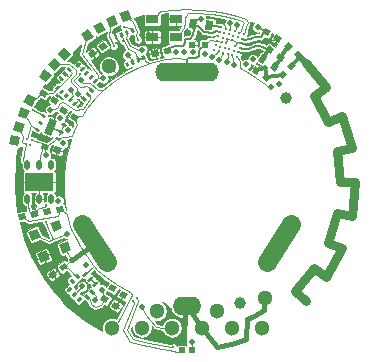
<source format=gtl>
G04 #@! TF.FileFunction,Copper,L1,Top,Signal*
%FSLAX46Y46*%
G04 Gerber Fmt 4.6, Leading zero omitted, Abs format (unit mm)*
G04 Created by KiCad (PCBNEW 0.201503110816+5502~22~ubuntu14.04.1-product) date ថ្ងៃ​អាទិត្យ ថ្ងៃ 29 ខែ មិនា ឆ្នាំ  2015, 13 ម៉ោង m នាទី 44 វិនាទី​*
%MOMM*%
G01*
G04 APERTURE LIST*
%ADD10C,0.020000*%
%ADD11C,0.250000*%
%ADD12O,0.450000X0.850000*%
%ADD13R,2.400000X1.500000*%
%ADD14C,0.250000*%
%ADD15R,0.500000X0.500000*%
%ADD16C,1.600000*%
%ADD17O,5.400000X1.600000*%
%ADD18O,2.400000X1.600000*%
%ADD19C,1.300000*%
%ADD20R,1.000000X0.800000*%
%ADD21R,0.600000X0.500000*%
%ADD22C,1.000000*%
%ADD23C,0.500000*%
%ADD24C,0.400000*%
%ADD25C,0.150000*%
%ADD26C,0.300000*%
%ADD27C,0.100000*%
%ADD28C,0.200000*%
%ADD29C,0.800000*%
%ADD30C,0.500000*%
G04 APERTURE END LIST*
D10*
D11*
X96818676Y-83466067D03*
X96701728Y-83848589D03*
X96584779Y-84231111D03*
X96467830Y-84613633D03*
X96350882Y-84996155D03*
X96233933Y-85378676D03*
X96436155Y-83349118D03*
X96319206Y-83731640D03*
X96085309Y-84496684D03*
X95968360Y-84879206D03*
X95851411Y-85261728D03*
X96053633Y-83232170D03*
X95936684Y-83614691D03*
X95819735Y-83997213D03*
X95585838Y-84762257D03*
X95468889Y-85144779D03*
X95671111Y-83115221D03*
X95554162Y-83497743D03*
X95437213Y-83880265D03*
X95320265Y-84262787D03*
X95203316Y-84645309D03*
X95086367Y-85027830D03*
X95288589Y-82998272D03*
X95171640Y-83380794D03*
X95054691Y-83763316D03*
X94937743Y-84145838D03*
X94820794Y-84528360D03*
X94703845Y-84910882D03*
X94906067Y-82881324D03*
X94789118Y-83263845D03*
X94672170Y-83646367D03*
X94555221Y-84028889D03*
X94438272Y-84411411D03*
X94321324Y-84793933D03*
D10*
G36*
X87200800Y-83011337D02*
X87432268Y-82916877D01*
X87583404Y-83287225D01*
X87351936Y-83381685D01*
X87200800Y-83011337D01*
X87200800Y-83011337D01*
G37*
G36*
X86737865Y-83200258D02*
X86969333Y-83105798D01*
X87120469Y-83476146D01*
X86889001Y-83570606D01*
X86737865Y-83200258D01*
X86737865Y-83200258D01*
G37*
G36*
X86274929Y-83389178D02*
X86506397Y-83294718D01*
X86657533Y-83665066D01*
X86426065Y-83759526D01*
X86274929Y-83389178D01*
X86274929Y-83389178D01*
G37*
G36*
X85811994Y-83578098D02*
X86043462Y-83483638D01*
X86194598Y-83853986D01*
X85963130Y-83948446D01*
X85811994Y-83578098D01*
X85811994Y-83578098D01*
G37*
G36*
X86756596Y-85892775D02*
X86988064Y-85798315D01*
X87139200Y-86168663D01*
X86907732Y-86263123D01*
X86756596Y-85892775D01*
X86756596Y-85892775D01*
G37*
G36*
X87219531Y-85703854D02*
X87450999Y-85609394D01*
X87602135Y-85979742D01*
X87370667Y-86074202D01*
X87219531Y-85703854D01*
X87219531Y-85703854D01*
G37*
G36*
X87682467Y-85514934D02*
X87913935Y-85420474D01*
X88065071Y-85790822D01*
X87833603Y-85885282D01*
X87682467Y-85514934D01*
X87682467Y-85514934D01*
G37*
G36*
X88145402Y-85326014D02*
X88376870Y-85231554D01*
X88528006Y-85601902D01*
X88296538Y-85696362D01*
X88145402Y-85326014D01*
X88145402Y-85326014D01*
G37*
G36*
X80993304Y-88230561D02*
X80808397Y-88062308D01*
X81077602Y-87766455D01*
X81262509Y-87934708D01*
X80993304Y-88230561D01*
X80993304Y-88230561D01*
G37*
G36*
X81363119Y-88567067D02*
X81178212Y-88398814D01*
X81447417Y-88102961D01*
X81632324Y-88271214D01*
X81363119Y-88567067D01*
X81363119Y-88567067D01*
G37*
G36*
X81732935Y-88903573D02*
X81548028Y-88735320D01*
X81817233Y-88439467D01*
X82002140Y-88607720D01*
X81732935Y-88903573D01*
X81732935Y-88903573D01*
G37*
G36*
X82102750Y-89240080D02*
X81917843Y-89071827D01*
X82187048Y-88775974D01*
X82371955Y-88944227D01*
X82102750Y-89240080D01*
X82102750Y-89240080D01*
G37*
G36*
X82472566Y-89576586D02*
X82287659Y-89408333D01*
X82556864Y-89112480D01*
X82741771Y-89280733D01*
X82472566Y-89576586D01*
X82472566Y-89576586D01*
G37*
G36*
X83507067Y-88996881D02*
X83338814Y-89181788D01*
X83042961Y-88912583D01*
X83211214Y-88727676D01*
X83507067Y-88996881D01*
X83507067Y-88996881D01*
G37*
G36*
X83843573Y-88627065D02*
X83675320Y-88811972D01*
X83379467Y-88542767D01*
X83547720Y-88357860D01*
X83843573Y-88627065D01*
X83843573Y-88627065D01*
G37*
G36*
X84180080Y-88257250D02*
X84011827Y-88442157D01*
X83715974Y-88172952D01*
X83884227Y-87988045D01*
X84180080Y-88257250D01*
X84180080Y-88257250D01*
G37*
G36*
X84222398Y-87653545D02*
X84037491Y-87485292D01*
X84306696Y-87189439D01*
X84491603Y-87357692D01*
X84222398Y-87653545D01*
X84222398Y-87653545D01*
G37*
G36*
X83852583Y-87317039D02*
X83667676Y-87148786D01*
X83936881Y-86852933D01*
X84121788Y-87021186D01*
X83852583Y-87317039D01*
X83852583Y-87317039D01*
G37*
G36*
X83482767Y-86980533D02*
X83297860Y-86812280D01*
X83567065Y-86516427D01*
X83751972Y-86684680D01*
X83482767Y-86980533D01*
X83482767Y-86980533D01*
G37*
G36*
X83112952Y-86644026D02*
X82928045Y-86475773D01*
X83197250Y-86179920D01*
X83382157Y-86348173D01*
X83112952Y-86644026D01*
X83112952Y-86644026D01*
G37*
G36*
X82743136Y-86307520D02*
X82558229Y-86139267D01*
X82827434Y-85843414D01*
X83012341Y-86011667D01*
X82743136Y-86307520D01*
X82743136Y-86307520D01*
G37*
G36*
X82257039Y-86507417D02*
X82088786Y-86692324D01*
X81792933Y-86423119D01*
X81961186Y-86238212D01*
X82257039Y-86507417D01*
X82257039Y-86507417D01*
G37*
G36*
X81920533Y-86877233D02*
X81752280Y-87062140D01*
X81456427Y-86792935D01*
X81624680Y-86608028D01*
X81920533Y-86877233D01*
X81920533Y-86877233D01*
G37*
G36*
X81584026Y-87247048D02*
X81415773Y-87431955D01*
X81119920Y-87162750D01*
X81288173Y-86977843D01*
X81584026Y-87247048D01*
X81584026Y-87247048D01*
G37*
D11*
X78854949Y-92468579D03*
X78751421Y-92854949D03*
X78468579Y-92365051D03*
X78365051Y-92751421D03*
D12*
X78500000Y-97450000D03*
X79500000Y-97450000D03*
X80500000Y-97450000D03*
X80500000Y-94550000D03*
X79500000Y-94550000D03*
X78500000Y-94550000D03*
D13*
X79500000Y-96000000D03*
D14*
X81168440Y-92333474D02*
X80939002Y-92234188D01*
X81426586Y-91736933D02*
X81197148Y-91637647D01*
X81684732Y-91140393D02*
X81455294Y-91041107D01*
X79940998Y-90385812D02*
X79711560Y-90286526D01*
X79682852Y-90982353D02*
X79453414Y-90883067D01*
X79424706Y-91578893D02*
X79195268Y-91479607D01*
D10*
G36*
X81006345Y-90819589D02*
X80470195Y-92058557D01*
X79873655Y-91800411D01*
X80409805Y-90561443D01*
X81006345Y-90819589D01*
X81006345Y-90819589D01*
G37*
G36*
X82452558Y-103923407D02*
X82666900Y-103713508D01*
X82981748Y-104035021D01*
X82767406Y-104244920D01*
X82452558Y-103923407D01*
X82452558Y-103923407D01*
G37*
G36*
X82023875Y-104343205D02*
X82238217Y-104133306D01*
X82553065Y-104454819D01*
X82338723Y-104664718D01*
X82023875Y-104343205D01*
X82023875Y-104343205D01*
G37*
G36*
X82013508Y-105333100D02*
X81803609Y-105118758D01*
X82125122Y-104803910D01*
X82335021Y-105018252D01*
X82013508Y-105333100D01*
X82013508Y-105333100D01*
G37*
G36*
X82433306Y-105761784D02*
X82223407Y-105547442D01*
X82544920Y-105232594D01*
X82754819Y-105446936D01*
X82433306Y-105761784D01*
X82433306Y-105761784D01*
G37*
G36*
X82853104Y-106190467D02*
X82643205Y-105976125D01*
X82964718Y-105661277D01*
X83174617Y-105875619D01*
X82853104Y-106190467D01*
X82853104Y-106190467D01*
G37*
G36*
X83318252Y-105664979D02*
X83532594Y-105455080D01*
X83847442Y-105776593D01*
X83633100Y-105986492D01*
X83318252Y-105664979D01*
X83318252Y-105664979D01*
G37*
G36*
X83746935Y-105245181D02*
X83961277Y-105035282D01*
X84276125Y-105356795D01*
X84061783Y-105566694D01*
X83746935Y-105245181D01*
X83746935Y-105245181D01*
G37*
G36*
X84174878Y-104896090D02*
X83964979Y-104681748D01*
X84286492Y-104366900D01*
X84496391Y-104581242D01*
X84174878Y-104896090D01*
X84174878Y-104896090D01*
G37*
G36*
X83755080Y-104467406D02*
X83545181Y-104253064D01*
X83866694Y-103938216D01*
X84076593Y-104152558D01*
X83755080Y-104467406D01*
X83755080Y-104467406D01*
G37*
G36*
X83335282Y-104038723D02*
X83125383Y-103824381D01*
X83446896Y-103509533D01*
X83656795Y-103723875D01*
X83335282Y-104038723D01*
X83335282Y-104038723D01*
G37*
G36*
X94241057Y-82338678D02*
X94171332Y-83135634D01*
X93573615Y-83083340D01*
X93643340Y-82286384D01*
X94241057Y-82338678D01*
X94241057Y-82338678D01*
G37*
G36*
X92846385Y-82216660D02*
X92776660Y-83013616D01*
X92178943Y-82961322D01*
X92248668Y-82164366D01*
X92846385Y-82216660D01*
X92846385Y-82216660D01*
G37*
D15*
X92450000Y-110250000D03*
X91550000Y-110250000D03*
D16*
X100845913Y-99563789D02*
X98754087Y-102736211D01*
D17*
X92000000Y-86650000D03*
D16*
X85243143Y-102738034D02*
X83156857Y-99561966D01*
D18*
X92000000Y-106500000D03*
D19*
X85650000Y-108320000D03*
X90730000Y-108320000D03*
X88190000Y-108320000D03*
X93270000Y-108320000D03*
X85400000Y-86200000D03*
X98600000Y-105800000D03*
X98350000Y-108320000D03*
X95820000Y-108320000D03*
X89460000Y-106920000D03*
X94550000Y-106920000D03*
D10*
G36*
X82195599Y-85169873D02*
X81620127Y-85725599D01*
X81064401Y-85150127D01*
X81639873Y-84594401D01*
X82195599Y-85169873D01*
X82195599Y-85169873D01*
G37*
G36*
X87322685Y-82169069D02*
X86570931Y-82442685D01*
X86297315Y-81690931D01*
X87049069Y-81417315D01*
X87322685Y-82169069D01*
X87322685Y-82169069D01*
G37*
G36*
X86211570Y-82583476D02*
X85486524Y-82921570D01*
X85148430Y-82196524D01*
X85873476Y-81858430D01*
X86211570Y-82583476D01*
X86211570Y-82583476D01*
G37*
G36*
X85146410Y-83096410D02*
X84453590Y-83496410D01*
X84053590Y-82803590D01*
X84746410Y-82403590D01*
X85146410Y-83096410D01*
X85146410Y-83096410D01*
G37*
G36*
X80568721Y-86891507D02*
X80098493Y-87538721D01*
X79451279Y-87068493D01*
X79921507Y-86421279D01*
X80568721Y-86891507D01*
X80568721Y-86891507D01*
G37*
G36*
X81344910Y-86000394D02*
X80809606Y-86594910D01*
X80215090Y-86059606D01*
X80750394Y-85465090D01*
X81344910Y-86000394D01*
X81344910Y-86000394D01*
G37*
G36*
X84127091Y-83698230D02*
X83471770Y-84157091D01*
X83012909Y-83501770D01*
X83668230Y-83042909D01*
X84127091Y-83698230D01*
X84127091Y-83698230D01*
G37*
G36*
X78268435Y-91052020D02*
X78007980Y-91808435D01*
X77251565Y-91547980D01*
X77512020Y-90791565D01*
X78268435Y-91052020D01*
X78268435Y-91052020D01*
G37*
G36*
X78725961Y-89961757D02*
X78408243Y-90695961D01*
X77674039Y-90378243D01*
X77991757Y-89644039D01*
X78725961Y-89961757D01*
X78725961Y-89961757D01*
G37*
G36*
X79250968Y-88894610D02*
X78875390Y-89600968D01*
X78169032Y-89225390D01*
X78544610Y-88519032D01*
X79250968Y-88894610D01*
X79250968Y-88894610D01*
G37*
G36*
X77904887Y-92178650D02*
X77711350Y-92954887D01*
X76935113Y-92761350D01*
X77128650Y-91985113D01*
X77904887Y-92178650D01*
X77904887Y-92178650D01*
G37*
G36*
X81922923Y-101026545D02*
X82225196Y-101767242D01*
X81484499Y-102069515D01*
X81182226Y-101328818D01*
X81922923Y-101026545D01*
X81922923Y-101026545D01*
G37*
G36*
X81167242Y-99174804D02*
X81469515Y-99915501D01*
X80728818Y-100217774D01*
X80426545Y-99477077D01*
X81167242Y-99174804D01*
X81167242Y-99174804D01*
G37*
G36*
X79315501Y-99930485D02*
X79617774Y-100671182D01*
X78877077Y-100973455D01*
X78574804Y-100232758D01*
X79315501Y-99930485D01*
X79315501Y-99930485D01*
G37*
G36*
X80071182Y-101782226D02*
X80373455Y-102522923D01*
X79632758Y-102825196D01*
X79330485Y-102084499D01*
X80071182Y-101782226D01*
X80071182Y-101782226D01*
G37*
D20*
X89080000Y-82220000D03*
X89080000Y-83720000D03*
X91080000Y-83720000D03*
X91080000Y-82220000D03*
D10*
G36*
X99401884Y-85860706D02*
X99801201Y-86161613D01*
X99440112Y-86640794D01*
X99040795Y-86339887D01*
X99401884Y-85860706D01*
X99401884Y-85860706D01*
G37*
G36*
X98739888Y-86739206D02*
X99139205Y-87040113D01*
X98778116Y-87519294D01*
X98378799Y-87218387D01*
X98739888Y-86739206D01*
X98739888Y-86739206D01*
G37*
G36*
X98640326Y-84827248D02*
X98927114Y-84417672D01*
X99418606Y-84761818D01*
X99131818Y-85171394D01*
X98640326Y-84827248D01*
X98640326Y-84827248D01*
G37*
G36*
X99541394Y-85458182D02*
X99828182Y-85048606D01*
X100319674Y-85392752D01*
X100032886Y-85802328D01*
X99541394Y-85458182D01*
X99541394Y-85458182D01*
G37*
G36*
X77774032Y-99218967D02*
X77677771Y-98728320D01*
X78266546Y-98612807D01*
X78362807Y-99103454D01*
X77774032Y-99218967D01*
X77774032Y-99218967D01*
G37*
G36*
X78853454Y-99007193D02*
X78757193Y-98516546D01*
X79345968Y-98401033D01*
X79442229Y-98891680D01*
X78853454Y-99007193D01*
X78853454Y-99007193D01*
G37*
G36*
X79924032Y-98798967D02*
X79827771Y-98308320D01*
X80416546Y-98192807D01*
X80512807Y-98683454D01*
X79924032Y-98798967D01*
X79924032Y-98798967D01*
G37*
G36*
X81003454Y-98587193D02*
X80907193Y-98096546D01*
X81495968Y-97981033D01*
X81592229Y-98471680D01*
X81003454Y-98587193D01*
X81003454Y-98587193D01*
G37*
G36*
X85296680Y-105021580D02*
X85561639Y-104597556D01*
X86070468Y-104915508D01*
X85805509Y-105339532D01*
X85296680Y-105021580D01*
X85296680Y-105021580D01*
G37*
G36*
X86229532Y-105604492D02*
X86494491Y-105180468D01*
X87003320Y-105498420D01*
X86738361Y-105922444D01*
X86229532Y-105604492D01*
X86229532Y-105604492D01*
G37*
G36*
X100208166Y-84515142D02*
X100529560Y-84132120D01*
X100989186Y-84517792D01*
X100667792Y-84900814D01*
X100208166Y-84515142D01*
X100208166Y-84515142D01*
G37*
G36*
X101050814Y-85222208D02*
X101372208Y-84839186D01*
X101831834Y-85224858D01*
X101510440Y-85607880D01*
X101050814Y-85222208D01*
X101050814Y-85222208D01*
G37*
G36*
X97931506Y-86911122D02*
X97498494Y-86661122D01*
X97798494Y-86141506D01*
X98231506Y-86391506D01*
X97931506Y-86911122D01*
X97931506Y-86911122D01*
G37*
G36*
X98481506Y-85958494D02*
X98048494Y-85708494D01*
X98348494Y-85188878D01*
X98781506Y-85438878D01*
X98481506Y-85958494D01*
X98481506Y-85958494D01*
G37*
D21*
X93510000Y-84370000D03*
X92410000Y-84370000D03*
D10*
G36*
X84666680Y-105951580D02*
X84931639Y-105527556D01*
X85440468Y-105845508D01*
X85175509Y-106269532D01*
X84666680Y-105951580D01*
X84666680Y-105951580D01*
G37*
G36*
X85599532Y-106534492D02*
X85864491Y-106110468D01*
X86373320Y-106428420D01*
X86108361Y-106852444D01*
X85599532Y-106534492D01*
X85599532Y-106534492D01*
G37*
G36*
X79466680Y-88571580D02*
X79731639Y-88147556D01*
X80240468Y-88465508D01*
X79975509Y-88889532D01*
X79466680Y-88571580D01*
X79466680Y-88571580D01*
G37*
G36*
X80399532Y-89154492D02*
X80664491Y-88730468D01*
X81173320Y-89048420D01*
X80908361Y-89472444D01*
X80399532Y-89154492D01*
X80399532Y-89154492D01*
G37*
G36*
X100896860Y-85717849D02*
X101262537Y-86058848D01*
X100853338Y-86497661D01*
X100487661Y-86156662D01*
X100896860Y-85717849D01*
X100896860Y-85717849D01*
G37*
G36*
X100146662Y-86522339D02*
X100512339Y-86863338D01*
X100103140Y-87302151D01*
X99737463Y-86961152D01*
X100146662Y-86522339D01*
X100146662Y-86522339D01*
G37*
G36*
X81652886Y-102807672D02*
X81939674Y-103217248D01*
X81448182Y-103561394D01*
X81161394Y-103151818D01*
X81652886Y-102807672D01*
X81652886Y-102807672D01*
G37*
G36*
X80751818Y-103438606D02*
X81038606Y-103848182D01*
X80547114Y-104192328D01*
X80260326Y-103782752D01*
X80751818Y-103438606D01*
X80751818Y-103438606D01*
G37*
G36*
X82863320Y-90448420D02*
X82598361Y-90872444D01*
X82089532Y-90554492D01*
X82354491Y-90130468D01*
X82863320Y-90448420D01*
X82863320Y-90448420D01*
G37*
G36*
X81930468Y-89865508D02*
X81665509Y-90289532D01*
X81156680Y-89971580D01*
X81421639Y-89547556D01*
X81930468Y-89865508D01*
X81930468Y-89865508D01*
G37*
G36*
X79634258Y-93161486D02*
X79763668Y-92678523D01*
X80343224Y-92833814D01*
X80213814Y-93316777D01*
X79634258Y-93161486D01*
X79634258Y-93161486D01*
G37*
G36*
X80696776Y-93446186D02*
X80826186Y-92963223D01*
X81405742Y-93118514D01*
X81276332Y-93601477D01*
X80696776Y-93446186D01*
X80696776Y-93446186D01*
G37*
G36*
X85004884Y-84127427D02*
X85284480Y-84541946D01*
X84787058Y-84877461D01*
X84507462Y-84462942D01*
X85004884Y-84127427D01*
X85004884Y-84127427D01*
G37*
G36*
X84092942Y-84742539D02*
X84372538Y-85157058D01*
X83875116Y-85492573D01*
X83595520Y-85078054D01*
X84092942Y-84742539D01*
X84092942Y-84742539D01*
G37*
G36*
X90606681Y-84582406D02*
X90702085Y-85073219D01*
X90113109Y-85187704D01*
X90017705Y-84696891D01*
X90606681Y-84582406D01*
X90606681Y-84582406D01*
G37*
G36*
X89526891Y-84792296D02*
X89622295Y-85283109D01*
X89033319Y-85397594D01*
X88937915Y-84906781D01*
X89526891Y-84792296D01*
X89526891Y-84792296D01*
G37*
G36*
X98328878Y-83361506D02*
X98578878Y-82928494D01*
X99098494Y-83228494D01*
X98848494Y-83661506D01*
X98328878Y-83361506D01*
X98328878Y-83361506D01*
G37*
G36*
X99281506Y-83911506D02*
X99531506Y-83478494D01*
X100051122Y-83778494D01*
X99801122Y-84211506D01*
X99281506Y-83911506D01*
X99281506Y-83911506D01*
G37*
D22*
X96500000Y-106200000D03*
X100400000Y-88900000D03*
D11*
X87900467Y-82552931D03*
X88029584Y-82926690D03*
X88162853Y-83312469D03*
X85986426Y-106481456D03*
D23*
X91990000Y-83360000D03*
D11*
X90250000Y-82930000D03*
X90250000Y-83390000D03*
X90250000Y-83890000D03*
X90201626Y-84338869D03*
X89818019Y-84409197D03*
X89530505Y-84651581D03*
X88951866Y-84788004D03*
X88714075Y-84565642D03*
X88344046Y-84068497D03*
X88212878Y-83715217D03*
D23*
X88030000Y-82150000D03*
X93060000Y-83590000D03*
X97410000Y-83270000D03*
D11*
X89080000Y-83720000D03*
X91080000Y-82220000D03*
D23*
X90310000Y-82230000D03*
D11*
X96584779Y-84231111D03*
X79500000Y-96000000D03*
X79500000Y-97450000D03*
X83984029Y-85117556D03*
X89280105Y-85094945D03*
X84230685Y-104631495D03*
X83810887Y-104202811D03*
X82069315Y-105068505D03*
X80649466Y-103815467D03*
X79851970Y-102303711D03*
X86003296Y-83716042D03*
X81351973Y-87204899D03*
X78751421Y-92854949D03*
X81570013Y-91090750D03*
X81311867Y-91687290D03*
X82514715Y-89344533D03*
X81543574Y-89918544D03*
X80786426Y-89101456D03*
D23*
X94740000Y-82360000D03*
X98630000Y-86340000D03*
X97940000Y-85040000D03*
D11*
X96085309Y-84496684D03*
X97865000Y-86526314D03*
X95819735Y-83997213D03*
X83894732Y-87084986D03*
X82785285Y-86075467D03*
D23*
X98660000Y-84080000D03*
D11*
X78854949Y-92468579D03*
X84895971Y-84502444D03*
X86610000Y-84050000D03*
D23*
X82270000Y-102630000D03*
X84780000Y-105100000D03*
X83050000Y-87390000D03*
X80090000Y-93730000D03*
D11*
X87480000Y-106090000D03*
X85710000Y-104850000D03*
D23*
X99120000Y-87930000D03*
X86980000Y-85250000D03*
X82210000Y-88190000D03*
X96020000Y-86070000D03*
D11*
X87870000Y-83950000D03*
X83524916Y-86748480D03*
X95968360Y-84879206D03*
D23*
X97570000Y-85600000D03*
D11*
X85820000Y-84490000D03*
X82920000Y-86840000D03*
D23*
X96970000Y-86020000D03*
D11*
X95585838Y-84762257D03*
X86650000Y-82830000D03*
D23*
X95380000Y-85830000D03*
X80440000Y-89870000D03*
X88220000Y-84800000D03*
X94750000Y-85630000D03*
X82760000Y-88540000D03*
D11*
X86947898Y-86030719D03*
X83290000Y-88960000D03*
D23*
X94130000Y-85420000D03*
X84920000Y-87210000D03*
D11*
X79568133Y-90932710D03*
D23*
X81290000Y-90530000D03*
X84250000Y-105970000D03*
D11*
X94820794Y-84528360D03*
D23*
X93500000Y-85150000D03*
D11*
X80090000Y-99360000D03*
X80170000Y-98500000D03*
X79010000Y-89920000D03*
D23*
X81510000Y-92730000D03*
D11*
X95171640Y-83380794D03*
D23*
X91110000Y-85000000D03*
X81840000Y-100390000D03*
X83470000Y-103050000D03*
D11*
X82288470Y-104399012D03*
D23*
X81130000Y-97580000D03*
D11*
X80948030Y-99696289D03*
X80040000Y-97950000D03*
D23*
X81960000Y-91600000D03*
D11*
X95554162Y-83497743D03*
D23*
X92550000Y-85020000D03*
X83134786Y-104823552D03*
X95630000Y-82560000D03*
X96260000Y-82730000D03*
D11*
X87810000Y-105800000D03*
X90870000Y-109960000D03*
D23*
X91770000Y-85000000D03*
D11*
X95054691Y-83763316D03*
D23*
X92440000Y-109550000D03*
X99810000Y-87700000D03*
X88220000Y-106560000D03*
D11*
X95203316Y-84645309D03*
D23*
X97990000Y-82900000D03*
X93210000Y-82150000D03*
D24*
X93270000Y-108320000D02*
X92000000Y-106500000D01*
D25*
X88212878Y-83715217D02*
X88200000Y-83420000D01*
X88200000Y-83420000D02*
X88162853Y-83312469D01*
X88162853Y-83312469D02*
X88029584Y-82926690D01*
X88029584Y-82926690D02*
X87900467Y-82552931D01*
X87900467Y-82552931D02*
X87820000Y-82320000D01*
X87820000Y-82320000D02*
X88030000Y-82150000D01*
D26*
X98759002Y-87129250D02*
X100124901Y-86912245D01*
D27*
X86616426Y-105551456D02*
X85986426Y-106481456D01*
D25*
X89280105Y-85094945D02*
X89530505Y-84651581D01*
X89530505Y-84651581D02*
X89650000Y-84440000D01*
X89650000Y-84440000D02*
X89818019Y-84409197D01*
X89818019Y-84409197D02*
X90201626Y-84338869D01*
X90201626Y-84338869D02*
X90250000Y-84330000D01*
X90250000Y-84330000D02*
X90250000Y-83890000D01*
X90250000Y-83890000D02*
X90250000Y-83390000D01*
X90250000Y-83390000D02*
X90250000Y-82930000D01*
X90250000Y-82930000D02*
X90250000Y-82480000D01*
X90250000Y-82480000D02*
X90310000Y-82230000D01*
X88212878Y-83715217D02*
X88344046Y-84068497D01*
X88344046Y-84068497D02*
X88430000Y-84300000D01*
X88430000Y-84300000D02*
X88714075Y-84565642D01*
X88714075Y-84565642D02*
X88951866Y-84788004D01*
X88951866Y-84788004D02*
X89280105Y-85094945D01*
X88290000Y-82660000D02*
X88290000Y-82180000D01*
X88290000Y-82180000D02*
X88030000Y-82150000D01*
X88290000Y-82660000D02*
X89080000Y-83720000D01*
D27*
X91080000Y-82220000D02*
X90310000Y-82230000D01*
X81311867Y-91687290D02*
X80440000Y-91310000D01*
X95288589Y-82998272D02*
X95180000Y-82650000D01*
X94930000Y-82520000D02*
X94740000Y-82360000D01*
X95180000Y-82650000D02*
X94930000Y-82520000D01*
D26*
X98630000Y-86340000D02*
X98759002Y-87129250D01*
X97865000Y-86526314D02*
X98630000Y-86340000D01*
D28*
X96670000Y-85080000D02*
X96970000Y-85110000D01*
X96970000Y-85110000D02*
X97200000Y-85080000D01*
X97200000Y-85080000D02*
X97530000Y-84990000D01*
X97530000Y-84990000D02*
X97750000Y-84930000D01*
X97750000Y-84930000D02*
X97940000Y-85040000D01*
X96350882Y-84996155D02*
X96670000Y-85080000D01*
D27*
X95437213Y-83880265D02*
X95819735Y-83997213D01*
X95437213Y-83880265D02*
X95320265Y-84262787D01*
X96217922Y-84118951D02*
X96584779Y-84231111D01*
X95819735Y-83997213D02*
X96217922Y-84118951D01*
X96085309Y-84496684D02*
X96217922Y-84118951D01*
X94280000Y-83720000D02*
X93400000Y-83600000D01*
X94440000Y-83580000D02*
X94280000Y-83720000D01*
X94440000Y-83580000D02*
X94672170Y-83646367D01*
X93400000Y-83600000D02*
X93060000Y-83590000D01*
X92410000Y-84370000D02*
X93060000Y-83590000D01*
D28*
X96820000Y-84340000D02*
X96584779Y-84231111D01*
X96820000Y-84340000D02*
X97030000Y-84350000D01*
X97030000Y-84350000D02*
X97300000Y-84290000D01*
X97300000Y-84290000D02*
X97580000Y-84180000D01*
X97580000Y-84180000D02*
X97830000Y-84100000D01*
X97830000Y-84100000D02*
X98150000Y-84080000D01*
X98150000Y-84080000D02*
X98460000Y-84170000D01*
X98460000Y-84170000D02*
X98660000Y-84080000D01*
D27*
X99666314Y-83845000D02*
X98660000Y-84080000D01*
D24*
X91820000Y-107430000D02*
X91780000Y-108860000D01*
X92000000Y-106500000D02*
X91820000Y-107430000D01*
X97100000Y-107600000D02*
X97700000Y-107300000D01*
X97700000Y-107300000D02*
X98500000Y-106800000D01*
X98500000Y-106800000D02*
X98600000Y-105800000D01*
X93270000Y-108320000D02*
X94580000Y-109970000D01*
X95010000Y-109880000D02*
X94580000Y-109970000D01*
X96070000Y-109630000D02*
X95010000Y-109880000D01*
X97010000Y-109250000D02*
X96070000Y-109630000D01*
X97010000Y-109250000D02*
X97100000Y-107600000D01*
X84200000Y-101150000D02*
X82270000Y-102630000D01*
D27*
X81053721Y-92283831D02*
X82270000Y-92060000D01*
X82270000Y-92060000D02*
X82530000Y-91440000D01*
X82530000Y-91440000D02*
X82660000Y-91160000D01*
X82660000Y-91160000D02*
X82476426Y-90501456D01*
X78860000Y-92470000D02*
X78854949Y-92468579D01*
X86610000Y-84050000D02*
X86672438Y-84004629D01*
X86672438Y-84004629D02*
X86672438Y-84004630D01*
X86466231Y-83527122D02*
X86672438Y-84004630D01*
X86672438Y-84004630D02*
X86990000Y-84740000D01*
X86990000Y-84740000D02*
X87580000Y-84990000D01*
X87580000Y-84990000D02*
X87873769Y-85652878D01*
X87300000Y-105420000D02*
X87320000Y-105560000D01*
X87320000Y-105560000D02*
X86170000Y-107870000D01*
X86170000Y-107870000D02*
X85650000Y-108320000D01*
X82270000Y-102630000D02*
X81910000Y-102080000D01*
X81910000Y-102080000D02*
X81703711Y-101548030D01*
X81550534Y-103184533D02*
X82270000Y-102630000D01*
X84410000Y-103400000D02*
X85160000Y-104070000D01*
X85160000Y-104070000D02*
X85970000Y-104600000D01*
X85970000Y-104600000D02*
X87170000Y-105330000D01*
X87170000Y-105330000D02*
X87300000Y-105420000D01*
X85053574Y-105898544D02*
X84780000Y-105100000D01*
X83582847Y-105720786D02*
X83780000Y-105920000D01*
X83780000Y-105920000D02*
X83860000Y-106340000D01*
X83860000Y-106340000D02*
X84200000Y-106570000D01*
X84200000Y-106570000D02*
X84710000Y-106430000D01*
X84710000Y-106430000D02*
X85053574Y-105898544D01*
X78020289Y-98915887D02*
X78660000Y-99330000D01*
X78660000Y-99330000D02*
X79550000Y-99140000D01*
X79550000Y-99140000D02*
X81060000Y-98830000D01*
X81060000Y-98830000D02*
X81249711Y-98284113D01*
X79853574Y-88518544D02*
X79480000Y-88620000D01*
X79480000Y-88620000D02*
X79380000Y-88780000D01*
X79380000Y-88780000D02*
X79320000Y-88860000D01*
X79320000Y-88860000D02*
X78710000Y-89060000D01*
X81035453Y-87998508D02*
X80700000Y-88420000D01*
X80700000Y-88420000D02*
X79853574Y-88518544D01*
X82476426Y-90501456D02*
X83100000Y-90370000D01*
X83100000Y-90370000D02*
X83580000Y-89700000D01*
X83580000Y-89700000D02*
X84220000Y-88920000D01*
X84220000Y-88920000D02*
X84930000Y-88190000D01*
D25*
X88336704Y-85463958D02*
X87873769Y-85652878D01*
D27*
X94937743Y-84145838D02*
X94555221Y-84028889D01*
X93940000Y-83930000D02*
X93510000Y-84370000D01*
X94555221Y-84028889D02*
X93940000Y-83930000D01*
X82310000Y-86730000D02*
X81980859Y-87108162D01*
X81980859Y-87108162D02*
X81370000Y-87810000D01*
X81370000Y-87810000D02*
X81035453Y-87998508D01*
X82024986Y-86465268D02*
X82310000Y-86730000D01*
X81688480Y-86835084D02*
X81980859Y-87108162D01*
X79600000Y-93770000D02*
X79700000Y-93290000D01*
X79700000Y-93290000D02*
X79720000Y-93200000D01*
X79720000Y-93200000D02*
X79988741Y-92997650D01*
X79500000Y-94550000D02*
X79600000Y-93770000D01*
X81053721Y-92283831D02*
X79988741Y-92997650D01*
X79740000Y-92720000D02*
X79988741Y-92997650D01*
X78854949Y-92468579D02*
X79740000Y-92720000D01*
X81980000Y-103250000D02*
X82330000Y-103700000D01*
X82330000Y-103700000D02*
X82460000Y-103870000D01*
X82460000Y-103870000D02*
X82717153Y-103979214D01*
X81550534Y-103184533D02*
X81980000Y-103250000D01*
X88450000Y-85760000D02*
X88830000Y-85940000D01*
X88848737Y-85935281D02*
X90180000Y-85600000D01*
X88830000Y-85940000D02*
X88848737Y-85935281D01*
X88336704Y-85463958D02*
X88450000Y-85760000D01*
X87810000Y-86340000D02*
X88848737Y-85935281D01*
X83780000Y-87590000D02*
X83240000Y-87570000D01*
X84500000Y-88210000D02*
X83780000Y-87590000D01*
X84930000Y-88190000D02*
X84500000Y-88210000D01*
X85780000Y-87500000D02*
X84930000Y-88190000D01*
X86800000Y-86850000D02*
X85780000Y-87500000D01*
X87810000Y-86340000D02*
X86800000Y-86850000D01*
X83050000Y-87390000D02*
X83240000Y-87570000D01*
X79988741Y-93628741D02*
X80090000Y-93730000D01*
X79988741Y-92997650D02*
X79988741Y-93628741D01*
X84147325Y-103075519D02*
X84410000Y-103400000D01*
X84070000Y-102980000D02*
X84147325Y-103075519D01*
X83520000Y-102280000D02*
X84070000Y-102980000D01*
X82950000Y-101410000D02*
X83520000Y-102280000D01*
X82520000Y-100600000D02*
X82950000Y-101410000D01*
X82190968Y-99970968D02*
X82520000Y-100600000D01*
X82180000Y-99950000D02*
X82190968Y-99970968D01*
X83391089Y-103774128D02*
X84147325Y-103075519D01*
X82190967Y-99970965D02*
X82190968Y-99970968D01*
X82040000Y-99460000D02*
X82190967Y-99970965D01*
X81820000Y-98660000D02*
X82040000Y-99460000D01*
X81249711Y-98284113D02*
X81820000Y-98660000D01*
X92020000Y-85680000D02*
X92000000Y-86650000D01*
X91930000Y-85550000D02*
X92020000Y-85680000D01*
X91290000Y-85530000D02*
X91930000Y-85550000D01*
X90180000Y-85600000D02*
X91290000Y-85530000D01*
D25*
X92003636Y-85656364D02*
X92000000Y-86650000D01*
X92140000Y-85520000D02*
X92003636Y-85656364D01*
X92790000Y-85530000D02*
X92140000Y-85520000D01*
X92990000Y-85320000D02*
X92790000Y-85530000D01*
X93070000Y-84790000D02*
X92990000Y-85320000D01*
X93510000Y-84370000D02*
X93070000Y-84790000D01*
D27*
X91550000Y-110250000D02*
X91260000Y-110380000D01*
X91260000Y-110380000D02*
X90770000Y-110330000D01*
X90770000Y-110330000D02*
X90590000Y-110190000D01*
X90590000Y-110190000D02*
X89860000Y-110100000D01*
X89860000Y-110100000D02*
X88730000Y-109890000D01*
X88730000Y-109890000D02*
X88210000Y-109780000D01*
X88210000Y-109780000D02*
X87310000Y-109510000D01*
X87310000Y-109510000D02*
X87230000Y-109510000D01*
X87230000Y-109510000D02*
X86620000Y-108490000D01*
X86620000Y-108490000D02*
X87530000Y-106200000D01*
X87530000Y-106200000D02*
X87480000Y-106090000D01*
X85710000Y-104850000D02*
X85683574Y-104968544D01*
X96233933Y-85378676D02*
X96470000Y-85780000D01*
X98800000Y-87870000D02*
X99120000Y-87930000D01*
X98610000Y-87680000D02*
X98800000Y-87870000D01*
X97890000Y-87170000D02*
X98610000Y-87680000D01*
X97240000Y-86750000D02*
X97890000Y-87170000D01*
X96540000Y-86380000D02*
X97240000Y-86750000D01*
X96470000Y-85780000D02*
X96540000Y-86380000D01*
D26*
X98800000Y-84950000D02*
X99029466Y-84794533D01*
X98415000Y-85573686D02*
X98800000Y-84950000D01*
D28*
X96760000Y-84710000D02*
X96910000Y-84730000D01*
X96910000Y-84730000D02*
X97160000Y-84710000D01*
X97160000Y-84710000D02*
X97410000Y-84640000D01*
X97410000Y-84640000D02*
X97630000Y-84540000D01*
X97630000Y-84540000D02*
X97850000Y-84470000D01*
X97850000Y-84470000D02*
X98000000Y-84450000D01*
X98000000Y-84450000D02*
X98200000Y-84470000D01*
X98200000Y-84470000D02*
X98390000Y-84520000D01*
X98390000Y-84520000D02*
X98580000Y-84620000D01*
X98580000Y-84620000D02*
X98700000Y-84710000D01*
X98700000Y-84710000D02*
X99029466Y-84794533D01*
X96467830Y-84613633D02*
X96760000Y-84710000D01*
D25*
X94906067Y-82881324D02*
X93907336Y-82711009D01*
D27*
X87410833Y-85841798D02*
X86980000Y-85250000D01*
X82210000Y-88190000D02*
X82330000Y-88710000D01*
X82330000Y-88710000D02*
X82230000Y-88800000D01*
X82230000Y-88800000D02*
X82144899Y-89008027D01*
X95851411Y-85261728D02*
X96020000Y-86070000D01*
X87870000Y-83950000D02*
X87720000Y-83560000D01*
X87720000Y-83560000D02*
X87800000Y-83330000D01*
X87800000Y-83330000D02*
X87810000Y-83300000D01*
X87810000Y-83300000D02*
X87460000Y-82430000D01*
X87460000Y-82430000D02*
X86810000Y-81930000D01*
X85820000Y-84490000D02*
X85410000Y-83620000D01*
X85410000Y-83620000D02*
X85530000Y-82940000D01*
X85530000Y-82940000D02*
X85680000Y-82390000D01*
X83948027Y-88215101D02*
X83560000Y-87860000D01*
X83560000Y-87860000D02*
X83000000Y-87940000D01*
X83000000Y-87940000D02*
X82990000Y-87940000D01*
X82990000Y-87940000D02*
X82970000Y-87940000D01*
X82970000Y-87940000D02*
X82440000Y-87420000D01*
X82440000Y-87420000D02*
X82440000Y-87360000D01*
X82440000Y-87360000D02*
X82760000Y-87000000D01*
X82760000Y-87000000D02*
X82920000Y-86840000D01*
X87392102Y-83149281D02*
X87300000Y-82960000D01*
X87300000Y-82960000D02*
X86650000Y-82830000D01*
X95468889Y-85144779D02*
X95380000Y-85830000D01*
X86929167Y-83338202D02*
X86930000Y-83570000D01*
X86930000Y-83570000D02*
X86880000Y-83820000D01*
X86880000Y-83820000D02*
X87160000Y-84490000D01*
X87160000Y-84490000D02*
X87970000Y-84830000D01*
X87970000Y-84830000D02*
X88220000Y-84800000D01*
X81010000Y-89760000D02*
X80440000Y-89870000D01*
X81300000Y-89260000D02*
X81010000Y-89760000D01*
X81500000Y-89240000D02*
X81300000Y-89260000D01*
X82510000Y-89920000D02*
X81500000Y-89240000D01*
X83200000Y-89790000D02*
X82510000Y-89920000D01*
X83810000Y-88960000D02*
X83200000Y-89790000D01*
X83790000Y-88750000D02*
X83810000Y-88960000D01*
X83611520Y-88584916D02*
X83790000Y-88750000D01*
X95086367Y-85027830D02*
X94750000Y-85630000D01*
X82760000Y-88540000D02*
X82780000Y-88550000D01*
X83290000Y-88960000D02*
X83275014Y-88954732D01*
X82780000Y-88550000D02*
X83275014Y-88954732D01*
X94703845Y-84910882D02*
X94340000Y-85250000D01*
X94340000Y-85250000D02*
X94130000Y-85420000D01*
X82710000Y-88050000D02*
X82180000Y-87520000D01*
X82180000Y-87520000D02*
X82180000Y-87270000D01*
X82180000Y-87270000D02*
X82580000Y-86810000D01*
X82580000Y-86810000D02*
X82590000Y-86520000D01*
X82060000Y-86010000D02*
X80780000Y-86030000D01*
X82490000Y-86400000D02*
X82590000Y-86520000D01*
X82060000Y-86010000D02*
X82490000Y-86400000D01*
X82780000Y-88550000D02*
X82710000Y-88050000D01*
X84450000Y-87210000D02*
X84920000Y-87210000D01*
X84250000Y-105970000D02*
X84310000Y-105630000D01*
X84310000Y-105630000D02*
X84011530Y-105300988D01*
X84450000Y-87210000D02*
X84490000Y-86910000D01*
X84490000Y-86910000D02*
X83110000Y-85150000D01*
X83110000Y-85150000D02*
X83570000Y-83600000D01*
X84264547Y-87421492D02*
X84450000Y-87210000D01*
X77760000Y-91300000D02*
X78140000Y-92150000D01*
X78140000Y-92150000D02*
X78040000Y-92590000D01*
X78040000Y-92590000D02*
X78110000Y-92700000D01*
X78110000Y-92700000D02*
X78365051Y-92751421D01*
X80668768Y-100856910D02*
X80180000Y-99700000D01*
X80180000Y-99700000D02*
X80090000Y-99360000D01*
X80170000Y-98500000D02*
X80170289Y-98495887D01*
X79826279Y-90336169D02*
X79010000Y-89920000D01*
X78200000Y-93560000D02*
X78120000Y-94200000D01*
X78365051Y-92751421D02*
X78200000Y-93560000D01*
X78120000Y-94200000D02*
X78500000Y-94550000D01*
X81840000Y-100390000D02*
X80668768Y-100856910D01*
X80668768Y-100856910D02*
X80360000Y-100980000D01*
X80360000Y-100980000D02*
X79096289Y-100451970D01*
X78500000Y-97450000D02*
X78660000Y-98440000D01*
X78660000Y-98440000D02*
X79099711Y-98704113D01*
X80040000Y-97950000D02*
X79960000Y-98070000D01*
X79960000Y-98070000D02*
X79450000Y-98180000D01*
X79450000Y-98180000D02*
X79099711Y-98704113D01*
X78832302Y-91186810D02*
X78200000Y-90170000D01*
X78940000Y-91360000D02*
X78832302Y-91186810D01*
X79309987Y-91529250D02*
X78940000Y-91360000D01*
X78630000Y-91760000D02*
X78832302Y-91186810D01*
X78468579Y-92365051D02*
X78630000Y-91760000D01*
X83134786Y-104823552D02*
X82489113Y-105497189D01*
X95671111Y-83115221D02*
X95630000Y-82560000D01*
X96053633Y-83232170D02*
X96260000Y-82730000D01*
X87810000Y-105800000D02*
X87890000Y-106040000D01*
X87890000Y-106040000D02*
X86970000Y-108540000D01*
X86970000Y-108540000D02*
X87400000Y-109270000D01*
X87400000Y-109270000D02*
X88410000Y-109550000D01*
X88410000Y-109550000D02*
X90110000Y-109870000D01*
X90110000Y-109870000D02*
X90870000Y-109960000D01*
X96990000Y-82220000D02*
X97070000Y-82280000D01*
X96990000Y-82220000D02*
X96210000Y-81970000D01*
X96210000Y-81970000D02*
X95200000Y-81710000D01*
X95200000Y-81710000D02*
X94180000Y-81500000D01*
X94180000Y-81500000D02*
X92970000Y-81400000D01*
X92970000Y-81400000D02*
X91900000Y-81370000D01*
X91900000Y-81370000D02*
X90910000Y-81410000D01*
X90910000Y-81410000D02*
X89830000Y-81520000D01*
X89830000Y-81520000D02*
X89650000Y-81620000D01*
X89650000Y-81620000D02*
X89560000Y-81730000D01*
X89540000Y-81820000D02*
X89560000Y-81730000D01*
X97140000Y-82520000D02*
X97130000Y-82600000D01*
X97140000Y-82430000D02*
X97140000Y-82520000D01*
X97120000Y-82360000D02*
X97140000Y-82430000D01*
X97070000Y-82280000D02*
X97120000Y-82360000D01*
X96818676Y-83466067D02*
X97130000Y-82600000D01*
X89540000Y-81820000D02*
X89080000Y-82220000D01*
X96710000Y-82400000D02*
X96770000Y-82450000D01*
X96710000Y-82400000D02*
X96170000Y-82220000D01*
X96170000Y-82220000D02*
X95150000Y-81960000D01*
X95150000Y-81960000D02*
X94150000Y-81750000D01*
X94150000Y-81750000D02*
X92810000Y-81650000D01*
X92810000Y-81650000D02*
X92350000Y-81650000D01*
X92350000Y-81650000D02*
X92140000Y-81680000D01*
X92140000Y-81680000D02*
X92050000Y-81750000D01*
X92050000Y-81750000D02*
X91980000Y-81840000D01*
X91980000Y-81840000D02*
X91910000Y-81940000D01*
X91910000Y-81940000D02*
X91860000Y-82070000D01*
X91860000Y-82070000D02*
X91850000Y-82250000D01*
X91850000Y-82250000D02*
X91830000Y-82610000D01*
X91830000Y-82610000D02*
X91800000Y-82750000D01*
X91800000Y-82750000D02*
X91730000Y-82910000D01*
X91730000Y-82910000D02*
X91660000Y-83020000D01*
X91660000Y-83020000D02*
X91480000Y-83300000D01*
X91080000Y-83720000D02*
X91480000Y-83300000D01*
X96540000Y-83270000D02*
X96436155Y-83349118D01*
X96560000Y-83230000D02*
X96540000Y-83270000D01*
X96590000Y-83160000D02*
X96560000Y-83230000D01*
X96790000Y-82600000D02*
X96590000Y-83160000D01*
X96800000Y-82530000D02*
X96790000Y-82600000D01*
X96770000Y-82450000D02*
X96800000Y-82530000D01*
X92440000Y-109550000D02*
X92450000Y-110250000D01*
X99810000Y-87700000D02*
X99810000Y-87690000D01*
X88220000Y-106560000D02*
X88450000Y-107200000D01*
X88450000Y-107200000D02*
X89380000Y-108230000D01*
X89380000Y-108230000D02*
X90000000Y-108330000D01*
X90000000Y-108330000D02*
X90730000Y-108320000D01*
D29*
X102090000Y-85910000D02*
X103800000Y-87970000D01*
X103800000Y-87970000D02*
X102760000Y-88690000D01*
X102760000Y-88690000D02*
X103950000Y-90880000D01*
X103950000Y-90880000D02*
X105100000Y-90370000D01*
X105100000Y-90370000D02*
X105960000Y-93120000D01*
X105960000Y-93120000D02*
X104730000Y-93380000D01*
X104730000Y-93380000D02*
X105000000Y-96000000D01*
X105000000Y-96000000D02*
X106260000Y-95990000D01*
X106260000Y-95990000D02*
X105970000Y-98880000D01*
X105970000Y-98880000D02*
X104720000Y-98620000D01*
X104720000Y-98620000D02*
X103940000Y-101120000D01*
X103940000Y-101120000D02*
X105120000Y-101620000D01*
X105120000Y-101620000D02*
X103800000Y-104000000D01*
X103800000Y-104000000D02*
X102760000Y-103280000D01*
X102760000Y-103280000D02*
X101190000Y-105180000D01*
X101190000Y-105180000D02*
X102080000Y-106090000D01*
D30*
X101441324Y-85223533D02*
X102090000Y-85910000D01*
D26*
X101380000Y-85560000D02*
X101441324Y-85223533D01*
X100875099Y-86107755D02*
X101380000Y-85560000D01*
D28*
X92512664Y-82588991D02*
X92920000Y-82220000D01*
X98713686Y-83295000D02*
X97990000Y-82900000D01*
X92920000Y-82220000D02*
X93210000Y-82150000D01*
D25*
X94480000Y-83200000D02*
X94210000Y-83400000D01*
X94789118Y-83263845D02*
X94480000Y-83200000D01*
X92810000Y-82800000D02*
X92512664Y-82588991D01*
X92940000Y-82790000D02*
X92810000Y-82800000D01*
X93470000Y-83310000D02*
X92940000Y-82790000D01*
X94210000Y-83400000D02*
X93470000Y-83310000D01*
D28*
X91850000Y-84220000D02*
X91850000Y-83920000D01*
X91640000Y-84460000D02*
X91850000Y-84220000D01*
X90660000Y-84530000D02*
X91150000Y-84490000D01*
X91150000Y-84490000D02*
X91640000Y-84460000D01*
X92550000Y-83550000D02*
X92600000Y-83000000D01*
X92512664Y-82588991D02*
X92600000Y-83000000D01*
X90660000Y-84530000D02*
X90359895Y-84885055D01*
X92250000Y-83860000D02*
X92550000Y-83550000D01*
X91920000Y-83860000D02*
X92250000Y-83860000D01*
X91850000Y-83920000D02*
X91920000Y-83860000D01*
X96940000Y-83940000D02*
X97040000Y-83940000D01*
X97040000Y-83940000D02*
X97190000Y-83920000D01*
X97190000Y-83920000D02*
X97350000Y-83860000D01*
X97350000Y-83860000D02*
X97600000Y-83760000D01*
X97600000Y-83760000D02*
X97810000Y-83710000D01*
X97810000Y-83710000D02*
X98060000Y-83710000D01*
X98060000Y-83710000D02*
X98210000Y-83710000D01*
X98210000Y-83710000D02*
X98290000Y-83720000D01*
X98290000Y-83720000D02*
X98450000Y-83450000D01*
X98450000Y-83450000D02*
X98713686Y-83295000D01*
X96701728Y-83848589D02*
X96940000Y-83940000D01*
D26*
X99930534Y-85425467D02*
X100598676Y-84516467D01*
X99860000Y-85690000D02*
X99930534Y-85425467D01*
X99420998Y-86250750D02*
X99860000Y-85690000D01*
D27*
G36*
X81532037Y-88992483D02*
X81527388Y-88991505D01*
X81514424Y-88991348D01*
X81501532Y-88990005D01*
X81490095Y-88991055D01*
X81478601Y-88990917D01*
X81475125Y-88991241D01*
X81367857Y-89001967D01*
X81363763Y-88984236D01*
X81347582Y-88948315D01*
X81324705Y-88916243D01*
X81296009Y-88889248D01*
X81071532Y-88748980D01*
X81002634Y-88764886D01*
X80793316Y-89099865D01*
X80810277Y-89110463D01*
X80804978Y-89118944D01*
X80788017Y-89108346D01*
X80777418Y-89125307D01*
X80768937Y-89120007D01*
X80779536Y-89103047D01*
X80402155Y-88867233D01*
X80333256Y-88883139D01*
X80240360Y-89031804D01*
X80219483Y-89065214D01*
X80205526Y-89102055D01*
X80199023Y-89140911D01*
X80200226Y-89180289D01*
X80209089Y-89218676D01*
X80225270Y-89254597D01*
X80248147Y-89286669D01*
X80276843Y-89313664D01*
X80447047Y-89420019D01*
X80399018Y-89419684D01*
X80312332Y-89436220D01*
X80230508Y-89469279D01*
X80156664Y-89517601D01*
X80093612Y-89579346D01*
X80043754Y-89652162D01*
X80008989Y-89733275D01*
X79990641Y-89819596D01*
X79989409Y-89907837D01*
X80005340Y-89994637D01*
X80036344Y-90072947D01*
X79838635Y-89987391D01*
X79778243Y-89968001D01*
X79715234Y-89960711D01*
X79652010Y-89965798D01*
X79650867Y-89966121D01*
X79308632Y-89791636D01*
X79298347Y-89766683D01*
X79263076Y-89713596D01*
X79218165Y-89668371D01*
X79165326Y-89632731D01*
X79106570Y-89608032D01*
X79099965Y-89606676D01*
X79364922Y-89108365D01*
X79397888Y-89097557D01*
X79399047Y-89097046D01*
X79400277Y-89096760D01*
X79421307Y-89087250D01*
X79442546Y-89077905D01*
X79443586Y-89077177D01*
X79444736Y-89076658D01*
X79463562Y-89063215D01*
X79482537Y-89049952D01*
X79483411Y-89049041D01*
X79484443Y-89048305D01*
X79500340Y-89031416D01*
X79516336Y-89014764D01*
X79517016Y-89013701D01*
X79517886Y-89012778D01*
X79520000Y-89010000D01*
X79580000Y-88930000D01*
X79584610Y-88922408D01*
X79590129Y-88915447D01*
X79592000Y-88912500D01*
X79603521Y-88894065D01*
X79869012Y-89059962D01*
X79897933Y-89074924D01*
X79952532Y-89089182D01*
X80008942Y-89087699D01*
X80062716Y-89070593D01*
X80109614Y-89039211D01*
X80145939Y-88996028D01*
X80321038Y-88715808D01*
X80446977Y-88701146D01*
X80391548Y-88789854D01*
X80407454Y-88858752D01*
X80784835Y-89094566D01*
X80994153Y-88759587D01*
X80978247Y-88690689D01*
X80856495Y-88614609D01*
X80858968Y-88612949D01*
X80860139Y-88611773D01*
X80861500Y-88610834D01*
X80877332Y-88594530D01*
X80893418Y-88578397D01*
X80895484Y-88575837D01*
X80895491Y-88575831D01*
X80895495Y-88575823D01*
X80895611Y-88575681D01*
X80987787Y-88459861D01*
X81006966Y-88503995D01*
X81042958Y-88547456D01*
X81227865Y-88715709D01*
X81253645Y-88735600D01*
X81304814Y-88759391D01*
X81351437Y-88766604D01*
X81354292Y-88788747D01*
X81376782Y-88840501D01*
X81412774Y-88883962D01*
X81532037Y-88992483D01*
X81532037Y-88992483D01*
G37*
X81532037Y-88992483D02*
X81527388Y-88991505D01*
X81514424Y-88991348D01*
X81501532Y-88990005D01*
X81490095Y-88991055D01*
X81478601Y-88990917D01*
X81475125Y-88991241D01*
X81367857Y-89001967D01*
X81363763Y-88984236D01*
X81347582Y-88948315D01*
X81324705Y-88916243D01*
X81296009Y-88889248D01*
X81071532Y-88748980D01*
X81002634Y-88764886D01*
X80793316Y-89099865D01*
X80810277Y-89110463D01*
X80804978Y-89118944D01*
X80788017Y-89108346D01*
X80777418Y-89125307D01*
X80768937Y-89120007D01*
X80779536Y-89103047D01*
X80402155Y-88867233D01*
X80333256Y-88883139D01*
X80240360Y-89031804D01*
X80219483Y-89065214D01*
X80205526Y-89102055D01*
X80199023Y-89140911D01*
X80200226Y-89180289D01*
X80209089Y-89218676D01*
X80225270Y-89254597D01*
X80248147Y-89286669D01*
X80276843Y-89313664D01*
X80447047Y-89420019D01*
X80399018Y-89419684D01*
X80312332Y-89436220D01*
X80230508Y-89469279D01*
X80156664Y-89517601D01*
X80093612Y-89579346D01*
X80043754Y-89652162D01*
X80008989Y-89733275D01*
X79990641Y-89819596D01*
X79989409Y-89907837D01*
X80005340Y-89994637D01*
X80036344Y-90072947D01*
X79838635Y-89987391D01*
X79778243Y-89968001D01*
X79715234Y-89960711D01*
X79652010Y-89965798D01*
X79650867Y-89966121D01*
X79308632Y-89791636D01*
X79298347Y-89766683D01*
X79263076Y-89713596D01*
X79218165Y-89668371D01*
X79165326Y-89632731D01*
X79106570Y-89608032D01*
X79099965Y-89606676D01*
X79364922Y-89108365D01*
X79397888Y-89097557D01*
X79399047Y-89097046D01*
X79400277Y-89096760D01*
X79421307Y-89087250D01*
X79442546Y-89077905D01*
X79443586Y-89077177D01*
X79444736Y-89076658D01*
X79463562Y-89063215D01*
X79482537Y-89049952D01*
X79483411Y-89049041D01*
X79484443Y-89048305D01*
X79500340Y-89031416D01*
X79516336Y-89014764D01*
X79517016Y-89013701D01*
X79517886Y-89012778D01*
X79520000Y-89010000D01*
X79580000Y-88930000D01*
X79584610Y-88922408D01*
X79590129Y-88915447D01*
X79592000Y-88912500D01*
X79603521Y-88894065D01*
X79869012Y-89059962D01*
X79897933Y-89074924D01*
X79952532Y-89089182D01*
X80008942Y-89087699D01*
X80062716Y-89070593D01*
X80109614Y-89039211D01*
X80145939Y-88996028D01*
X80321038Y-88715808D01*
X80446977Y-88701146D01*
X80391548Y-88789854D01*
X80407454Y-88858752D01*
X80784835Y-89094566D01*
X80994153Y-88759587D01*
X80978247Y-88690689D01*
X80856495Y-88614609D01*
X80858968Y-88612949D01*
X80860139Y-88611773D01*
X80861500Y-88610834D01*
X80877332Y-88594530D01*
X80893418Y-88578397D01*
X80895484Y-88575837D01*
X80895491Y-88575831D01*
X80895495Y-88575823D01*
X80895611Y-88575681D01*
X80987787Y-88459861D01*
X81006966Y-88503995D01*
X81042958Y-88547456D01*
X81227865Y-88715709D01*
X81253645Y-88735600D01*
X81304814Y-88759391D01*
X81351437Y-88766604D01*
X81354292Y-88788747D01*
X81376782Y-88840501D01*
X81412774Y-88883962D01*
X81532037Y-88992483D01*
G36*
X81663988Y-86266217D02*
X81644291Y-86287865D01*
X81624400Y-86313645D01*
X81600609Y-86364814D01*
X81593395Y-86411437D01*
X81571253Y-86414292D01*
X81519499Y-86436782D01*
X81476038Y-86472774D01*
X81307785Y-86657681D01*
X81287894Y-86683461D01*
X81264103Y-86734630D01*
X81257165Y-86779466D01*
X81220841Y-86788490D01*
X81185194Y-86805264D01*
X81153505Y-86828670D01*
X81126990Y-86857809D01*
X81093136Y-86895014D01*
X81096467Y-86965646D01*
X81351640Y-87197836D01*
X81365100Y-87183043D01*
X81372496Y-87189773D01*
X81359036Y-87204566D01*
X81373828Y-87218026D01*
X81367098Y-87225422D01*
X81352306Y-87211962D01*
X81344910Y-87220090D01*
X81344910Y-87205232D01*
X81089737Y-86973043D01*
X81019105Y-86976374D01*
X80985251Y-87013579D01*
X80958736Y-87042718D01*
X80938417Y-87076469D01*
X80925071Y-87113537D01*
X80919214Y-87152496D01*
X80921071Y-87191848D01*
X80930568Y-87230083D01*
X80947342Y-87265730D01*
X80970748Y-87297420D01*
X81092564Y-87408263D01*
X81163196Y-87404932D01*
X81344910Y-87205232D01*
X81344910Y-87220090D01*
X81170593Y-87411663D01*
X81173924Y-87482295D01*
X81257557Y-87558396D01*
X81209721Y-87613356D01*
X81208195Y-87614216D01*
X81187076Y-87597922D01*
X81135907Y-87574131D01*
X81080141Y-87565503D01*
X81024175Y-87572719D01*
X80972421Y-87595210D01*
X80928960Y-87631201D01*
X80659755Y-87927054D01*
X80639864Y-87952834D01*
X80616073Y-88004003D01*
X80607445Y-88059769D01*
X80614661Y-88115735D01*
X80617479Y-88122222D01*
X80568626Y-88183606D01*
X80231403Y-88222866D01*
X79838136Y-87977126D01*
X79809215Y-87962164D01*
X79782585Y-87955209D01*
X79963606Y-87689130D01*
X79980367Y-87701307D01*
X80008174Y-87718250D01*
X80061645Y-87736282D01*
X80118021Y-87738738D01*
X80172857Y-87725424D01*
X80221830Y-87697390D01*
X80261079Y-87656847D01*
X80731307Y-87009633D01*
X80748250Y-86981826D01*
X80766282Y-86928355D01*
X80768738Y-86871979D01*
X80755424Y-86817143D01*
X80733552Y-86778935D01*
X80752309Y-86787537D01*
X80808119Y-86795872D01*
X80864047Y-86788363D01*
X80915682Y-86765602D01*
X80958954Y-86729384D01*
X81371880Y-86270781D01*
X81663988Y-86266217D01*
X81663988Y-86266217D01*
G37*
X81663988Y-86266217D02*
X81644291Y-86287865D01*
X81624400Y-86313645D01*
X81600609Y-86364814D01*
X81593395Y-86411437D01*
X81571253Y-86414292D01*
X81519499Y-86436782D01*
X81476038Y-86472774D01*
X81307785Y-86657681D01*
X81287894Y-86683461D01*
X81264103Y-86734630D01*
X81257165Y-86779466D01*
X81220841Y-86788490D01*
X81185194Y-86805264D01*
X81153505Y-86828670D01*
X81126990Y-86857809D01*
X81093136Y-86895014D01*
X81096467Y-86965646D01*
X81351640Y-87197836D01*
X81365100Y-87183043D01*
X81372496Y-87189773D01*
X81359036Y-87204566D01*
X81373828Y-87218026D01*
X81367098Y-87225422D01*
X81352306Y-87211962D01*
X81344910Y-87220090D01*
X81344910Y-87205232D01*
X81089737Y-86973043D01*
X81019105Y-86976374D01*
X80985251Y-87013579D01*
X80958736Y-87042718D01*
X80938417Y-87076469D01*
X80925071Y-87113537D01*
X80919214Y-87152496D01*
X80921071Y-87191848D01*
X80930568Y-87230083D01*
X80947342Y-87265730D01*
X80970748Y-87297420D01*
X81092564Y-87408263D01*
X81163196Y-87404932D01*
X81344910Y-87205232D01*
X81344910Y-87220090D01*
X81170593Y-87411663D01*
X81173924Y-87482295D01*
X81257557Y-87558396D01*
X81209721Y-87613356D01*
X81208195Y-87614216D01*
X81187076Y-87597922D01*
X81135907Y-87574131D01*
X81080141Y-87565503D01*
X81024175Y-87572719D01*
X80972421Y-87595210D01*
X80928960Y-87631201D01*
X80659755Y-87927054D01*
X80639864Y-87952834D01*
X80616073Y-88004003D01*
X80607445Y-88059769D01*
X80614661Y-88115735D01*
X80617479Y-88122222D01*
X80568626Y-88183606D01*
X80231403Y-88222866D01*
X79838136Y-87977126D01*
X79809215Y-87962164D01*
X79782585Y-87955209D01*
X79963606Y-87689130D01*
X79980367Y-87701307D01*
X80008174Y-87718250D01*
X80061645Y-87736282D01*
X80118021Y-87738738D01*
X80172857Y-87725424D01*
X80221830Y-87697390D01*
X80261079Y-87656847D01*
X80731307Y-87009633D01*
X80748250Y-86981826D01*
X80766282Y-86928355D01*
X80768738Y-86871979D01*
X80755424Y-86817143D01*
X80733552Y-86778935D01*
X80752309Y-86787537D01*
X80808119Y-86795872D01*
X80864047Y-86788363D01*
X80915682Y-86765602D01*
X80958954Y-86729384D01*
X81371880Y-86270781D01*
X81663988Y-86266217D01*
G36*
X82234746Y-92320685D02*
X82072797Y-92693169D01*
X81740837Y-93870117D01*
X81559895Y-95347805D01*
X81620129Y-97104617D01*
X81809363Y-98353569D01*
X81768581Y-98326689D01*
X81693176Y-97942342D01*
X81684339Y-97911003D01*
X81657445Y-97861395D01*
X81617819Y-97821219D01*
X81568586Y-97793644D01*
X81531348Y-97784970D01*
X81559060Y-97722729D01*
X81578611Y-97636673D01*
X81580019Y-97535875D01*
X81562878Y-97449306D01*
X81529249Y-97367716D01*
X81519987Y-97353775D01*
X81519987Y-93464885D01*
X81484632Y-93403648D01*
X81054795Y-93288474D01*
X81045135Y-93324525D01*
X81045135Y-93285886D01*
X80615298Y-93170711D01*
X80554061Y-93206066D01*
X80508690Y-93375395D01*
X80498493Y-93413450D01*
X80495916Y-93452761D01*
X80501058Y-93491821D01*
X80513722Y-93529127D01*
X80533421Y-93563245D01*
X80559397Y-93592865D01*
X80590652Y-93616848D01*
X80625986Y-93634273D01*
X80881665Y-93702782D01*
X80942902Y-93667426D01*
X81045135Y-93285886D01*
X81045135Y-93324525D01*
X80952561Y-93670014D01*
X80987916Y-93731252D01*
X81243595Y-93799761D01*
X81282908Y-93802337D01*
X81321966Y-93797195D01*
X81359272Y-93784531D01*
X81393391Y-93764833D01*
X81423011Y-93738858D01*
X81446994Y-93707602D01*
X81464419Y-93672269D01*
X81474615Y-93634214D01*
X81519987Y-93464885D01*
X81519987Y-97353775D01*
X81480412Y-97294211D01*
X81418228Y-97231592D01*
X81345066Y-97182243D01*
X81263712Y-97148045D01*
X81177265Y-97130300D01*
X81089018Y-97129684D01*
X81002332Y-97146220D01*
X80920508Y-97179279D01*
X80918491Y-97180598D01*
X80916906Y-97164426D01*
X80892932Y-97085021D01*
X80853992Y-97011785D01*
X80801568Y-96947506D01*
X80782962Y-96932114D01*
X80794736Y-96927238D01*
X80827493Y-96905350D01*
X80855350Y-96877492D01*
X80877238Y-96844735D01*
X80892314Y-96808338D01*
X80900000Y-96769698D01*
X80900000Y-96055000D01*
X80850000Y-96005000D01*
X79505000Y-96005000D01*
X79505000Y-96875033D01*
X79505000Y-96900000D01*
X79505000Y-97445000D01*
X79925000Y-97445000D01*
X79925000Y-97245000D01*
X79915858Y-97162183D01*
X79890735Y-97082741D01*
X79850597Y-97009726D01*
X79800393Y-96950000D01*
X80197042Y-96950000D01*
X80149327Y-97006865D01*
X80109367Y-97079551D01*
X80084287Y-97158614D01*
X80075041Y-97241042D01*
X80075000Y-97246976D01*
X80075000Y-97625393D01*
X80074136Y-97625216D01*
X80010402Y-97624771D01*
X79947795Y-97636714D01*
X79925000Y-97645923D01*
X79925000Y-97455000D01*
X79505000Y-97455000D01*
X79505000Y-97475000D01*
X79495000Y-97475000D01*
X79495000Y-97455000D01*
X79075000Y-97455000D01*
X79075000Y-97655000D01*
X79084142Y-97737817D01*
X79109265Y-97817259D01*
X79149403Y-97890274D01*
X79203015Y-97954055D01*
X79268040Y-98006152D01*
X79269731Y-98007030D01*
X79257718Y-98022063D01*
X79244108Y-98038194D01*
X79242149Y-98041083D01*
X79107137Y-98243090D01*
X78888962Y-98285894D01*
X78888271Y-98285479D01*
X78829030Y-97918927D01*
X78850673Y-97893135D01*
X78890633Y-97820449D01*
X78915713Y-97741386D01*
X78924959Y-97658958D01*
X78925000Y-97653024D01*
X78925000Y-97246976D01*
X78916906Y-97164426D01*
X78892932Y-97085021D01*
X78853992Y-97011785D01*
X78803602Y-96950000D01*
X79199606Y-96950000D01*
X79149403Y-97009726D01*
X79109265Y-97082741D01*
X79084142Y-97162183D01*
X79075000Y-97245000D01*
X79075000Y-97445000D01*
X79495000Y-97445000D01*
X79495000Y-96900000D01*
X79495000Y-96875033D01*
X79495000Y-96005000D01*
X78150000Y-96005000D01*
X78100000Y-96055000D01*
X78100000Y-96769698D01*
X78107686Y-96808338D01*
X78122762Y-96844735D01*
X78144650Y-96877492D01*
X78172507Y-96905350D01*
X78205264Y-96927238D01*
X78216739Y-96931991D01*
X78202643Y-96943325D01*
X78149327Y-97006865D01*
X78109367Y-97079551D01*
X78084287Y-97158614D01*
X78075041Y-97241042D01*
X78075000Y-97246976D01*
X78075000Y-97653024D01*
X78083094Y-97735574D01*
X78107068Y-97814979D01*
X78146008Y-97888215D01*
X78198432Y-97952494D01*
X78262343Y-98005365D01*
X78335306Y-98044816D01*
X78343286Y-98047286D01*
X78412864Y-98477800D01*
X78388397Y-98452993D01*
X78339164Y-98425418D01*
X78284206Y-98412617D01*
X78227855Y-98415599D01*
X77639080Y-98531112D01*
X77638908Y-98531160D01*
X77450074Y-96548404D01*
X77529875Y-93994776D01*
X77665994Y-93149701D01*
X77682078Y-93153712D01*
X77721430Y-93155602D01*
X77760393Y-93149779D01*
X77797472Y-93136466D01*
X77831242Y-93116176D01*
X77860404Y-93089687D01*
X77883838Y-93058017D01*
X77899123Y-93025607D01*
X78045991Y-93064484D01*
X77955051Y-93510000D01*
X77954234Y-93517848D01*
X77952387Y-93525530D01*
X77951931Y-93528991D01*
X77871931Y-94168991D01*
X77871415Y-94188328D01*
X77870117Y-94207649D01*
X77870767Y-94212687D01*
X77870632Y-94217766D01*
X77873886Y-94236858D01*
X77876362Y-94256039D01*
X77877976Y-94260848D01*
X77878831Y-94265863D01*
X77885734Y-94283965D01*
X77891887Y-94302295D01*
X77894407Y-94306703D01*
X77896218Y-94311452D01*
X77906499Y-94327858D01*
X77916100Y-94344654D01*
X77919427Y-94348488D01*
X77922127Y-94352796D01*
X77935397Y-94366890D01*
X77948080Y-94381504D01*
X77950631Y-94383886D01*
X78075000Y-94498436D01*
X78075000Y-94753024D01*
X78083094Y-94835574D01*
X78107068Y-94914979D01*
X78146008Y-94988215D01*
X78198432Y-95052494D01*
X78217037Y-95067885D01*
X78205264Y-95072762D01*
X78172507Y-95094650D01*
X78144650Y-95122508D01*
X78122762Y-95155265D01*
X78107686Y-95191662D01*
X78100000Y-95230302D01*
X78100000Y-95945000D01*
X78150000Y-95995000D01*
X79495000Y-95995000D01*
X79495000Y-95975000D01*
X79505000Y-95975000D01*
X79505000Y-95995000D01*
X80850000Y-95995000D01*
X80900000Y-95945000D01*
X80900000Y-95230302D01*
X80892314Y-95191662D01*
X80877238Y-95155265D01*
X80855350Y-95122508D01*
X80827493Y-95094650D01*
X80794736Y-95072762D01*
X80783260Y-95068008D01*
X80797357Y-95056675D01*
X80850673Y-94993135D01*
X80890633Y-94920449D01*
X80915713Y-94841386D01*
X80924959Y-94758958D01*
X80925000Y-94753024D01*
X80925000Y-94346976D01*
X80916906Y-94264426D01*
X80892932Y-94185021D01*
X80853992Y-94111785D01*
X80801568Y-94047506D01*
X80737657Y-93994635D01*
X80664694Y-93955184D01*
X80585458Y-93930657D01*
X80502967Y-93921986D01*
X80496883Y-93922539D01*
X80519060Y-93872729D01*
X80538611Y-93786673D01*
X80540019Y-93685875D01*
X80522878Y-93599306D01*
X80489249Y-93517716D01*
X80440412Y-93444211D01*
X80395201Y-93398684D01*
X80407934Y-93368791D01*
X80522622Y-92940770D01*
X80664065Y-92845965D01*
X80655524Y-92857098D01*
X80638099Y-92892431D01*
X80627903Y-92930486D01*
X80582531Y-93099815D01*
X80617886Y-93161052D01*
X81047723Y-93276226D01*
X81052899Y-93256907D01*
X81062559Y-93259495D01*
X81057383Y-93278814D01*
X81487220Y-93393989D01*
X81548457Y-93358634D01*
X81593828Y-93189305D01*
X81598644Y-93171330D01*
X81631599Y-93165520D01*
X81713876Y-93133607D01*
X81788388Y-93086320D01*
X81852296Y-93025462D01*
X81903166Y-92953349D01*
X81939060Y-92872729D01*
X81958611Y-92786673D01*
X81960019Y-92685875D01*
X81942878Y-92599306D01*
X81909249Y-92517716D01*
X81860412Y-92444211D01*
X81814538Y-92398016D01*
X82234746Y-92320685D01*
X82234746Y-92320685D01*
G37*
X82234746Y-92320685D02*
X82072797Y-92693169D01*
X81740837Y-93870117D01*
X81559895Y-95347805D01*
X81620129Y-97104617D01*
X81809363Y-98353569D01*
X81768581Y-98326689D01*
X81693176Y-97942342D01*
X81684339Y-97911003D01*
X81657445Y-97861395D01*
X81617819Y-97821219D01*
X81568586Y-97793644D01*
X81531348Y-97784970D01*
X81559060Y-97722729D01*
X81578611Y-97636673D01*
X81580019Y-97535875D01*
X81562878Y-97449306D01*
X81529249Y-97367716D01*
X81519987Y-97353775D01*
X81519987Y-93464885D01*
X81484632Y-93403648D01*
X81054795Y-93288474D01*
X81045135Y-93324525D01*
X81045135Y-93285886D01*
X80615298Y-93170711D01*
X80554061Y-93206066D01*
X80508690Y-93375395D01*
X80498493Y-93413450D01*
X80495916Y-93452761D01*
X80501058Y-93491821D01*
X80513722Y-93529127D01*
X80533421Y-93563245D01*
X80559397Y-93592865D01*
X80590652Y-93616848D01*
X80625986Y-93634273D01*
X80881665Y-93702782D01*
X80942902Y-93667426D01*
X81045135Y-93285886D01*
X81045135Y-93324525D01*
X80952561Y-93670014D01*
X80987916Y-93731252D01*
X81243595Y-93799761D01*
X81282908Y-93802337D01*
X81321966Y-93797195D01*
X81359272Y-93784531D01*
X81393391Y-93764833D01*
X81423011Y-93738858D01*
X81446994Y-93707602D01*
X81464419Y-93672269D01*
X81474615Y-93634214D01*
X81519987Y-93464885D01*
X81519987Y-97353775D01*
X81480412Y-97294211D01*
X81418228Y-97231592D01*
X81345066Y-97182243D01*
X81263712Y-97148045D01*
X81177265Y-97130300D01*
X81089018Y-97129684D01*
X81002332Y-97146220D01*
X80920508Y-97179279D01*
X80918491Y-97180598D01*
X80916906Y-97164426D01*
X80892932Y-97085021D01*
X80853992Y-97011785D01*
X80801568Y-96947506D01*
X80782962Y-96932114D01*
X80794736Y-96927238D01*
X80827493Y-96905350D01*
X80855350Y-96877492D01*
X80877238Y-96844735D01*
X80892314Y-96808338D01*
X80900000Y-96769698D01*
X80900000Y-96055000D01*
X80850000Y-96005000D01*
X79505000Y-96005000D01*
X79505000Y-96875033D01*
X79505000Y-96900000D01*
X79505000Y-97445000D01*
X79925000Y-97445000D01*
X79925000Y-97245000D01*
X79915858Y-97162183D01*
X79890735Y-97082741D01*
X79850597Y-97009726D01*
X79800393Y-96950000D01*
X80197042Y-96950000D01*
X80149327Y-97006865D01*
X80109367Y-97079551D01*
X80084287Y-97158614D01*
X80075041Y-97241042D01*
X80075000Y-97246976D01*
X80075000Y-97625393D01*
X80074136Y-97625216D01*
X80010402Y-97624771D01*
X79947795Y-97636714D01*
X79925000Y-97645923D01*
X79925000Y-97455000D01*
X79505000Y-97455000D01*
X79505000Y-97475000D01*
X79495000Y-97475000D01*
X79495000Y-97455000D01*
X79075000Y-97455000D01*
X79075000Y-97655000D01*
X79084142Y-97737817D01*
X79109265Y-97817259D01*
X79149403Y-97890274D01*
X79203015Y-97954055D01*
X79268040Y-98006152D01*
X79269731Y-98007030D01*
X79257718Y-98022063D01*
X79244108Y-98038194D01*
X79242149Y-98041083D01*
X79107137Y-98243090D01*
X78888962Y-98285894D01*
X78888271Y-98285479D01*
X78829030Y-97918927D01*
X78850673Y-97893135D01*
X78890633Y-97820449D01*
X78915713Y-97741386D01*
X78924959Y-97658958D01*
X78925000Y-97653024D01*
X78925000Y-97246976D01*
X78916906Y-97164426D01*
X78892932Y-97085021D01*
X78853992Y-97011785D01*
X78803602Y-96950000D01*
X79199606Y-96950000D01*
X79149403Y-97009726D01*
X79109265Y-97082741D01*
X79084142Y-97162183D01*
X79075000Y-97245000D01*
X79075000Y-97445000D01*
X79495000Y-97445000D01*
X79495000Y-96900000D01*
X79495000Y-96875033D01*
X79495000Y-96005000D01*
X78150000Y-96005000D01*
X78100000Y-96055000D01*
X78100000Y-96769698D01*
X78107686Y-96808338D01*
X78122762Y-96844735D01*
X78144650Y-96877492D01*
X78172507Y-96905350D01*
X78205264Y-96927238D01*
X78216739Y-96931991D01*
X78202643Y-96943325D01*
X78149327Y-97006865D01*
X78109367Y-97079551D01*
X78084287Y-97158614D01*
X78075041Y-97241042D01*
X78075000Y-97246976D01*
X78075000Y-97653024D01*
X78083094Y-97735574D01*
X78107068Y-97814979D01*
X78146008Y-97888215D01*
X78198432Y-97952494D01*
X78262343Y-98005365D01*
X78335306Y-98044816D01*
X78343286Y-98047286D01*
X78412864Y-98477800D01*
X78388397Y-98452993D01*
X78339164Y-98425418D01*
X78284206Y-98412617D01*
X78227855Y-98415599D01*
X77639080Y-98531112D01*
X77638908Y-98531160D01*
X77450074Y-96548404D01*
X77529875Y-93994776D01*
X77665994Y-93149701D01*
X77682078Y-93153712D01*
X77721430Y-93155602D01*
X77760393Y-93149779D01*
X77797472Y-93136466D01*
X77831242Y-93116176D01*
X77860404Y-93089687D01*
X77883838Y-93058017D01*
X77899123Y-93025607D01*
X78045991Y-93064484D01*
X77955051Y-93510000D01*
X77954234Y-93517848D01*
X77952387Y-93525530D01*
X77951931Y-93528991D01*
X77871931Y-94168991D01*
X77871415Y-94188328D01*
X77870117Y-94207649D01*
X77870767Y-94212687D01*
X77870632Y-94217766D01*
X77873886Y-94236858D01*
X77876362Y-94256039D01*
X77877976Y-94260848D01*
X77878831Y-94265863D01*
X77885734Y-94283965D01*
X77891887Y-94302295D01*
X77894407Y-94306703D01*
X77896218Y-94311452D01*
X77906499Y-94327858D01*
X77916100Y-94344654D01*
X77919427Y-94348488D01*
X77922127Y-94352796D01*
X77935397Y-94366890D01*
X77948080Y-94381504D01*
X77950631Y-94383886D01*
X78075000Y-94498436D01*
X78075000Y-94753024D01*
X78083094Y-94835574D01*
X78107068Y-94914979D01*
X78146008Y-94988215D01*
X78198432Y-95052494D01*
X78217037Y-95067885D01*
X78205264Y-95072762D01*
X78172507Y-95094650D01*
X78144650Y-95122508D01*
X78122762Y-95155265D01*
X78107686Y-95191662D01*
X78100000Y-95230302D01*
X78100000Y-95945000D01*
X78150000Y-95995000D01*
X79495000Y-95995000D01*
X79495000Y-95975000D01*
X79505000Y-95975000D01*
X79505000Y-95995000D01*
X80850000Y-95995000D01*
X80900000Y-95945000D01*
X80900000Y-95230302D01*
X80892314Y-95191662D01*
X80877238Y-95155265D01*
X80855350Y-95122508D01*
X80827493Y-95094650D01*
X80794736Y-95072762D01*
X80783260Y-95068008D01*
X80797357Y-95056675D01*
X80850673Y-94993135D01*
X80890633Y-94920449D01*
X80915713Y-94841386D01*
X80924959Y-94758958D01*
X80925000Y-94753024D01*
X80925000Y-94346976D01*
X80916906Y-94264426D01*
X80892932Y-94185021D01*
X80853992Y-94111785D01*
X80801568Y-94047506D01*
X80737657Y-93994635D01*
X80664694Y-93955184D01*
X80585458Y-93930657D01*
X80502967Y-93921986D01*
X80496883Y-93922539D01*
X80519060Y-93872729D01*
X80538611Y-93786673D01*
X80540019Y-93685875D01*
X80522878Y-93599306D01*
X80489249Y-93517716D01*
X80440412Y-93444211D01*
X80395201Y-93398684D01*
X80407934Y-93368791D01*
X80522622Y-92940770D01*
X80664065Y-92845965D01*
X80655524Y-92857098D01*
X80638099Y-92892431D01*
X80627903Y-92930486D01*
X80582531Y-93099815D01*
X80617886Y-93161052D01*
X81047723Y-93276226D01*
X81052899Y-93256907D01*
X81062559Y-93259495D01*
X81057383Y-93278814D01*
X81487220Y-93393989D01*
X81548457Y-93358634D01*
X81593828Y-93189305D01*
X81598644Y-93171330D01*
X81631599Y-93165520D01*
X81713876Y-93133607D01*
X81788388Y-93086320D01*
X81852296Y-93025462D01*
X81903166Y-92953349D01*
X81939060Y-92872729D01*
X81958611Y-92786673D01*
X81960019Y-92685875D01*
X81942878Y-92599306D01*
X81909249Y-92517716D01*
X81860412Y-92444211D01*
X81814538Y-92398016D01*
X82234746Y-92320685D01*
G36*
X82394428Y-91138332D02*
X82311800Y-91316301D01*
X82310412Y-91314211D01*
X82248228Y-91251592D01*
X82175066Y-91202243D01*
X82093712Y-91168045D01*
X82009577Y-91150774D01*
X82009614Y-91150496D01*
X82005342Y-91086921D01*
X81988750Y-91025401D01*
X81960474Y-90968300D01*
X81921603Y-90917812D01*
X81873628Y-90875878D01*
X81818394Y-90844109D01*
X81703675Y-90794465D01*
X81576588Y-91088147D01*
X81594942Y-91096089D01*
X81590970Y-91105267D01*
X81572616Y-91097325D01*
X81445529Y-91391005D01*
X81318442Y-91684687D01*
X81336796Y-91692629D01*
X81332824Y-91701807D01*
X81314470Y-91693865D01*
X81187383Y-91987546D01*
X81178205Y-91983575D01*
X81305292Y-91689893D01*
X80942821Y-91533037D01*
X80894611Y-91555424D01*
X80873948Y-91503234D01*
X80442603Y-91316575D01*
X80116942Y-92069133D01*
X80142972Y-92134878D01*
X80408844Y-92249931D01*
X80447358Y-92258223D01*
X80486749Y-92258842D01*
X80525505Y-92251764D01*
X80562135Y-92237262D01*
X80595232Y-92215892D01*
X80615701Y-92196055D01*
X80612101Y-92225382D01*
X80615845Y-92276361D01*
X80165580Y-92578157D01*
X79832471Y-92488901D01*
X79829988Y-92487990D01*
X79811667Y-92480492D01*
X79808315Y-92479515D01*
X79278184Y-92328917D01*
X79311013Y-92204899D01*
X78806964Y-92066532D01*
X78869015Y-91833948D01*
X78928566Y-91665218D01*
X78957133Y-91702045D01*
X79005004Y-91743659D01*
X79060045Y-91775181D01*
X79064197Y-91777012D01*
X79297630Y-91878028D01*
X79358023Y-91897418D01*
X79421032Y-91904708D01*
X79484256Y-91899621D01*
X79545289Y-91882351D01*
X79601804Y-91853555D01*
X79651650Y-91814331D01*
X79673817Y-91788466D01*
X79673370Y-91816966D01*
X79680448Y-91855722D01*
X79694952Y-91892351D01*
X79716322Y-91925448D01*
X79743738Y-91953740D01*
X79776147Y-91976139D01*
X80042019Y-92091192D01*
X80107764Y-92065162D01*
X80433425Y-91312603D01*
X80415070Y-91304660D01*
X80419042Y-91295482D01*
X80437397Y-91303425D01*
X80763058Y-90550867D01*
X80737028Y-90485122D01*
X80471156Y-90370069D01*
X80432642Y-90361777D01*
X80393251Y-90361158D01*
X80354495Y-90368236D01*
X80317865Y-90382738D01*
X80284768Y-90404108D01*
X80264297Y-90423945D01*
X80267899Y-90394618D01*
X80263253Y-90331359D01*
X80248385Y-90277377D01*
X80300270Y-90300046D01*
X80386460Y-90318996D01*
X80474691Y-90320844D01*
X80561599Y-90305520D01*
X80643876Y-90273607D01*
X80718388Y-90226320D01*
X80782296Y-90165462D01*
X80833166Y-90093349D01*
X80854894Y-90044545D01*
X80963428Y-90023600D01*
X80966237Y-90035764D01*
X80982418Y-90071685D01*
X81005295Y-90103757D01*
X81033991Y-90130752D01*
X81056634Y-90144901D01*
X81006664Y-90177601D01*
X80943612Y-90239346D01*
X80893754Y-90312162D01*
X80858989Y-90393275D01*
X80840641Y-90479596D01*
X80839942Y-90529656D01*
X80837981Y-90528808D01*
X80772236Y-90554838D01*
X80446575Y-91307397D01*
X80877919Y-91494056D01*
X80930109Y-91473392D01*
X80946792Y-91523860D01*
X81309264Y-91680715D01*
X81436350Y-91387034D01*
X81436351Y-91387035D01*
X81436351Y-91387034D01*
X81563438Y-91093353D01*
X81545083Y-91085410D01*
X81549055Y-91076232D01*
X81567410Y-91084175D01*
X81694497Y-90790494D01*
X81665741Y-90778050D01*
X81683166Y-90753349D01*
X81719060Y-90672729D01*
X81738611Y-90586673D01*
X81740019Y-90485875D01*
X81738100Y-90476187D01*
X81765613Y-90463794D01*
X81797686Y-90440916D01*
X81824679Y-90412221D01*
X81845557Y-90378811D01*
X81938452Y-90230146D01*
X81922546Y-90161248D01*
X81545165Y-89925434D01*
X81534566Y-89942395D01*
X81526085Y-89937095D01*
X81536684Y-89920135D01*
X81519722Y-89909536D01*
X81525022Y-89901055D01*
X81541983Y-89911654D01*
X81552581Y-89894692D01*
X81561062Y-89899991D01*
X81550464Y-89916953D01*
X81927845Y-90152767D01*
X81996744Y-90136861D01*
X82089640Y-89988196D01*
X82110517Y-89954786D01*
X82111230Y-89952902D01*
X82195894Y-90009904D01*
X82184061Y-90023972D01*
X81919102Y-90447996D01*
X81904141Y-90476916D01*
X81889882Y-90531514D01*
X81891365Y-90587924D01*
X81908471Y-90641698D01*
X81939853Y-90688597D01*
X81983035Y-90724922D01*
X82341654Y-90949012D01*
X82394428Y-91138332D01*
X82394428Y-91138332D01*
G37*
X82394428Y-91138332D02*
X82311800Y-91316301D01*
X82310412Y-91314211D01*
X82248228Y-91251592D01*
X82175066Y-91202243D01*
X82093712Y-91168045D01*
X82009577Y-91150774D01*
X82009614Y-91150496D01*
X82005342Y-91086921D01*
X81988750Y-91025401D01*
X81960474Y-90968300D01*
X81921603Y-90917812D01*
X81873628Y-90875878D01*
X81818394Y-90844109D01*
X81703675Y-90794465D01*
X81576588Y-91088147D01*
X81594942Y-91096089D01*
X81590970Y-91105267D01*
X81572616Y-91097325D01*
X81445529Y-91391005D01*
X81318442Y-91684687D01*
X81336796Y-91692629D01*
X81332824Y-91701807D01*
X81314470Y-91693865D01*
X81187383Y-91987546D01*
X81178205Y-91983575D01*
X81305292Y-91689893D01*
X80942821Y-91533037D01*
X80894611Y-91555424D01*
X80873948Y-91503234D01*
X80442603Y-91316575D01*
X80116942Y-92069133D01*
X80142972Y-92134878D01*
X80408844Y-92249931D01*
X80447358Y-92258223D01*
X80486749Y-92258842D01*
X80525505Y-92251764D01*
X80562135Y-92237262D01*
X80595232Y-92215892D01*
X80615701Y-92196055D01*
X80612101Y-92225382D01*
X80615845Y-92276361D01*
X80165580Y-92578157D01*
X79832471Y-92488901D01*
X79829988Y-92487990D01*
X79811667Y-92480492D01*
X79808315Y-92479515D01*
X79278184Y-92328917D01*
X79311013Y-92204899D01*
X78806964Y-92066532D01*
X78869015Y-91833948D01*
X78928566Y-91665218D01*
X78957133Y-91702045D01*
X79005004Y-91743659D01*
X79060045Y-91775181D01*
X79064197Y-91777012D01*
X79297630Y-91878028D01*
X79358023Y-91897418D01*
X79421032Y-91904708D01*
X79484256Y-91899621D01*
X79545289Y-91882351D01*
X79601804Y-91853555D01*
X79651650Y-91814331D01*
X79673817Y-91788466D01*
X79673370Y-91816966D01*
X79680448Y-91855722D01*
X79694952Y-91892351D01*
X79716322Y-91925448D01*
X79743738Y-91953740D01*
X79776147Y-91976139D01*
X80042019Y-92091192D01*
X80107764Y-92065162D01*
X80433425Y-91312603D01*
X80415070Y-91304660D01*
X80419042Y-91295482D01*
X80437397Y-91303425D01*
X80763058Y-90550867D01*
X80737028Y-90485122D01*
X80471156Y-90370069D01*
X80432642Y-90361777D01*
X80393251Y-90361158D01*
X80354495Y-90368236D01*
X80317865Y-90382738D01*
X80284768Y-90404108D01*
X80264297Y-90423945D01*
X80267899Y-90394618D01*
X80263253Y-90331359D01*
X80248385Y-90277377D01*
X80300270Y-90300046D01*
X80386460Y-90318996D01*
X80474691Y-90320844D01*
X80561599Y-90305520D01*
X80643876Y-90273607D01*
X80718388Y-90226320D01*
X80782296Y-90165462D01*
X80833166Y-90093349D01*
X80854894Y-90044545D01*
X80963428Y-90023600D01*
X80966237Y-90035764D01*
X80982418Y-90071685D01*
X81005295Y-90103757D01*
X81033991Y-90130752D01*
X81056634Y-90144901D01*
X81006664Y-90177601D01*
X80943612Y-90239346D01*
X80893754Y-90312162D01*
X80858989Y-90393275D01*
X80840641Y-90479596D01*
X80839942Y-90529656D01*
X80837981Y-90528808D01*
X80772236Y-90554838D01*
X80446575Y-91307397D01*
X80877919Y-91494056D01*
X80930109Y-91473392D01*
X80946792Y-91523860D01*
X81309264Y-91680715D01*
X81436350Y-91387034D01*
X81436351Y-91387035D01*
X81436351Y-91387034D01*
X81563438Y-91093353D01*
X81545083Y-91085410D01*
X81549055Y-91076232D01*
X81567410Y-91084175D01*
X81694497Y-90790494D01*
X81665741Y-90778050D01*
X81683166Y-90753349D01*
X81719060Y-90672729D01*
X81738611Y-90586673D01*
X81740019Y-90485875D01*
X81738100Y-90476187D01*
X81765613Y-90463794D01*
X81797686Y-90440916D01*
X81824679Y-90412221D01*
X81845557Y-90378811D01*
X81938452Y-90230146D01*
X81922546Y-90161248D01*
X81545165Y-89925434D01*
X81534566Y-89942395D01*
X81526085Y-89937095D01*
X81536684Y-89920135D01*
X81519722Y-89909536D01*
X81525022Y-89901055D01*
X81541983Y-89911654D01*
X81552581Y-89894692D01*
X81561062Y-89899991D01*
X81550464Y-89916953D01*
X81927845Y-90152767D01*
X81996744Y-90136861D01*
X82089640Y-89988196D01*
X82110517Y-89954786D01*
X82111230Y-89952902D01*
X82195894Y-90009904D01*
X82184061Y-90023972D01*
X81919102Y-90447996D01*
X81904141Y-90476916D01*
X81889882Y-90531514D01*
X81891365Y-90587924D01*
X81908471Y-90641698D01*
X81939853Y-90688597D01*
X81983035Y-90724922D01*
X82341654Y-90949012D01*
X82394428Y-91138332D01*
G36*
X83218837Y-89342217D02*
X83056897Y-89562562D01*
X82942477Y-89584119D01*
X82942477Y-89290989D01*
X82940622Y-89251636D01*
X82931124Y-89213401D01*
X82914350Y-89177754D01*
X82890944Y-89146065D01*
X82861805Y-89119550D01*
X82824600Y-89085696D01*
X82753968Y-89089027D01*
X82521778Y-89344200D01*
X82721479Y-89525913D01*
X82792111Y-89522582D01*
X82902955Y-89400767D01*
X82923275Y-89367014D01*
X82936620Y-89329948D01*
X82942477Y-89290989D01*
X82942477Y-89584119D01*
X82693418Y-89631044D01*
X82718079Y-89603942D01*
X82714748Y-89533310D01*
X82515048Y-89351596D01*
X82501587Y-89366388D01*
X82494191Y-89359658D01*
X82507652Y-89344866D01*
X82492859Y-89331405D01*
X82499589Y-89324009D01*
X82514382Y-89337470D01*
X82746571Y-89082297D01*
X82743240Y-89011665D01*
X82718606Y-88989250D01*
X82794691Y-88990844D01*
X82855367Y-88980145D01*
X82871716Y-89017764D01*
X82907707Y-89061225D01*
X83203560Y-89330430D01*
X83218837Y-89342217D01*
X83218837Y-89342217D01*
G37*
X83218837Y-89342217D02*
X83056897Y-89562562D01*
X82942477Y-89584119D01*
X82942477Y-89290989D01*
X82940622Y-89251636D01*
X82931124Y-89213401D01*
X82914350Y-89177754D01*
X82890944Y-89146065D01*
X82861805Y-89119550D01*
X82824600Y-89085696D01*
X82753968Y-89089027D01*
X82521778Y-89344200D01*
X82721479Y-89525913D01*
X82792111Y-89522582D01*
X82902955Y-89400767D01*
X82923275Y-89367014D01*
X82936620Y-89329948D01*
X82942477Y-89290989D01*
X82942477Y-89584119D01*
X82693418Y-89631044D01*
X82718079Y-89603942D01*
X82714748Y-89533310D01*
X82515048Y-89351596D01*
X82501587Y-89366388D01*
X82494191Y-89359658D01*
X82507652Y-89344866D01*
X82492859Y-89331405D01*
X82499589Y-89324009D01*
X82514382Y-89337470D01*
X82746571Y-89082297D01*
X82743240Y-89011665D01*
X82718606Y-88989250D01*
X82794691Y-88990844D01*
X82855367Y-88980145D01*
X82871716Y-89017764D01*
X82907707Y-89061225D01*
X83203560Y-89330430D01*
X83218837Y-89342217D01*
G36*
X83858839Y-86510208D02*
X83702319Y-86367785D01*
X83676539Y-86347894D01*
X83625370Y-86324103D01*
X83580533Y-86317165D01*
X83571510Y-86280841D01*
X83554736Y-86245194D01*
X83531330Y-86213505D01*
X83502191Y-86186990D01*
X83464986Y-86153136D01*
X83394354Y-86156467D01*
X83386957Y-86164596D01*
X83386957Y-86149737D01*
X83383626Y-86079105D01*
X83346421Y-86045251D01*
X83317282Y-86018736D01*
X83283531Y-85998417D01*
X83246463Y-85985071D01*
X83210469Y-85979659D01*
X83201694Y-85944335D01*
X83184920Y-85908688D01*
X83161514Y-85876999D01*
X83132375Y-85850484D01*
X83095170Y-85816630D01*
X83024538Y-85819961D01*
X83017141Y-85828090D01*
X83017141Y-85813231D01*
X83013810Y-85742599D01*
X82976605Y-85708745D01*
X82947466Y-85682230D01*
X82913715Y-85661911D01*
X82876647Y-85648565D01*
X82837688Y-85642708D01*
X82798336Y-85644565D01*
X82760101Y-85654062D01*
X82724454Y-85670836D01*
X82692764Y-85694242D01*
X82581921Y-85816058D01*
X82585252Y-85886690D01*
X82784952Y-86068404D01*
X83017141Y-85813231D01*
X83017141Y-85828090D01*
X82792348Y-86075134D01*
X82992049Y-86256847D01*
X83154768Y-86404910D01*
X83386957Y-86149737D01*
X83386957Y-86164596D01*
X83162164Y-86411640D01*
X83176956Y-86425100D01*
X83170226Y-86432496D01*
X83155434Y-86419036D01*
X83141973Y-86433828D01*
X83134577Y-86427098D01*
X83148038Y-86412306D01*
X82948337Y-86230593D01*
X82948336Y-86230593D01*
X82785618Y-86082530D01*
X82772157Y-86097322D01*
X82764761Y-86090592D01*
X82778222Y-86075800D01*
X82578521Y-85894087D01*
X82507889Y-85897418D01*
X82417509Y-85996742D01*
X82227954Y-85824820D01*
X82212707Y-85813493D01*
X82198002Y-85801541D01*
X82193179Y-85798986D01*
X82188787Y-85795724D01*
X82171637Y-85787578D01*
X82154883Y-85778705D01*
X82149650Y-85777134D01*
X82144714Y-85774790D01*
X82126321Y-85770133D01*
X82108151Y-85764681D01*
X82102710Y-85764156D01*
X82097415Y-85762816D01*
X82078470Y-85761820D01*
X82059585Y-85760000D01*
X82056094Y-85760031D01*
X81870777Y-85762926D01*
X82335203Y-85314437D01*
X82356716Y-85289995D01*
X82383760Y-85240468D01*
X82395968Y-85185375D01*
X82392379Y-85129060D01*
X82373275Y-85075962D01*
X82340163Y-85030269D01*
X82324841Y-85014403D01*
X82392984Y-84947681D01*
X83065099Y-84422590D01*
X82870332Y-85078873D01*
X82866598Y-85098202D01*
X82862139Y-85117367D01*
X82861981Y-85122110D01*
X82861080Y-85126779D01*
X82861172Y-85146484D01*
X82860521Y-85166131D01*
X82861287Y-85170812D01*
X82861310Y-85175570D01*
X82865228Y-85194880D01*
X82868406Y-85214282D01*
X82870068Y-85218729D01*
X82871014Y-85223387D01*
X82878599Y-85241548D01*
X82885492Y-85259984D01*
X82887988Y-85264025D01*
X82889819Y-85268409D01*
X82900784Y-85284744D01*
X82911130Y-85301496D01*
X82913265Y-85304258D01*
X83858839Y-86510208D01*
X83858839Y-86510208D01*
G37*
X83858839Y-86510208D02*
X83702319Y-86367785D01*
X83676539Y-86347894D01*
X83625370Y-86324103D01*
X83580533Y-86317165D01*
X83571510Y-86280841D01*
X83554736Y-86245194D01*
X83531330Y-86213505D01*
X83502191Y-86186990D01*
X83464986Y-86153136D01*
X83394354Y-86156467D01*
X83386957Y-86164596D01*
X83386957Y-86149737D01*
X83383626Y-86079105D01*
X83346421Y-86045251D01*
X83317282Y-86018736D01*
X83283531Y-85998417D01*
X83246463Y-85985071D01*
X83210469Y-85979659D01*
X83201694Y-85944335D01*
X83184920Y-85908688D01*
X83161514Y-85876999D01*
X83132375Y-85850484D01*
X83095170Y-85816630D01*
X83024538Y-85819961D01*
X83017141Y-85828090D01*
X83017141Y-85813231D01*
X83013810Y-85742599D01*
X82976605Y-85708745D01*
X82947466Y-85682230D01*
X82913715Y-85661911D01*
X82876647Y-85648565D01*
X82837688Y-85642708D01*
X82798336Y-85644565D01*
X82760101Y-85654062D01*
X82724454Y-85670836D01*
X82692764Y-85694242D01*
X82581921Y-85816058D01*
X82585252Y-85886690D01*
X82784952Y-86068404D01*
X83017141Y-85813231D01*
X83017141Y-85828090D01*
X82792348Y-86075134D01*
X82992049Y-86256847D01*
X83154768Y-86404910D01*
X83386957Y-86149737D01*
X83386957Y-86164596D01*
X83162164Y-86411640D01*
X83176956Y-86425100D01*
X83170226Y-86432496D01*
X83155434Y-86419036D01*
X83141973Y-86433828D01*
X83134577Y-86427098D01*
X83148038Y-86412306D01*
X82948337Y-86230593D01*
X82948336Y-86230593D01*
X82785618Y-86082530D01*
X82772157Y-86097322D01*
X82764761Y-86090592D01*
X82778222Y-86075800D01*
X82578521Y-85894087D01*
X82507889Y-85897418D01*
X82417509Y-85996742D01*
X82227954Y-85824820D01*
X82212707Y-85813493D01*
X82198002Y-85801541D01*
X82193179Y-85798986D01*
X82188787Y-85795724D01*
X82171637Y-85787578D01*
X82154883Y-85778705D01*
X82149650Y-85777134D01*
X82144714Y-85774790D01*
X82126321Y-85770133D01*
X82108151Y-85764681D01*
X82102710Y-85764156D01*
X82097415Y-85762816D01*
X82078470Y-85761820D01*
X82059585Y-85760000D01*
X82056094Y-85760031D01*
X81870777Y-85762926D01*
X82335203Y-85314437D01*
X82356716Y-85289995D01*
X82383760Y-85240468D01*
X82395968Y-85185375D01*
X82392379Y-85129060D01*
X82373275Y-85075962D01*
X82340163Y-85030269D01*
X82324841Y-85014403D01*
X82392984Y-84947681D01*
X83065099Y-84422590D01*
X82870332Y-85078873D01*
X82866598Y-85098202D01*
X82862139Y-85117367D01*
X82861981Y-85122110D01*
X82861080Y-85126779D01*
X82861172Y-85146484D01*
X82860521Y-85166131D01*
X82861287Y-85170812D01*
X82861310Y-85175570D01*
X82865228Y-85194880D01*
X82868406Y-85214282D01*
X82870068Y-85218729D01*
X82871014Y-85223387D01*
X82878599Y-85241548D01*
X82885492Y-85259984D01*
X82887988Y-85264025D01*
X82889819Y-85268409D01*
X82900784Y-85284744D01*
X82911130Y-85301496D01*
X82913265Y-85304258D01*
X83858839Y-86510208D01*
G36*
X83916587Y-87098113D02*
X83909857Y-87105509D01*
X83895065Y-87092049D01*
X83881604Y-87106841D01*
X83874208Y-87100111D01*
X83887669Y-87085319D01*
X83872876Y-87071858D01*
X83879606Y-87064462D01*
X83894399Y-87077923D01*
X83907859Y-87063130D01*
X83915255Y-87069860D01*
X83901795Y-87084653D01*
X83916587Y-87098113D01*
X83916587Y-87098113D01*
G37*
X83916587Y-87098113D02*
X83909857Y-87105509D01*
X83895065Y-87092049D01*
X83881604Y-87106841D01*
X83874208Y-87100111D01*
X83887669Y-87085319D01*
X83872876Y-87071858D01*
X83879606Y-87064462D01*
X83894399Y-87077923D01*
X83907859Y-87063130D01*
X83915255Y-87069860D01*
X83901795Y-87084653D01*
X83916587Y-87098113D01*
G36*
X85378352Y-104511634D02*
X85160749Y-104859872D01*
X85130412Y-104814211D01*
X85068228Y-104751592D01*
X84995066Y-104702243D01*
X84913712Y-104668045D01*
X84827265Y-104650300D01*
X84739018Y-104649684D01*
X84679814Y-104660977D01*
X84688083Y-104641591D01*
X84696173Y-104603034D01*
X84696586Y-104563639D01*
X84689306Y-104524921D01*
X84674611Y-104488368D01*
X84653068Y-104455383D01*
X84625503Y-104427235D01*
X84572817Y-104373434D01*
X84502111Y-104372694D01*
X84495854Y-104378821D01*
X84495854Y-104294842D01*
X84443168Y-104241041D01*
X84415604Y-104212893D01*
X84383078Y-104190664D01*
X84346840Y-104175207D01*
X84308283Y-104167117D01*
X84276454Y-104166784D01*
X84276788Y-104134955D01*
X84269508Y-104096237D01*
X84254813Y-104059684D01*
X84233270Y-104026699D01*
X84205705Y-103998551D01*
X84153019Y-103944750D01*
X84082313Y-103944010D01*
X83817958Y-104202885D01*
X84024358Y-104413654D01*
X84024358Y-104413655D01*
X84230759Y-104624424D01*
X84495114Y-104365549D01*
X84495854Y-104294842D01*
X84495854Y-104378821D01*
X84237756Y-104631569D01*
X84251748Y-104645858D01*
X84244604Y-104652855D01*
X84230611Y-104638566D01*
X84216321Y-104652558D01*
X84209324Y-104645414D01*
X84223614Y-104631421D01*
X84017214Y-104420652D01*
X84017213Y-104420651D01*
X84017214Y-104420651D01*
X83810813Y-104209882D01*
X83546458Y-104468757D01*
X83545718Y-104539464D01*
X83598404Y-104593265D01*
X83625968Y-104621413D01*
X83658494Y-104643642D01*
X83694732Y-104659099D01*
X83733289Y-104667189D01*
X83765117Y-104667521D01*
X83764784Y-104699351D01*
X83772064Y-104738069D01*
X83786759Y-104774622D01*
X83808302Y-104807607D01*
X83835867Y-104835755D01*
X83861351Y-104861778D01*
X83820667Y-104891696D01*
X83606325Y-105101595D01*
X83584983Y-105126187D01*
X83558286Y-105175901D01*
X83546463Y-105231078D01*
X83548149Y-105254919D01*
X83546697Y-105254608D01*
X83490408Y-105258590D01*
X83437445Y-105278064D01*
X83391984Y-105311494D01*
X83177642Y-105521393D01*
X83156300Y-105545985D01*
X83148082Y-105561287D01*
X83108304Y-105520667D01*
X83083712Y-105499325D01*
X83033998Y-105472628D01*
X82978821Y-105460805D01*
X82954979Y-105462491D01*
X82955291Y-105461039D01*
X82951309Y-105404750D01*
X82943739Y-105384163D01*
X83056034Y-105267004D01*
X83081246Y-105272548D01*
X83169477Y-105274396D01*
X83256385Y-105259072D01*
X83338662Y-105227159D01*
X83413174Y-105179872D01*
X83477082Y-105119014D01*
X83527952Y-105046901D01*
X83563846Y-104966281D01*
X83583397Y-104880225D01*
X83584805Y-104779427D01*
X83567664Y-104692858D01*
X83534035Y-104611268D01*
X83485198Y-104537763D01*
X83423014Y-104475144D01*
X83349852Y-104425795D01*
X83268498Y-104391597D01*
X83182051Y-104373852D01*
X83093804Y-104373236D01*
X83007118Y-104389772D01*
X82925294Y-104422831D01*
X82851450Y-104471153D01*
X82788398Y-104532898D01*
X82738540Y-104605714D01*
X82703775Y-104686827D01*
X82685427Y-104773148D01*
X82684195Y-104861389D01*
X82695128Y-104920960D01*
X82583545Y-105037376D01*
X82559023Y-105032122D01*
X82534868Y-105033830D01*
X82535216Y-105000649D01*
X82527936Y-104961931D01*
X82513241Y-104925378D01*
X82491698Y-104892393D01*
X82464133Y-104864245D01*
X82438648Y-104838221D01*
X82479333Y-104808304D01*
X82693675Y-104598405D01*
X82715017Y-104573813D01*
X82741714Y-104524099D01*
X82753537Y-104468922D01*
X82751850Y-104445080D01*
X82753303Y-104445392D01*
X82809592Y-104441410D01*
X82862555Y-104421936D01*
X82908016Y-104388506D01*
X83122358Y-104178607D01*
X83143700Y-104154015D01*
X83151917Y-104138712D01*
X83191696Y-104179333D01*
X83216288Y-104200675D01*
X83266002Y-104227372D01*
X83321179Y-104239195D01*
X83345333Y-104237486D01*
X83344986Y-104270667D01*
X83352266Y-104309385D01*
X83366961Y-104345938D01*
X83388504Y-104378923D01*
X83416069Y-104407071D01*
X83468755Y-104460872D01*
X83539461Y-104461612D01*
X83803816Y-104202737D01*
X83789823Y-104188447D01*
X83796967Y-104181450D01*
X83810961Y-104195740D01*
X84075316Y-103936865D01*
X84076056Y-103866158D01*
X84023370Y-103812357D01*
X83995806Y-103784209D01*
X83963280Y-103761980D01*
X83927042Y-103746523D01*
X83888485Y-103738433D01*
X83857239Y-103738106D01*
X83857267Y-103737978D01*
X83853670Y-103687144D01*
X84120933Y-103440248D01*
X84215689Y-103557300D01*
X84228589Y-103570385D01*
X84240859Y-103584097D01*
X84243447Y-103586440D01*
X84993447Y-104256440D01*
X85007135Y-104266449D01*
X85020210Y-104277265D01*
X85023118Y-104279197D01*
X85378352Y-104511634D01*
X85378352Y-104511634D01*
G37*
X85378352Y-104511634D02*
X85160749Y-104859872D01*
X85130412Y-104814211D01*
X85068228Y-104751592D01*
X84995066Y-104702243D01*
X84913712Y-104668045D01*
X84827265Y-104650300D01*
X84739018Y-104649684D01*
X84679814Y-104660977D01*
X84688083Y-104641591D01*
X84696173Y-104603034D01*
X84696586Y-104563639D01*
X84689306Y-104524921D01*
X84674611Y-104488368D01*
X84653068Y-104455383D01*
X84625503Y-104427235D01*
X84572817Y-104373434D01*
X84502111Y-104372694D01*
X84495854Y-104378821D01*
X84495854Y-104294842D01*
X84443168Y-104241041D01*
X84415604Y-104212893D01*
X84383078Y-104190664D01*
X84346840Y-104175207D01*
X84308283Y-104167117D01*
X84276454Y-104166784D01*
X84276788Y-104134955D01*
X84269508Y-104096237D01*
X84254813Y-104059684D01*
X84233270Y-104026699D01*
X84205705Y-103998551D01*
X84153019Y-103944750D01*
X84082313Y-103944010D01*
X83817958Y-104202885D01*
X84024358Y-104413654D01*
X84024358Y-104413655D01*
X84230759Y-104624424D01*
X84495114Y-104365549D01*
X84495854Y-104294842D01*
X84495854Y-104378821D01*
X84237756Y-104631569D01*
X84251748Y-104645858D01*
X84244604Y-104652855D01*
X84230611Y-104638566D01*
X84216321Y-104652558D01*
X84209324Y-104645414D01*
X84223614Y-104631421D01*
X84017214Y-104420652D01*
X84017213Y-104420651D01*
X84017214Y-104420651D01*
X83810813Y-104209882D01*
X83546458Y-104468757D01*
X83545718Y-104539464D01*
X83598404Y-104593265D01*
X83625968Y-104621413D01*
X83658494Y-104643642D01*
X83694732Y-104659099D01*
X83733289Y-104667189D01*
X83765117Y-104667521D01*
X83764784Y-104699351D01*
X83772064Y-104738069D01*
X83786759Y-104774622D01*
X83808302Y-104807607D01*
X83835867Y-104835755D01*
X83861351Y-104861778D01*
X83820667Y-104891696D01*
X83606325Y-105101595D01*
X83584983Y-105126187D01*
X83558286Y-105175901D01*
X83546463Y-105231078D01*
X83548149Y-105254919D01*
X83546697Y-105254608D01*
X83490408Y-105258590D01*
X83437445Y-105278064D01*
X83391984Y-105311494D01*
X83177642Y-105521393D01*
X83156300Y-105545985D01*
X83148082Y-105561287D01*
X83108304Y-105520667D01*
X83083712Y-105499325D01*
X83033998Y-105472628D01*
X82978821Y-105460805D01*
X82954979Y-105462491D01*
X82955291Y-105461039D01*
X82951309Y-105404750D01*
X82943739Y-105384163D01*
X83056034Y-105267004D01*
X83081246Y-105272548D01*
X83169477Y-105274396D01*
X83256385Y-105259072D01*
X83338662Y-105227159D01*
X83413174Y-105179872D01*
X83477082Y-105119014D01*
X83527952Y-105046901D01*
X83563846Y-104966281D01*
X83583397Y-104880225D01*
X83584805Y-104779427D01*
X83567664Y-104692858D01*
X83534035Y-104611268D01*
X83485198Y-104537763D01*
X83423014Y-104475144D01*
X83349852Y-104425795D01*
X83268498Y-104391597D01*
X83182051Y-104373852D01*
X83093804Y-104373236D01*
X83007118Y-104389772D01*
X82925294Y-104422831D01*
X82851450Y-104471153D01*
X82788398Y-104532898D01*
X82738540Y-104605714D01*
X82703775Y-104686827D01*
X82685427Y-104773148D01*
X82684195Y-104861389D01*
X82695128Y-104920960D01*
X82583545Y-105037376D01*
X82559023Y-105032122D01*
X82534868Y-105033830D01*
X82535216Y-105000649D01*
X82527936Y-104961931D01*
X82513241Y-104925378D01*
X82491698Y-104892393D01*
X82464133Y-104864245D01*
X82438648Y-104838221D01*
X82479333Y-104808304D01*
X82693675Y-104598405D01*
X82715017Y-104573813D01*
X82741714Y-104524099D01*
X82753537Y-104468922D01*
X82751850Y-104445080D01*
X82753303Y-104445392D01*
X82809592Y-104441410D01*
X82862555Y-104421936D01*
X82908016Y-104388506D01*
X83122358Y-104178607D01*
X83143700Y-104154015D01*
X83151917Y-104138712D01*
X83191696Y-104179333D01*
X83216288Y-104200675D01*
X83266002Y-104227372D01*
X83321179Y-104239195D01*
X83345333Y-104237486D01*
X83344986Y-104270667D01*
X83352266Y-104309385D01*
X83366961Y-104345938D01*
X83388504Y-104378923D01*
X83416069Y-104407071D01*
X83468755Y-104460872D01*
X83539461Y-104461612D01*
X83803816Y-104202737D01*
X83789823Y-104188447D01*
X83796967Y-104181450D01*
X83810961Y-104195740D01*
X84075316Y-103936865D01*
X84076056Y-103866158D01*
X84023370Y-103812357D01*
X83995806Y-103784209D01*
X83963280Y-103761980D01*
X83927042Y-103746523D01*
X83888485Y-103738433D01*
X83857239Y-103738106D01*
X83857267Y-103737978D01*
X83853670Y-103687144D01*
X84120933Y-103440248D01*
X84215689Y-103557300D01*
X84228589Y-103570385D01*
X84240859Y-103584097D01*
X84243447Y-103586440D01*
X84993447Y-104256440D01*
X85007135Y-104266449D01*
X85020210Y-104277265D01*
X85023118Y-104279197D01*
X85378352Y-104511634D01*
G36*
X86761027Y-106121844D02*
X86573829Y-106497867D01*
X86573829Y-106442001D01*
X86572626Y-106402623D01*
X86563763Y-106364236D01*
X86547582Y-106328315D01*
X86524705Y-106296243D01*
X86496009Y-106269248D01*
X86271532Y-106128980D01*
X86202634Y-106144886D01*
X86194153Y-106158458D01*
X86194153Y-106139587D01*
X86178247Y-106070689D01*
X85953770Y-105930420D01*
X85916929Y-105916462D01*
X85878073Y-105909960D01*
X85838695Y-105911163D01*
X85800308Y-105920025D01*
X85764387Y-105936206D01*
X85732314Y-105959084D01*
X85705321Y-105987779D01*
X85684443Y-106021189D01*
X85591548Y-106169854D01*
X85607454Y-106238752D01*
X85984835Y-106474566D01*
X86194153Y-106139587D01*
X86194153Y-106158458D01*
X85993316Y-106479865D01*
X86370697Y-106715679D01*
X86439596Y-106699773D01*
X86532492Y-106551108D01*
X86553369Y-106517698D01*
X86567326Y-106480857D01*
X86573829Y-106442001D01*
X86573829Y-106497867D01*
X86381304Y-106884591D01*
X86381304Y-106793058D01*
X86365398Y-106724160D01*
X85988017Y-106488346D01*
X85979536Y-106501918D01*
X85979536Y-106483047D01*
X85602155Y-106247233D01*
X85533256Y-106263139D01*
X85440360Y-106411804D01*
X85419483Y-106445214D01*
X85405526Y-106482055D01*
X85399023Y-106520911D01*
X85400226Y-106560289D01*
X85409089Y-106598676D01*
X85425270Y-106634597D01*
X85448147Y-106666669D01*
X85476843Y-106693664D01*
X85701320Y-106833932D01*
X85770218Y-106818026D01*
X85979536Y-106483047D01*
X85979536Y-106501918D01*
X85778699Y-106823325D01*
X85794605Y-106892223D01*
X86019082Y-107032492D01*
X86055923Y-107046450D01*
X86094779Y-107052952D01*
X86134157Y-107051749D01*
X86172544Y-107042887D01*
X86208465Y-107026706D01*
X86240538Y-107003828D01*
X86267531Y-106975133D01*
X86288409Y-106941723D01*
X86381304Y-106793058D01*
X86381304Y-106884591D01*
X86043422Y-107563294D01*
X85902568Y-107504084D01*
X85739279Y-107470566D01*
X85572590Y-107469402D01*
X85408848Y-107500637D01*
X85254293Y-107563082D01*
X85114810Y-107654357D01*
X84995711Y-107770987D01*
X84901535Y-107908528D01*
X84835867Y-108061742D01*
X84801210Y-108224793D01*
X84798882Y-108391470D01*
X84828974Y-108555425D01*
X84844390Y-108594363D01*
X83288754Y-107678906D01*
X81705494Y-106374459D01*
X81238988Y-105809741D01*
X81238988Y-103863513D01*
X81238129Y-103824126D01*
X81229601Y-103785663D01*
X81213735Y-103749603D01*
X81191138Y-103717331D01*
X81090589Y-103573732D01*
X81027495Y-103562606D01*
X81027495Y-103483625D01*
X80926946Y-103340026D01*
X80904349Y-103307754D01*
X80875891Y-103280512D01*
X80842664Y-103259343D01*
X80805946Y-103245065D01*
X80767148Y-103238224D01*
X80727760Y-103239083D01*
X80689298Y-103247610D01*
X80653238Y-103263477D01*
X80573555Y-103319271D01*
X80573555Y-102504272D01*
X80566072Y-102465593D01*
X80551186Y-102429117D01*
X80428274Y-102127929D01*
X80386711Y-102110457D01*
X80386711Y-102026084D01*
X80263799Y-101724896D01*
X80248913Y-101688420D01*
X80227197Y-101655549D01*
X80199486Y-101627545D01*
X80166844Y-101605487D01*
X80130525Y-101590221D01*
X80091927Y-101582332D01*
X80052531Y-101582126D01*
X80013852Y-101589610D01*
X79676188Y-101727407D01*
X79648787Y-101792593D01*
X79854710Y-102297192D01*
X80359310Y-102091269D01*
X80386711Y-102026084D01*
X80386711Y-102110457D01*
X80363088Y-102100528D01*
X79858489Y-102306451D01*
X80064412Y-102811051D01*
X80129597Y-102838452D01*
X80467261Y-102700654D01*
X80500132Y-102678938D01*
X80528135Y-102651228D01*
X80550193Y-102618585D01*
X80565461Y-102582267D01*
X80573349Y-102543668D01*
X80573555Y-102504272D01*
X80573555Y-103319271D01*
X80436410Y-103415302D01*
X80424131Y-103484938D01*
X80650694Y-103808503D01*
X81015217Y-103553262D01*
X81027495Y-103483625D01*
X81027495Y-103562606D01*
X81020952Y-103561453D01*
X80656430Y-103816695D01*
X80882992Y-104140260D01*
X80952629Y-104152539D01*
X81169457Y-104000714D01*
X81196700Y-103972255D01*
X81217868Y-103939029D01*
X81232146Y-103902311D01*
X81238988Y-103863513D01*
X81238988Y-105809741D01*
X80874801Y-105368883D01*
X80874801Y-104145996D01*
X80648238Y-103822431D01*
X80642502Y-103826447D01*
X80642502Y-103814239D01*
X80415940Y-103490674D01*
X80346303Y-103478395D01*
X80129475Y-103630220D01*
X80102232Y-103658679D01*
X80081064Y-103691905D01*
X80066786Y-103728623D01*
X80059944Y-103767421D01*
X80060803Y-103806808D01*
X80069331Y-103845271D01*
X80085197Y-103881331D01*
X80107794Y-103913603D01*
X80208343Y-104057202D01*
X80277980Y-104069481D01*
X80642502Y-103814239D01*
X80642502Y-103826447D01*
X80283715Y-104077672D01*
X80271437Y-104147309D01*
X80371986Y-104290908D01*
X80394583Y-104323180D01*
X80423041Y-104350422D01*
X80456268Y-104371591D01*
X80492986Y-104385869D01*
X80531784Y-104392710D01*
X80571172Y-104391851D01*
X80609634Y-104383324D01*
X80645694Y-104367457D01*
X80862522Y-104215632D01*
X80874801Y-104145996D01*
X80874801Y-105368883D01*
X80055153Y-104376677D01*
X80055153Y-102814829D01*
X79849230Y-102310230D01*
X79845451Y-102311772D01*
X79845451Y-102300971D01*
X79639528Y-101796371D01*
X79574343Y-101768970D01*
X79236679Y-101906768D01*
X79203808Y-101928484D01*
X79175805Y-101956194D01*
X79153747Y-101988837D01*
X79138479Y-102025155D01*
X79130591Y-102063754D01*
X79130385Y-102103150D01*
X79137868Y-102141829D01*
X79152754Y-102178305D01*
X79275666Y-102479493D01*
X79340852Y-102506894D01*
X79845451Y-102300971D01*
X79845451Y-102311772D01*
X79344630Y-102516153D01*
X79317229Y-102581338D01*
X79440141Y-102882526D01*
X79455027Y-102919002D01*
X79476743Y-102951873D01*
X79504454Y-102979877D01*
X79537096Y-103001935D01*
X79573415Y-103017201D01*
X79612013Y-103025090D01*
X79651409Y-103025296D01*
X79690088Y-103017812D01*
X80027752Y-102880015D01*
X80055153Y-102814829D01*
X80055153Y-104376677D01*
X80001111Y-104311258D01*
X78774929Y-102217776D01*
X78187623Y-100784352D01*
X77842519Y-99410329D01*
X78212047Y-99337830D01*
X78524145Y-99539865D01*
X78544598Y-99550429D01*
X78564937Y-99561221D01*
X78566262Y-99561619D01*
X78567496Y-99562257D01*
X78589641Y-99568655D01*
X78611659Y-99575282D01*
X78613037Y-99575415D01*
X78614370Y-99575801D01*
X78637306Y-99577773D01*
X78660222Y-99580000D01*
X78661602Y-99579863D01*
X78662982Y-99579982D01*
X78685867Y-99577462D01*
X78708776Y-99575196D01*
X78711432Y-99574648D01*
X78711480Y-99574643D01*
X78711521Y-99574629D01*
X78712195Y-99574491D01*
X79601335Y-99384674D01*
X79765078Y-99351058D01*
X79764572Y-99387327D01*
X79776078Y-99450016D01*
X79799541Y-99509276D01*
X79834067Y-99562850D01*
X79878342Y-99608698D01*
X79901478Y-99624778D01*
X79938324Y-99763973D01*
X79943861Y-99778842D01*
X79948372Y-99794068D01*
X79949709Y-99797293D01*
X80329527Y-100696320D01*
X79745504Y-100452292D01*
X79501571Y-99854551D01*
X79486866Y-99825499D01*
X79450924Y-99781997D01*
X79404305Y-99750202D01*
X79350684Y-99732621D01*
X79294289Y-99730640D01*
X79239567Y-99744415D01*
X78498870Y-100046688D01*
X78469818Y-100061393D01*
X78426316Y-100097335D01*
X78394521Y-100143954D01*
X78376940Y-100197575D01*
X78374959Y-100253970D01*
X78388734Y-100308692D01*
X78691007Y-101049389D01*
X78705712Y-101078441D01*
X78741654Y-101121943D01*
X78788273Y-101153738D01*
X78841894Y-101171319D01*
X78898289Y-101173300D01*
X78953011Y-101159525D01*
X79554119Y-100914216D01*
X80263616Y-101210673D01*
X80284474Y-101217081D01*
X80305186Y-101223917D01*
X80307764Y-101224236D01*
X80310256Y-101225002D01*
X80332003Y-101227240D01*
X80353607Y-101229918D01*
X80356195Y-101229730D01*
X80358791Y-101229998D01*
X80380557Y-101227969D01*
X80402271Y-101226400D01*
X80404777Y-101225712D01*
X80407372Y-101225471D01*
X80428296Y-101219263D01*
X80449325Y-101213498D01*
X80452577Y-101212227D01*
X80761345Y-101089137D01*
X81584983Y-100760794D01*
X81619401Y-100784715D01*
X81700270Y-100820046D01*
X81786460Y-100838996D01*
X81847763Y-100840280D01*
X81846989Y-100840475D01*
X81106292Y-101142748D01*
X81077240Y-101157453D01*
X81033738Y-101193395D01*
X81001943Y-101240014D01*
X80984362Y-101293635D01*
X80982381Y-101350030D01*
X80996156Y-101404752D01*
X81298429Y-102145449D01*
X81313134Y-102174501D01*
X81349076Y-102218003D01*
X81395695Y-102249798D01*
X81449316Y-102267379D01*
X81505711Y-102269360D01*
X81560433Y-102255585D01*
X81692682Y-102201614D01*
X81698907Y-102213940D01*
X81698921Y-102213959D01*
X81698933Y-102213981D01*
X81700825Y-102216915D01*
X81855895Y-102453828D01*
X81838989Y-102493275D01*
X81820641Y-102579596D01*
X81819496Y-102661587D01*
X81802701Y-102674532D01*
X81796733Y-102667330D01*
X81752046Y-102632871D01*
X81699542Y-102612195D01*
X81643358Y-102606930D01*
X81587926Y-102617492D01*
X81537616Y-102643049D01*
X81046124Y-102987195D01*
X81021052Y-103007971D01*
X80986593Y-103052658D01*
X80965917Y-103105162D01*
X80960652Y-103161346D01*
X80971214Y-103216778D01*
X80996771Y-103267088D01*
X81283559Y-103676664D01*
X81304335Y-103701736D01*
X81349022Y-103736195D01*
X81401526Y-103756871D01*
X81457710Y-103762136D01*
X81513142Y-103751574D01*
X81563452Y-103726017D01*
X81867781Y-103512923D01*
X82132028Y-103852670D01*
X82196357Y-103936792D01*
X82196031Y-103936816D01*
X82143068Y-103956290D01*
X82097607Y-103989720D01*
X81883265Y-104199619D01*
X81861923Y-104224211D01*
X81835226Y-104273925D01*
X81823403Y-104329102D01*
X81827385Y-104385391D01*
X81846859Y-104438354D01*
X81880289Y-104483815D01*
X82024303Y-104630878D01*
X81999263Y-104647233D01*
X81863729Y-104779958D01*
X81862988Y-104850665D01*
X82069389Y-105061434D01*
X82083678Y-105047441D01*
X82090675Y-105054585D01*
X82076386Y-105068579D01*
X82090378Y-105082868D01*
X82083234Y-105089865D01*
X82069241Y-105075576D01*
X82062244Y-105082427D01*
X82062244Y-105068431D01*
X81855844Y-104857662D01*
X81785137Y-104856921D01*
X81649603Y-104989646D01*
X81627373Y-105022172D01*
X81611917Y-105058409D01*
X81603827Y-105096966D01*
X81603414Y-105136361D01*
X81610694Y-105175079D01*
X81625389Y-105211632D01*
X81646932Y-105244617D01*
X81674497Y-105272765D01*
X81727183Y-105326566D01*
X81797889Y-105327306D01*
X82062244Y-105068431D01*
X82062244Y-105082427D01*
X81804886Y-105334451D01*
X81804146Y-105405158D01*
X81856832Y-105458959D01*
X81884396Y-105487107D01*
X81916922Y-105509336D01*
X81953160Y-105524793D01*
X81991717Y-105532883D01*
X82022962Y-105533209D01*
X82022935Y-105533339D01*
X82026917Y-105589628D01*
X82046391Y-105642591D01*
X82079821Y-105688052D01*
X82289720Y-105902394D01*
X82314312Y-105923736D01*
X82364026Y-105950433D01*
X82419203Y-105962256D01*
X82443044Y-105960569D01*
X82442733Y-105962022D01*
X82446715Y-106018311D01*
X82466189Y-106071274D01*
X82499619Y-106116735D01*
X82709518Y-106331077D01*
X82734110Y-106352419D01*
X82783824Y-106379116D01*
X82839001Y-106390939D01*
X82895290Y-106386957D01*
X82948253Y-106367483D01*
X82993714Y-106334053D01*
X83315227Y-106019205D01*
X83336569Y-105994613D01*
X83344786Y-105979310D01*
X83489514Y-106127102D01*
X83514106Y-106148444D01*
X83563821Y-106175141D01*
X83574540Y-106177437D01*
X83614415Y-106386778D01*
X83621033Y-106409286D01*
X83627432Y-106431717D01*
X83627891Y-106432614D01*
X83628178Y-106433588D01*
X83639039Y-106454378D01*
X83649676Y-106475144D01*
X83650301Y-106475935D01*
X83650771Y-106476834D01*
X83665440Y-106495088D01*
X83679931Y-106513422D01*
X83680700Y-106514078D01*
X83681334Y-106514867D01*
X83699273Y-106529928D01*
X83717045Y-106545095D01*
X83718648Y-106546196D01*
X83718701Y-106546240D01*
X83718759Y-106546272D01*
X83719923Y-106547071D01*
X84059923Y-106777071D01*
X84067277Y-106781060D01*
X84074057Y-106785959D01*
X84088664Y-106792661D01*
X84102811Y-106800336D01*
X84110808Y-106802823D01*
X84118402Y-106806308D01*
X84134022Y-106810043D01*
X84149401Y-106814827D01*
X84157729Y-106815713D01*
X84165856Y-106817657D01*
X84181922Y-106818288D01*
X84197919Y-106819991D01*
X84206248Y-106819244D01*
X84214609Y-106819573D01*
X84230499Y-106817070D01*
X84246515Y-106815635D01*
X84254540Y-106813284D01*
X84262806Y-106811983D01*
X84266179Y-106811082D01*
X84776180Y-106671081D01*
X84791188Y-106665335D01*
X84806550Y-106660604D01*
X84813922Y-106656631D01*
X84821746Y-106653636D01*
X84835361Y-106645078D01*
X84849503Y-106637458D01*
X84855959Y-106632132D01*
X84863056Y-106627672D01*
X84874745Y-106616636D01*
X84887141Y-106606412D01*
X84892446Y-106599926D01*
X84898535Y-106594178D01*
X84907854Y-106581088D01*
X84918033Y-106568645D01*
X84919948Y-106565727D01*
X85020748Y-106409803D01*
X85069012Y-106439962D01*
X85097933Y-106454924D01*
X85152532Y-106469182D01*
X85208942Y-106467699D01*
X85262716Y-106450593D01*
X85309614Y-106419211D01*
X85345939Y-106376028D01*
X85610898Y-105952004D01*
X85625859Y-105923084D01*
X85640118Y-105868486D01*
X85638635Y-105812076D01*
X85621529Y-105758302D01*
X85590147Y-105711403D01*
X85546965Y-105675078D01*
X85158017Y-105432036D01*
X85137905Y-105373333D01*
X85173166Y-105323349D01*
X85209060Y-105242729D01*
X85216803Y-105208644D01*
X85699012Y-105509962D01*
X85727933Y-105524924D01*
X85782532Y-105539182D01*
X85838942Y-105537699D01*
X85892716Y-105520593D01*
X85939614Y-105489211D01*
X85975939Y-105446028D01*
X86224862Y-105047666D01*
X86309475Y-105099138D01*
X86221548Y-105239854D01*
X86237454Y-105308752D01*
X86614835Y-105544566D01*
X86625433Y-105527604D01*
X86633914Y-105532903D01*
X86623316Y-105549865D01*
X86640277Y-105560463D01*
X86634978Y-105568944D01*
X86618017Y-105558346D01*
X86609536Y-105571918D01*
X86609536Y-105553047D01*
X86232155Y-105317233D01*
X86163256Y-105333139D01*
X86070360Y-105481804D01*
X86049483Y-105515214D01*
X86035526Y-105552055D01*
X86029023Y-105590911D01*
X86030226Y-105630289D01*
X86039089Y-105668676D01*
X86055270Y-105704597D01*
X86078147Y-105736669D01*
X86106843Y-105763664D01*
X86331320Y-105903932D01*
X86400218Y-105888026D01*
X86609536Y-105553047D01*
X86609536Y-105571918D01*
X86408699Y-105893325D01*
X86424605Y-105962223D01*
X86649082Y-106102492D01*
X86685923Y-106116450D01*
X86724779Y-106122952D01*
X86761027Y-106121844D01*
X86761027Y-106121844D01*
G37*
X86761027Y-106121844D02*
X86573829Y-106497867D01*
X86573829Y-106442001D01*
X86572626Y-106402623D01*
X86563763Y-106364236D01*
X86547582Y-106328315D01*
X86524705Y-106296243D01*
X86496009Y-106269248D01*
X86271532Y-106128980D01*
X86202634Y-106144886D01*
X86194153Y-106158458D01*
X86194153Y-106139587D01*
X86178247Y-106070689D01*
X85953770Y-105930420D01*
X85916929Y-105916462D01*
X85878073Y-105909960D01*
X85838695Y-105911163D01*
X85800308Y-105920025D01*
X85764387Y-105936206D01*
X85732314Y-105959084D01*
X85705321Y-105987779D01*
X85684443Y-106021189D01*
X85591548Y-106169854D01*
X85607454Y-106238752D01*
X85984835Y-106474566D01*
X86194153Y-106139587D01*
X86194153Y-106158458D01*
X85993316Y-106479865D01*
X86370697Y-106715679D01*
X86439596Y-106699773D01*
X86532492Y-106551108D01*
X86553369Y-106517698D01*
X86567326Y-106480857D01*
X86573829Y-106442001D01*
X86573829Y-106497867D01*
X86381304Y-106884591D01*
X86381304Y-106793058D01*
X86365398Y-106724160D01*
X85988017Y-106488346D01*
X85979536Y-106501918D01*
X85979536Y-106483047D01*
X85602155Y-106247233D01*
X85533256Y-106263139D01*
X85440360Y-106411804D01*
X85419483Y-106445214D01*
X85405526Y-106482055D01*
X85399023Y-106520911D01*
X85400226Y-106560289D01*
X85409089Y-106598676D01*
X85425270Y-106634597D01*
X85448147Y-106666669D01*
X85476843Y-106693664D01*
X85701320Y-106833932D01*
X85770218Y-106818026D01*
X85979536Y-106483047D01*
X85979536Y-106501918D01*
X85778699Y-106823325D01*
X85794605Y-106892223D01*
X86019082Y-107032492D01*
X86055923Y-107046450D01*
X86094779Y-107052952D01*
X86134157Y-107051749D01*
X86172544Y-107042887D01*
X86208465Y-107026706D01*
X86240538Y-107003828D01*
X86267531Y-106975133D01*
X86288409Y-106941723D01*
X86381304Y-106793058D01*
X86381304Y-106884591D01*
X86043422Y-107563294D01*
X85902568Y-107504084D01*
X85739279Y-107470566D01*
X85572590Y-107469402D01*
X85408848Y-107500637D01*
X85254293Y-107563082D01*
X85114810Y-107654357D01*
X84995711Y-107770987D01*
X84901535Y-107908528D01*
X84835867Y-108061742D01*
X84801210Y-108224793D01*
X84798882Y-108391470D01*
X84828974Y-108555425D01*
X84844390Y-108594363D01*
X83288754Y-107678906D01*
X81705494Y-106374459D01*
X81238988Y-105809741D01*
X81238988Y-103863513D01*
X81238129Y-103824126D01*
X81229601Y-103785663D01*
X81213735Y-103749603D01*
X81191138Y-103717331D01*
X81090589Y-103573732D01*
X81027495Y-103562606D01*
X81027495Y-103483625D01*
X80926946Y-103340026D01*
X80904349Y-103307754D01*
X80875891Y-103280512D01*
X80842664Y-103259343D01*
X80805946Y-103245065D01*
X80767148Y-103238224D01*
X80727760Y-103239083D01*
X80689298Y-103247610D01*
X80653238Y-103263477D01*
X80573555Y-103319271D01*
X80573555Y-102504272D01*
X80566072Y-102465593D01*
X80551186Y-102429117D01*
X80428274Y-102127929D01*
X80386711Y-102110457D01*
X80386711Y-102026084D01*
X80263799Y-101724896D01*
X80248913Y-101688420D01*
X80227197Y-101655549D01*
X80199486Y-101627545D01*
X80166844Y-101605487D01*
X80130525Y-101590221D01*
X80091927Y-101582332D01*
X80052531Y-101582126D01*
X80013852Y-101589610D01*
X79676188Y-101727407D01*
X79648787Y-101792593D01*
X79854710Y-102297192D01*
X80359310Y-102091269D01*
X80386711Y-102026084D01*
X80386711Y-102110457D01*
X80363088Y-102100528D01*
X79858489Y-102306451D01*
X80064412Y-102811051D01*
X80129597Y-102838452D01*
X80467261Y-102700654D01*
X80500132Y-102678938D01*
X80528135Y-102651228D01*
X80550193Y-102618585D01*
X80565461Y-102582267D01*
X80573349Y-102543668D01*
X80573555Y-102504272D01*
X80573555Y-103319271D01*
X80436410Y-103415302D01*
X80424131Y-103484938D01*
X80650694Y-103808503D01*
X81015217Y-103553262D01*
X81027495Y-103483625D01*
X81027495Y-103562606D01*
X81020952Y-103561453D01*
X80656430Y-103816695D01*
X80882992Y-104140260D01*
X80952629Y-104152539D01*
X81169457Y-104000714D01*
X81196700Y-103972255D01*
X81217868Y-103939029D01*
X81232146Y-103902311D01*
X81238988Y-103863513D01*
X81238988Y-105809741D01*
X80874801Y-105368883D01*
X80874801Y-104145996D01*
X80648238Y-103822431D01*
X80642502Y-103826447D01*
X80642502Y-103814239D01*
X80415940Y-103490674D01*
X80346303Y-103478395D01*
X80129475Y-103630220D01*
X80102232Y-103658679D01*
X80081064Y-103691905D01*
X80066786Y-103728623D01*
X80059944Y-103767421D01*
X80060803Y-103806808D01*
X80069331Y-103845271D01*
X80085197Y-103881331D01*
X80107794Y-103913603D01*
X80208343Y-104057202D01*
X80277980Y-104069481D01*
X80642502Y-103814239D01*
X80642502Y-103826447D01*
X80283715Y-104077672D01*
X80271437Y-104147309D01*
X80371986Y-104290908D01*
X80394583Y-104323180D01*
X80423041Y-104350422D01*
X80456268Y-104371591D01*
X80492986Y-104385869D01*
X80531784Y-104392710D01*
X80571172Y-104391851D01*
X80609634Y-104383324D01*
X80645694Y-104367457D01*
X80862522Y-104215632D01*
X80874801Y-104145996D01*
X80874801Y-105368883D01*
X80055153Y-104376677D01*
X80055153Y-102814829D01*
X79849230Y-102310230D01*
X79845451Y-102311772D01*
X79845451Y-102300971D01*
X79639528Y-101796371D01*
X79574343Y-101768970D01*
X79236679Y-101906768D01*
X79203808Y-101928484D01*
X79175805Y-101956194D01*
X79153747Y-101988837D01*
X79138479Y-102025155D01*
X79130591Y-102063754D01*
X79130385Y-102103150D01*
X79137868Y-102141829D01*
X79152754Y-102178305D01*
X79275666Y-102479493D01*
X79340852Y-102506894D01*
X79845451Y-102300971D01*
X79845451Y-102311772D01*
X79344630Y-102516153D01*
X79317229Y-102581338D01*
X79440141Y-102882526D01*
X79455027Y-102919002D01*
X79476743Y-102951873D01*
X79504454Y-102979877D01*
X79537096Y-103001935D01*
X79573415Y-103017201D01*
X79612013Y-103025090D01*
X79651409Y-103025296D01*
X79690088Y-103017812D01*
X80027752Y-102880015D01*
X80055153Y-102814829D01*
X80055153Y-104376677D01*
X80001111Y-104311258D01*
X78774929Y-102217776D01*
X78187623Y-100784352D01*
X77842519Y-99410329D01*
X78212047Y-99337830D01*
X78524145Y-99539865D01*
X78544598Y-99550429D01*
X78564937Y-99561221D01*
X78566262Y-99561619D01*
X78567496Y-99562257D01*
X78589641Y-99568655D01*
X78611659Y-99575282D01*
X78613037Y-99575415D01*
X78614370Y-99575801D01*
X78637306Y-99577773D01*
X78660222Y-99580000D01*
X78661602Y-99579863D01*
X78662982Y-99579982D01*
X78685867Y-99577462D01*
X78708776Y-99575196D01*
X78711432Y-99574648D01*
X78711480Y-99574643D01*
X78711521Y-99574629D01*
X78712195Y-99574491D01*
X79601335Y-99384674D01*
X79765078Y-99351058D01*
X79764572Y-99387327D01*
X79776078Y-99450016D01*
X79799541Y-99509276D01*
X79834067Y-99562850D01*
X79878342Y-99608698D01*
X79901478Y-99624778D01*
X79938324Y-99763973D01*
X79943861Y-99778842D01*
X79948372Y-99794068D01*
X79949709Y-99797293D01*
X80329527Y-100696320D01*
X79745504Y-100452292D01*
X79501571Y-99854551D01*
X79486866Y-99825499D01*
X79450924Y-99781997D01*
X79404305Y-99750202D01*
X79350684Y-99732621D01*
X79294289Y-99730640D01*
X79239567Y-99744415D01*
X78498870Y-100046688D01*
X78469818Y-100061393D01*
X78426316Y-100097335D01*
X78394521Y-100143954D01*
X78376940Y-100197575D01*
X78374959Y-100253970D01*
X78388734Y-100308692D01*
X78691007Y-101049389D01*
X78705712Y-101078441D01*
X78741654Y-101121943D01*
X78788273Y-101153738D01*
X78841894Y-101171319D01*
X78898289Y-101173300D01*
X78953011Y-101159525D01*
X79554119Y-100914216D01*
X80263616Y-101210673D01*
X80284474Y-101217081D01*
X80305186Y-101223917D01*
X80307764Y-101224236D01*
X80310256Y-101225002D01*
X80332003Y-101227240D01*
X80353607Y-101229918D01*
X80356195Y-101229730D01*
X80358791Y-101229998D01*
X80380557Y-101227969D01*
X80402271Y-101226400D01*
X80404777Y-101225712D01*
X80407372Y-101225471D01*
X80428296Y-101219263D01*
X80449325Y-101213498D01*
X80452577Y-101212227D01*
X80761345Y-101089137D01*
X81584983Y-100760794D01*
X81619401Y-100784715D01*
X81700270Y-100820046D01*
X81786460Y-100838996D01*
X81847763Y-100840280D01*
X81846989Y-100840475D01*
X81106292Y-101142748D01*
X81077240Y-101157453D01*
X81033738Y-101193395D01*
X81001943Y-101240014D01*
X80984362Y-101293635D01*
X80982381Y-101350030D01*
X80996156Y-101404752D01*
X81298429Y-102145449D01*
X81313134Y-102174501D01*
X81349076Y-102218003D01*
X81395695Y-102249798D01*
X81449316Y-102267379D01*
X81505711Y-102269360D01*
X81560433Y-102255585D01*
X81692682Y-102201614D01*
X81698907Y-102213940D01*
X81698921Y-102213959D01*
X81698933Y-102213981D01*
X81700825Y-102216915D01*
X81855895Y-102453828D01*
X81838989Y-102493275D01*
X81820641Y-102579596D01*
X81819496Y-102661587D01*
X81802701Y-102674532D01*
X81796733Y-102667330D01*
X81752046Y-102632871D01*
X81699542Y-102612195D01*
X81643358Y-102606930D01*
X81587926Y-102617492D01*
X81537616Y-102643049D01*
X81046124Y-102987195D01*
X81021052Y-103007971D01*
X80986593Y-103052658D01*
X80965917Y-103105162D01*
X80960652Y-103161346D01*
X80971214Y-103216778D01*
X80996771Y-103267088D01*
X81283559Y-103676664D01*
X81304335Y-103701736D01*
X81349022Y-103736195D01*
X81401526Y-103756871D01*
X81457710Y-103762136D01*
X81513142Y-103751574D01*
X81563452Y-103726017D01*
X81867781Y-103512923D01*
X82132028Y-103852670D01*
X82196357Y-103936792D01*
X82196031Y-103936816D01*
X82143068Y-103956290D01*
X82097607Y-103989720D01*
X81883265Y-104199619D01*
X81861923Y-104224211D01*
X81835226Y-104273925D01*
X81823403Y-104329102D01*
X81827385Y-104385391D01*
X81846859Y-104438354D01*
X81880289Y-104483815D01*
X82024303Y-104630878D01*
X81999263Y-104647233D01*
X81863729Y-104779958D01*
X81862988Y-104850665D01*
X82069389Y-105061434D01*
X82083678Y-105047441D01*
X82090675Y-105054585D01*
X82076386Y-105068579D01*
X82090378Y-105082868D01*
X82083234Y-105089865D01*
X82069241Y-105075576D01*
X82062244Y-105082427D01*
X82062244Y-105068431D01*
X81855844Y-104857662D01*
X81785137Y-104856921D01*
X81649603Y-104989646D01*
X81627373Y-105022172D01*
X81611917Y-105058409D01*
X81603827Y-105096966D01*
X81603414Y-105136361D01*
X81610694Y-105175079D01*
X81625389Y-105211632D01*
X81646932Y-105244617D01*
X81674497Y-105272765D01*
X81727183Y-105326566D01*
X81797889Y-105327306D01*
X82062244Y-105068431D01*
X82062244Y-105082427D01*
X81804886Y-105334451D01*
X81804146Y-105405158D01*
X81856832Y-105458959D01*
X81884396Y-105487107D01*
X81916922Y-105509336D01*
X81953160Y-105524793D01*
X81991717Y-105532883D01*
X82022962Y-105533209D01*
X82022935Y-105533339D01*
X82026917Y-105589628D01*
X82046391Y-105642591D01*
X82079821Y-105688052D01*
X82289720Y-105902394D01*
X82314312Y-105923736D01*
X82364026Y-105950433D01*
X82419203Y-105962256D01*
X82443044Y-105960569D01*
X82442733Y-105962022D01*
X82446715Y-106018311D01*
X82466189Y-106071274D01*
X82499619Y-106116735D01*
X82709518Y-106331077D01*
X82734110Y-106352419D01*
X82783824Y-106379116D01*
X82839001Y-106390939D01*
X82895290Y-106386957D01*
X82948253Y-106367483D01*
X82993714Y-106334053D01*
X83315227Y-106019205D01*
X83336569Y-105994613D01*
X83344786Y-105979310D01*
X83489514Y-106127102D01*
X83514106Y-106148444D01*
X83563821Y-106175141D01*
X83574540Y-106177437D01*
X83614415Y-106386778D01*
X83621033Y-106409286D01*
X83627432Y-106431717D01*
X83627891Y-106432614D01*
X83628178Y-106433588D01*
X83639039Y-106454378D01*
X83649676Y-106475144D01*
X83650301Y-106475935D01*
X83650771Y-106476834D01*
X83665440Y-106495088D01*
X83679931Y-106513422D01*
X83680700Y-106514078D01*
X83681334Y-106514867D01*
X83699273Y-106529928D01*
X83717045Y-106545095D01*
X83718648Y-106546196D01*
X83718701Y-106546240D01*
X83718759Y-106546272D01*
X83719923Y-106547071D01*
X84059923Y-106777071D01*
X84067277Y-106781060D01*
X84074057Y-106785959D01*
X84088664Y-106792661D01*
X84102811Y-106800336D01*
X84110808Y-106802823D01*
X84118402Y-106806308D01*
X84134022Y-106810043D01*
X84149401Y-106814827D01*
X84157729Y-106815713D01*
X84165856Y-106817657D01*
X84181922Y-106818288D01*
X84197919Y-106819991D01*
X84206248Y-106819244D01*
X84214609Y-106819573D01*
X84230499Y-106817070D01*
X84246515Y-106815635D01*
X84254540Y-106813284D01*
X84262806Y-106811983D01*
X84266179Y-106811082D01*
X84776180Y-106671081D01*
X84791188Y-106665335D01*
X84806550Y-106660604D01*
X84813922Y-106656631D01*
X84821746Y-106653636D01*
X84835361Y-106645078D01*
X84849503Y-106637458D01*
X84855959Y-106632132D01*
X84863056Y-106627672D01*
X84874745Y-106616636D01*
X84887141Y-106606412D01*
X84892446Y-106599926D01*
X84898535Y-106594178D01*
X84907854Y-106581088D01*
X84918033Y-106568645D01*
X84919948Y-106565727D01*
X85020748Y-106409803D01*
X85069012Y-106439962D01*
X85097933Y-106454924D01*
X85152532Y-106469182D01*
X85208942Y-106467699D01*
X85262716Y-106450593D01*
X85309614Y-106419211D01*
X85345939Y-106376028D01*
X85610898Y-105952004D01*
X85625859Y-105923084D01*
X85640118Y-105868486D01*
X85638635Y-105812076D01*
X85621529Y-105758302D01*
X85590147Y-105711403D01*
X85546965Y-105675078D01*
X85158017Y-105432036D01*
X85137905Y-105373333D01*
X85173166Y-105323349D01*
X85209060Y-105242729D01*
X85216803Y-105208644D01*
X85699012Y-105509962D01*
X85727933Y-105524924D01*
X85782532Y-105539182D01*
X85838942Y-105537699D01*
X85892716Y-105520593D01*
X85939614Y-105489211D01*
X85975939Y-105446028D01*
X86224862Y-105047666D01*
X86309475Y-105099138D01*
X86221548Y-105239854D01*
X86237454Y-105308752D01*
X86614835Y-105544566D01*
X86625433Y-105527604D01*
X86633914Y-105532903D01*
X86623316Y-105549865D01*
X86640277Y-105560463D01*
X86634978Y-105568944D01*
X86618017Y-105558346D01*
X86609536Y-105571918D01*
X86609536Y-105553047D01*
X86232155Y-105317233D01*
X86163256Y-105333139D01*
X86070360Y-105481804D01*
X86049483Y-105515214D01*
X86035526Y-105552055D01*
X86029023Y-105590911D01*
X86030226Y-105630289D01*
X86039089Y-105668676D01*
X86055270Y-105704597D01*
X86078147Y-105736669D01*
X86106843Y-105763664D01*
X86331320Y-105903932D01*
X86400218Y-105888026D01*
X86609536Y-105553047D01*
X86609536Y-105571918D01*
X86408699Y-105893325D01*
X86424605Y-105962223D01*
X86649082Y-106102492D01*
X86685923Y-106116450D01*
X86724779Y-106122952D01*
X86761027Y-106121844D01*
G36*
X87386359Y-86273853D02*
X86687314Y-86626837D01*
X86678252Y-86632585D01*
X86668604Y-86637314D01*
X86665647Y-86639170D01*
X86253636Y-86901726D01*
X86253636Y-86228535D01*
X86242801Y-86061451D01*
X86199577Y-85899691D01*
X86125627Y-85749472D01*
X86093919Y-85702019D01*
X85972118Y-85634953D01*
X85965047Y-85642024D01*
X85965047Y-85627882D01*
X85897981Y-85506081D01*
X85753035Y-85422264D01*
X85594523Y-85368334D01*
X85485357Y-85353884D01*
X85485357Y-84535923D01*
X85475764Y-84480315D01*
X85451090Y-84429566D01*
X85171494Y-84015047D01*
X85151159Y-83989616D01*
X85107080Y-83954384D01*
X85054944Y-83932794D01*
X84998861Y-83926550D01*
X84943253Y-83936143D01*
X84892504Y-83960817D01*
X84395082Y-84296332D01*
X84369652Y-84316667D01*
X84334419Y-84360746D01*
X84312829Y-84412882D01*
X84306585Y-84468965D01*
X84316178Y-84524573D01*
X84340852Y-84575322D01*
X84620448Y-84989841D01*
X84640783Y-85015272D01*
X84684862Y-85050504D01*
X84736998Y-85072094D01*
X84793081Y-85078338D01*
X84848689Y-85068745D01*
X84899438Y-85044071D01*
X85396860Y-84708556D01*
X85422290Y-84688221D01*
X85457523Y-84644142D01*
X85479113Y-84592006D01*
X85485357Y-84535923D01*
X85485357Y-85353884D01*
X85428535Y-85346364D01*
X85261451Y-85357199D01*
X85099691Y-85400423D01*
X84949472Y-85474373D01*
X84902019Y-85506081D01*
X84834953Y-85627882D01*
X85400000Y-86192929D01*
X85965047Y-85627882D01*
X85965047Y-85642024D01*
X85407071Y-86200000D01*
X85972118Y-86765047D01*
X86093919Y-86697981D01*
X86177736Y-86553035D01*
X86231666Y-86394523D01*
X86253636Y-86228535D01*
X86253636Y-86901726D01*
X85645647Y-87289170D01*
X85635754Y-87296928D01*
X85625163Y-87303720D01*
X85622438Y-87305902D01*
X84836264Y-87944089D01*
X84587751Y-87955648D01*
X84381123Y-87777717D01*
X84605020Y-87531657D01*
X84626935Y-87554350D01*
X84699401Y-87604715D01*
X84780270Y-87640046D01*
X84866460Y-87658996D01*
X84954691Y-87660844D01*
X85041599Y-87645520D01*
X85123876Y-87613607D01*
X85198388Y-87566320D01*
X85262296Y-87505462D01*
X85313166Y-87433349D01*
X85349060Y-87352729D01*
X85368611Y-87266673D01*
X85370019Y-87165875D01*
X85352878Y-87079306D01*
X85340614Y-87049552D01*
X85371465Y-87053636D01*
X85538549Y-87042801D01*
X85700309Y-86999577D01*
X85850528Y-86925627D01*
X85897981Y-86893919D01*
X85965047Y-86772118D01*
X85400000Y-86207071D01*
X85392929Y-86214141D01*
X85385857Y-86221213D01*
X85378786Y-86214142D01*
X85392929Y-86200000D01*
X84827882Y-85634953D01*
X84706081Y-85702019D01*
X84622264Y-85846965D01*
X84572623Y-85992870D01*
X84572623Y-85175883D01*
X84572451Y-85136487D01*
X84564596Y-85097881D01*
X84549362Y-85061550D01*
X84527331Y-85028889D01*
X84429303Y-84883557D01*
X84367792Y-84871599D01*
X84367792Y-84792362D01*
X84269765Y-84647031D01*
X84247734Y-84614369D01*
X84219755Y-84586634D01*
X84186903Y-84564889D01*
X84150440Y-84549972D01*
X84111767Y-84542455D01*
X84072371Y-84542627D01*
X84033766Y-84550481D01*
X83997434Y-84565716D01*
X83777989Y-84713733D01*
X83764497Y-84783145D01*
X83985378Y-85110615D01*
X84354300Y-84861774D01*
X84367792Y-84792362D01*
X84367792Y-84871599D01*
X84359892Y-84870064D01*
X83990970Y-85118905D01*
X84211851Y-85446375D01*
X84281263Y-85459867D01*
X84500707Y-85311850D01*
X84528444Y-85283871D01*
X84550188Y-85251019D01*
X84565105Y-85214556D01*
X84572623Y-85175883D01*
X84572623Y-85992870D01*
X84568334Y-86005477D01*
X84546364Y-86171465D01*
X84557199Y-86338549D01*
X84600423Y-86500309D01*
X84674373Y-86650528D01*
X84706081Y-86697981D01*
X84827880Y-86765045D01*
X84822451Y-86770474D01*
X84792332Y-86776220D01*
X84717017Y-86806648D01*
X84714688Y-86800386D01*
X84714581Y-86800213D01*
X84714508Y-86800016D01*
X84701706Y-86779288D01*
X84689119Y-86758831D01*
X84688977Y-86758678D01*
X84688870Y-86758504D01*
X84686735Y-86755742D01*
X83852620Y-85691943D01*
X83856291Y-85692657D01*
X83895687Y-85692485D01*
X83934292Y-85684631D01*
X83970624Y-85669396D01*
X84190069Y-85521379D01*
X84203561Y-85451967D01*
X83982680Y-85124497D01*
X83966098Y-85135681D01*
X83960507Y-85127390D01*
X83977088Y-85116207D01*
X83756207Y-84788737D01*
X83686795Y-84775245D01*
X83467351Y-84923262D01*
X83439614Y-84951241D01*
X83421755Y-84978221D01*
X83624342Y-84295594D01*
X84242361Y-83862853D01*
X84267434Y-83842077D01*
X84301892Y-83797390D01*
X84322568Y-83744885D01*
X84327833Y-83688702D01*
X84319141Y-83643092D01*
X84339572Y-83661903D01*
X84390075Y-83687077D01*
X84445586Y-83697218D01*
X84501727Y-83691527D01*
X84554074Y-83670453D01*
X85214523Y-83289141D01*
X85163804Y-83576554D01*
X85163662Y-83578390D01*
X85163193Y-83580171D01*
X85161788Y-83602703D01*
X85160054Y-83625201D01*
X85160271Y-83627029D01*
X85160157Y-83628869D01*
X85163154Y-83651233D01*
X85165824Y-83673650D01*
X85166393Y-83675404D01*
X85166638Y-83677227D01*
X85173924Y-83698589D01*
X85180896Y-83720056D01*
X85181793Y-83721661D01*
X85182388Y-83723406D01*
X85183854Y-83726574D01*
X85505101Y-84408246D01*
X85495462Y-84453597D01*
X85494572Y-84517327D01*
X85506078Y-84580016D01*
X85529541Y-84639276D01*
X85564067Y-84692850D01*
X85608342Y-84738698D01*
X85660678Y-84775073D01*
X85719083Y-84800589D01*
X85781332Y-84814276D01*
X85845054Y-84815611D01*
X85907822Y-84804543D01*
X85967244Y-84781494D01*
X86021058Y-84747343D01*
X86067214Y-84703390D01*
X86103954Y-84651308D01*
X86129877Y-84593082D01*
X86143998Y-84530930D01*
X86145014Y-84458132D01*
X86132635Y-84395610D01*
X86108347Y-84336683D01*
X86073076Y-84283596D01*
X86028165Y-84238371D01*
X85975326Y-84202731D01*
X85957449Y-84195216D01*
X85934610Y-84146751D01*
X85942385Y-84148341D01*
X85981781Y-84148547D01*
X86020460Y-84141063D01*
X86056936Y-84126178D01*
X86103509Y-84107171D01*
X86130911Y-84041986D01*
X86000556Y-83722561D01*
X85982038Y-83730117D01*
X85978259Y-83720858D01*
X85996777Y-83713302D01*
X85866422Y-83393876D01*
X85801237Y-83366475D01*
X85754664Y-83385481D01*
X85718187Y-83400367D01*
X85700567Y-83412007D01*
X85771428Y-83010460D01*
X86296503Y-82765615D01*
X86324801Y-82749508D01*
X86337246Y-82738158D01*
X86325462Y-82793597D01*
X86324572Y-82857327D01*
X86336078Y-82920016D01*
X86359541Y-82979276D01*
X86394067Y-83032850D01*
X86438342Y-83078698D01*
X86467881Y-83099228D01*
X86430463Y-83108648D01*
X86198995Y-83203108D01*
X86169943Y-83217813D01*
X86126441Y-83253755D01*
X86100877Y-83291237D01*
X86064207Y-83283743D01*
X86024811Y-83283537D01*
X85986132Y-83291021D01*
X85949656Y-83305906D01*
X85903083Y-83324913D01*
X85875681Y-83390098D01*
X86006036Y-83709523D01*
X86024553Y-83701966D01*
X86028332Y-83711225D01*
X86009815Y-83718782D01*
X86140170Y-84038208D01*
X86205355Y-84065609D01*
X86251928Y-84046603D01*
X86285190Y-84033028D01*
X86284572Y-84077327D01*
X86296078Y-84140016D01*
X86319541Y-84199276D01*
X86354067Y-84252850D01*
X86398342Y-84298698D01*
X86450678Y-84335073D01*
X86509083Y-84360589D01*
X86558535Y-84371462D01*
X86760486Y-84839114D01*
X86767279Y-84851391D01*
X86696664Y-84897601D01*
X86633612Y-84959346D01*
X86583754Y-85032162D01*
X86548989Y-85113275D01*
X86530641Y-85199596D01*
X86529409Y-85287837D01*
X86545340Y-85374637D01*
X86577826Y-85456689D01*
X86625632Y-85530869D01*
X86686935Y-85594350D01*
X86759401Y-85644715D01*
X86794735Y-85660152D01*
X86680662Y-85706705D01*
X86651610Y-85721410D01*
X86608108Y-85757352D01*
X86576313Y-85803971D01*
X86558732Y-85857592D01*
X86556751Y-85913986D01*
X86570526Y-85968709D01*
X86721662Y-86339057D01*
X86736367Y-86368109D01*
X86772309Y-86411611D01*
X86818928Y-86443406D01*
X86872549Y-86460987D01*
X86928943Y-86462968D01*
X86983666Y-86449193D01*
X87215134Y-86354733D01*
X87244186Y-86340028D01*
X87287688Y-86304086D01*
X87314270Y-86265110D01*
X87335484Y-86272066D01*
X87386359Y-86273853D01*
X87386359Y-86273853D01*
G37*
X87386359Y-86273853D02*
X86687314Y-86626837D01*
X86678252Y-86632585D01*
X86668604Y-86637314D01*
X86665647Y-86639170D01*
X86253636Y-86901726D01*
X86253636Y-86228535D01*
X86242801Y-86061451D01*
X86199577Y-85899691D01*
X86125627Y-85749472D01*
X86093919Y-85702019D01*
X85972118Y-85634953D01*
X85965047Y-85642024D01*
X85965047Y-85627882D01*
X85897981Y-85506081D01*
X85753035Y-85422264D01*
X85594523Y-85368334D01*
X85485357Y-85353884D01*
X85485357Y-84535923D01*
X85475764Y-84480315D01*
X85451090Y-84429566D01*
X85171494Y-84015047D01*
X85151159Y-83989616D01*
X85107080Y-83954384D01*
X85054944Y-83932794D01*
X84998861Y-83926550D01*
X84943253Y-83936143D01*
X84892504Y-83960817D01*
X84395082Y-84296332D01*
X84369652Y-84316667D01*
X84334419Y-84360746D01*
X84312829Y-84412882D01*
X84306585Y-84468965D01*
X84316178Y-84524573D01*
X84340852Y-84575322D01*
X84620448Y-84989841D01*
X84640783Y-85015272D01*
X84684862Y-85050504D01*
X84736998Y-85072094D01*
X84793081Y-85078338D01*
X84848689Y-85068745D01*
X84899438Y-85044071D01*
X85396860Y-84708556D01*
X85422290Y-84688221D01*
X85457523Y-84644142D01*
X85479113Y-84592006D01*
X85485357Y-84535923D01*
X85485357Y-85353884D01*
X85428535Y-85346364D01*
X85261451Y-85357199D01*
X85099691Y-85400423D01*
X84949472Y-85474373D01*
X84902019Y-85506081D01*
X84834953Y-85627882D01*
X85400000Y-86192929D01*
X85965047Y-85627882D01*
X85965047Y-85642024D01*
X85407071Y-86200000D01*
X85972118Y-86765047D01*
X86093919Y-86697981D01*
X86177736Y-86553035D01*
X86231666Y-86394523D01*
X86253636Y-86228535D01*
X86253636Y-86901726D01*
X85645647Y-87289170D01*
X85635754Y-87296928D01*
X85625163Y-87303720D01*
X85622438Y-87305902D01*
X84836264Y-87944089D01*
X84587751Y-87955648D01*
X84381123Y-87777717D01*
X84605020Y-87531657D01*
X84626935Y-87554350D01*
X84699401Y-87604715D01*
X84780270Y-87640046D01*
X84866460Y-87658996D01*
X84954691Y-87660844D01*
X85041599Y-87645520D01*
X85123876Y-87613607D01*
X85198388Y-87566320D01*
X85262296Y-87505462D01*
X85313166Y-87433349D01*
X85349060Y-87352729D01*
X85368611Y-87266673D01*
X85370019Y-87165875D01*
X85352878Y-87079306D01*
X85340614Y-87049552D01*
X85371465Y-87053636D01*
X85538549Y-87042801D01*
X85700309Y-86999577D01*
X85850528Y-86925627D01*
X85897981Y-86893919D01*
X85965047Y-86772118D01*
X85400000Y-86207071D01*
X85392929Y-86214141D01*
X85385857Y-86221213D01*
X85378786Y-86214142D01*
X85392929Y-86200000D01*
X84827882Y-85634953D01*
X84706081Y-85702019D01*
X84622264Y-85846965D01*
X84572623Y-85992870D01*
X84572623Y-85175883D01*
X84572451Y-85136487D01*
X84564596Y-85097881D01*
X84549362Y-85061550D01*
X84527331Y-85028889D01*
X84429303Y-84883557D01*
X84367792Y-84871599D01*
X84367792Y-84792362D01*
X84269765Y-84647031D01*
X84247734Y-84614369D01*
X84219755Y-84586634D01*
X84186903Y-84564889D01*
X84150440Y-84549972D01*
X84111767Y-84542455D01*
X84072371Y-84542627D01*
X84033766Y-84550481D01*
X83997434Y-84565716D01*
X83777989Y-84713733D01*
X83764497Y-84783145D01*
X83985378Y-85110615D01*
X84354300Y-84861774D01*
X84367792Y-84792362D01*
X84367792Y-84871599D01*
X84359892Y-84870064D01*
X83990970Y-85118905D01*
X84211851Y-85446375D01*
X84281263Y-85459867D01*
X84500707Y-85311850D01*
X84528444Y-85283871D01*
X84550188Y-85251019D01*
X84565105Y-85214556D01*
X84572623Y-85175883D01*
X84572623Y-85992870D01*
X84568334Y-86005477D01*
X84546364Y-86171465D01*
X84557199Y-86338549D01*
X84600423Y-86500309D01*
X84674373Y-86650528D01*
X84706081Y-86697981D01*
X84827880Y-86765045D01*
X84822451Y-86770474D01*
X84792332Y-86776220D01*
X84717017Y-86806648D01*
X84714688Y-86800386D01*
X84714581Y-86800213D01*
X84714508Y-86800016D01*
X84701706Y-86779288D01*
X84689119Y-86758831D01*
X84688977Y-86758678D01*
X84688870Y-86758504D01*
X84686735Y-86755742D01*
X83852620Y-85691943D01*
X83856291Y-85692657D01*
X83895687Y-85692485D01*
X83934292Y-85684631D01*
X83970624Y-85669396D01*
X84190069Y-85521379D01*
X84203561Y-85451967D01*
X83982680Y-85124497D01*
X83966098Y-85135681D01*
X83960507Y-85127390D01*
X83977088Y-85116207D01*
X83756207Y-84788737D01*
X83686795Y-84775245D01*
X83467351Y-84923262D01*
X83439614Y-84951241D01*
X83421755Y-84978221D01*
X83624342Y-84295594D01*
X84242361Y-83862853D01*
X84267434Y-83842077D01*
X84301892Y-83797390D01*
X84322568Y-83744885D01*
X84327833Y-83688702D01*
X84319141Y-83643092D01*
X84339572Y-83661903D01*
X84390075Y-83687077D01*
X84445586Y-83697218D01*
X84501727Y-83691527D01*
X84554074Y-83670453D01*
X85214523Y-83289141D01*
X85163804Y-83576554D01*
X85163662Y-83578390D01*
X85163193Y-83580171D01*
X85161788Y-83602703D01*
X85160054Y-83625201D01*
X85160271Y-83627029D01*
X85160157Y-83628869D01*
X85163154Y-83651233D01*
X85165824Y-83673650D01*
X85166393Y-83675404D01*
X85166638Y-83677227D01*
X85173924Y-83698589D01*
X85180896Y-83720056D01*
X85181793Y-83721661D01*
X85182388Y-83723406D01*
X85183854Y-83726574D01*
X85505101Y-84408246D01*
X85495462Y-84453597D01*
X85494572Y-84517327D01*
X85506078Y-84580016D01*
X85529541Y-84639276D01*
X85564067Y-84692850D01*
X85608342Y-84738698D01*
X85660678Y-84775073D01*
X85719083Y-84800589D01*
X85781332Y-84814276D01*
X85845054Y-84815611D01*
X85907822Y-84804543D01*
X85967244Y-84781494D01*
X86021058Y-84747343D01*
X86067214Y-84703390D01*
X86103954Y-84651308D01*
X86129877Y-84593082D01*
X86143998Y-84530930D01*
X86145014Y-84458132D01*
X86132635Y-84395610D01*
X86108347Y-84336683D01*
X86073076Y-84283596D01*
X86028165Y-84238371D01*
X85975326Y-84202731D01*
X85957449Y-84195216D01*
X85934610Y-84146751D01*
X85942385Y-84148341D01*
X85981781Y-84148547D01*
X86020460Y-84141063D01*
X86056936Y-84126178D01*
X86103509Y-84107171D01*
X86130911Y-84041986D01*
X86000556Y-83722561D01*
X85982038Y-83730117D01*
X85978259Y-83720858D01*
X85996777Y-83713302D01*
X85866422Y-83393876D01*
X85801237Y-83366475D01*
X85754664Y-83385481D01*
X85718187Y-83400367D01*
X85700567Y-83412007D01*
X85771428Y-83010460D01*
X86296503Y-82765615D01*
X86324801Y-82749508D01*
X86337246Y-82738158D01*
X86325462Y-82793597D01*
X86324572Y-82857327D01*
X86336078Y-82920016D01*
X86359541Y-82979276D01*
X86394067Y-83032850D01*
X86438342Y-83078698D01*
X86467881Y-83099228D01*
X86430463Y-83108648D01*
X86198995Y-83203108D01*
X86169943Y-83217813D01*
X86126441Y-83253755D01*
X86100877Y-83291237D01*
X86064207Y-83283743D01*
X86024811Y-83283537D01*
X85986132Y-83291021D01*
X85949656Y-83305906D01*
X85903083Y-83324913D01*
X85875681Y-83390098D01*
X86006036Y-83709523D01*
X86024553Y-83701966D01*
X86028332Y-83711225D01*
X86009815Y-83718782D01*
X86140170Y-84038208D01*
X86205355Y-84065609D01*
X86251928Y-84046603D01*
X86285190Y-84033028D01*
X86284572Y-84077327D01*
X86296078Y-84140016D01*
X86319541Y-84199276D01*
X86354067Y-84252850D01*
X86398342Y-84298698D01*
X86450678Y-84335073D01*
X86509083Y-84360589D01*
X86558535Y-84371462D01*
X86760486Y-84839114D01*
X86767279Y-84851391D01*
X86696664Y-84897601D01*
X86633612Y-84959346D01*
X86583754Y-85032162D01*
X86548989Y-85113275D01*
X86530641Y-85199596D01*
X86529409Y-85287837D01*
X86545340Y-85374637D01*
X86577826Y-85456689D01*
X86625632Y-85530869D01*
X86686935Y-85594350D01*
X86759401Y-85644715D01*
X86794735Y-85660152D01*
X86680662Y-85706705D01*
X86651610Y-85721410D01*
X86608108Y-85757352D01*
X86576313Y-85803971D01*
X86558732Y-85857592D01*
X86556751Y-85913986D01*
X86570526Y-85968709D01*
X86721662Y-86339057D01*
X86736367Y-86368109D01*
X86772309Y-86411611D01*
X86818928Y-86443406D01*
X86872549Y-86460987D01*
X86928943Y-86462968D01*
X86983666Y-86449193D01*
X87215134Y-86354733D01*
X87244186Y-86340028D01*
X87287688Y-86304086D01*
X87314270Y-86265110D01*
X87335484Y-86272066D01*
X87386359Y-86273853D01*
G36*
X91490945Y-82820000D02*
X91449435Y-82885231D01*
X91299134Y-83119032D01*
X91075000Y-83119032D01*
X91075000Y-82770000D01*
X91075000Y-82225000D01*
X90430000Y-82225000D01*
X90380000Y-82275000D01*
X90380000Y-82600302D01*
X90380000Y-82639699D01*
X90387686Y-82678338D01*
X90402762Y-82714736D01*
X90424650Y-82747493D01*
X90452508Y-82775350D01*
X90485265Y-82797238D01*
X90521662Y-82812314D01*
X90560302Y-82820000D01*
X91025000Y-82820000D01*
X91075000Y-82770000D01*
X91075000Y-83119032D01*
X90580000Y-83119032D01*
X90547546Y-83121670D01*
X90493688Y-83138511D01*
X90446635Y-83169661D01*
X90410097Y-83212664D01*
X90386955Y-83264130D01*
X90379032Y-83320000D01*
X90379032Y-84120000D01*
X90381670Y-84152454D01*
X90398511Y-84206312D01*
X90429661Y-84253365D01*
X90472664Y-84289903D01*
X90477508Y-84292081D01*
X90476152Y-84292935D01*
X90475247Y-84293790D01*
X90474203Y-84294460D01*
X90454033Y-84313847D01*
X90433607Y-84333159D01*
X90432043Y-84334983D01*
X90431991Y-84335034D01*
X90431950Y-84335092D01*
X90430881Y-84336340D01*
X90354510Y-84426694D01*
X89979359Y-84499616D01*
X89948004Y-84508398D01*
X89898349Y-84535206D01*
X89858104Y-84574761D01*
X89830443Y-84623946D01*
X89817546Y-84678882D01*
X89820430Y-84735237D01*
X89915834Y-85226050D01*
X89924616Y-85257405D01*
X89951424Y-85307060D01*
X89990979Y-85347305D01*
X90040164Y-85374966D01*
X90045187Y-85376145D01*
X89720575Y-85457899D01*
X89749108Y-85439014D01*
X89777087Y-85411278D01*
X89799118Y-85378618D01*
X89814354Y-85342286D01*
X89822207Y-85303680D01*
X89822380Y-85264284D01*
X89814862Y-85225611D01*
X89781413Y-85053530D01*
X89780000Y-85052576D01*
X89780000Y-84139699D01*
X89780000Y-84100302D01*
X89780000Y-83775000D01*
X89780000Y-83665000D01*
X89780000Y-83339698D01*
X89780000Y-83300301D01*
X89772314Y-83261662D01*
X89757238Y-83225264D01*
X89735350Y-83192507D01*
X89707492Y-83164650D01*
X89674735Y-83142762D01*
X89638338Y-83127686D01*
X89599698Y-83120000D01*
X89135000Y-83120000D01*
X89085000Y-83170000D01*
X89085000Y-83715000D01*
X89730000Y-83715000D01*
X89780000Y-83665000D01*
X89780000Y-83775000D01*
X89730000Y-83725000D01*
X89085000Y-83725000D01*
X89085000Y-84270000D01*
X89135000Y-84320000D01*
X89599698Y-84320000D01*
X89638338Y-84312314D01*
X89674735Y-84297238D01*
X89707492Y-84275350D01*
X89735350Y-84247493D01*
X89757238Y-84214736D01*
X89772314Y-84178338D01*
X89780000Y-84139699D01*
X89780000Y-85052576D01*
X89760424Y-85039372D01*
X89760424Y-84945551D01*
X89726975Y-84773470D01*
X89719458Y-84734797D01*
X89704540Y-84698334D01*
X89682796Y-84665481D01*
X89655060Y-84637503D01*
X89622398Y-84615473D01*
X89586067Y-84600238D01*
X89547462Y-84592383D01*
X89508065Y-84592212D01*
X89248230Y-84642718D01*
X89208690Y-84701340D01*
X89284059Y-85089083D01*
X89720883Y-85004173D01*
X89760424Y-84945551D01*
X89760424Y-85039372D01*
X89722791Y-85013989D01*
X89285967Y-85098899D01*
X89361337Y-85486642D01*
X89419959Y-85526183D01*
X89549200Y-85501060D01*
X89351520Y-85550846D01*
X89351520Y-85488550D01*
X89276151Y-85100807D01*
X89274243Y-85101177D01*
X89274243Y-85090991D01*
X89198873Y-84703248D01*
X89140251Y-84663707D01*
X89075000Y-84676390D01*
X89075000Y-84270000D01*
X89075000Y-83725000D01*
X89075000Y-83715000D01*
X89075000Y-83170000D01*
X89025000Y-83120000D01*
X88560302Y-83120000D01*
X88521662Y-83127686D01*
X88485265Y-83142762D01*
X88452508Y-83164650D01*
X88424650Y-83192507D01*
X88402762Y-83225264D01*
X88387686Y-83261662D01*
X88380000Y-83300301D01*
X88380000Y-83339698D01*
X88380000Y-83665000D01*
X88430000Y-83715000D01*
X89075000Y-83715000D01*
X89075000Y-83725000D01*
X88430000Y-83725000D01*
X88380000Y-83775000D01*
X88380000Y-84100302D01*
X88380000Y-84139699D01*
X88387686Y-84178338D01*
X88402762Y-84214736D01*
X88424650Y-84247493D01*
X88452508Y-84275350D01*
X88485265Y-84297238D01*
X88521662Y-84312314D01*
X88560302Y-84320000D01*
X89025000Y-84320000D01*
X89075000Y-84270000D01*
X89075000Y-84676390D01*
X88880417Y-84714214D01*
X88843953Y-84729132D01*
X88811102Y-84750876D01*
X88783123Y-84778612D01*
X88761092Y-84811272D01*
X88745856Y-84847604D01*
X88738003Y-84886210D01*
X88737830Y-84925606D01*
X88745348Y-84964279D01*
X88778797Y-85136360D01*
X88837419Y-85175901D01*
X89274243Y-85090991D01*
X89274243Y-85101177D01*
X88839327Y-85185717D01*
X88799786Y-85244339D01*
X88833235Y-85416420D01*
X88840752Y-85455093D01*
X88855670Y-85491556D01*
X88877414Y-85524409D01*
X88905150Y-85552387D01*
X88937812Y-85574417D01*
X88974143Y-85589652D01*
X89012748Y-85597507D01*
X89052145Y-85597678D01*
X89311980Y-85547172D01*
X89351520Y-85488550D01*
X89351520Y-85550846D01*
X88855941Y-85675659D01*
X88726666Y-85614423D01*
X88727851Y-85580691D01*
X88714076Y-85525968D01*
X88562940Y-85155620D01*
X88548235Y-85126568D01*
X88540043Y-85116652D01*
X88562296Y-85095462D01*
X88613166Y-85023349D01*
X88649060Y-84942729D01*
X88668611Y-84856673D01*
X88670019Y-84755875D01*
X88652878Y-84669306D01*
X88619249Y-84587716D01*
X88570412Y-84514211D01*
X88508228Y-84451592D01*
X88435066Y-84402243D01*
X88353712Y-84368045D01*
X88267265Y-84350300D01*
X88179018Y-84349684D01*
X88092332Y-84366220D01*
X88010508Y-84399279D01*
X87936664Y-84447601D01*
X87873612Y-84509346D01*
X87868791Y-84516386D01*
X87351180Y-84299117D01*
X87140130Y-83794103D01*
X87163850Y-83675500D01*
X87196403Y-83662216D01*
X87225455Y-83647511D01*
X87268957Y-83611569D01*
X87295539Y-83572593D01*
X87316753Y-83579549D01*
X87373147Y-83581530D01*
X87427870Y-83567755D01*
X87470189Y-83550484D01*
X87470178Y-83550567D01*
X87470882Y-83562295D01*
X87470394Y-83574047D01*
X87472341Y-83586597D01*
X87473103Y-83599270D01*
X87476074Y-83610646D01*
X87477877Y-83622261D01*
X87482223Y-83634189D01*
X87485433Y-83646478D01*
X87486664Y-83649745D01*
X87561588Y-83844547D01*
X87558714Y-83851254D01*
X87545462Y-83913597D01*
X87544572Y-83977327D01*
X87556078Y-84040016D01*
X87579541Y-84099276D01*
X87614067Y-84152850D01*
X87658342Y-84198698D01*
X87710678Y-84235073D01*
X87769083Y-84260589D01*
X87831332Y-84274276D01*
X87895054Y-84275611D01*
X87957822Y-84264543D01*
X88017244Y-84241494D01*
X88071058Y-84207343D01*
X88117214Y-84163390D01*
X88153954Y-84111308D01*
X88179877Y-84053082D01*
X88193998Y-83990930D01*
X88195014Y-83918132D01*
X88182635Y-83855610D01*
X88158347Y-83796683D01*
X88123076Y-83743596D01*
X88078165Y-83698371D01*
X88028079Y-83664588D01*
X87986192Y-83555682D01*
X88036042Y-83412364D01*
X88036044Y-83412361D01*
X88036061Y-83412309D01*
X88036124Y-83412130D01*
X88036126Y-83412117D01*
X88037171Y-83409057D01*
X88047171Y-83379057D01*
X88050056Y-83366391D01*
X88054088Y-83354047D01*
X88055462Y-83342666D01*
X88058010Y-83331484D01*
X88058380Y-83318494D01*
X88059937Y-83305606D01*
X88059074Y-83294178D01*
X88059402Y-83282713D01*
X88057242Y-83269900D01*
X88056266Y-83256954D01*
X88053199Y-83245908D01*
X88051294Y-83234599D01*
X88046688Y-83222451D01*
X88043215Y-83209940D01*
X88041935Y-83206693D01*
X87691935Y-82336693D01*
X87684559Y-82322534D01*
X87678163Y-82307915D01*
X87673315Y-82300948D01*
X87669394Y-82293420D01*
X87659410Y-82280964D01*
X87650296Y-82267866D01*
X87644189Y-82261975D01*
X87638878Y-82255349D01*
X87626662Y-82245068D01*
X87615180Y-82233992D01*
X87612428Y-82231844D01*
X87522663Y-82162794D01*
X87523197Y-82155545D01*
X87511533Y-82100334D01*
X87505015Y-82082426D01*
X87545027Y-82067746D01*
X88379032Y-81847530D01*
X88379032Y-82620000D01*
X88381670Y-82652454D01*
X88398511Y-82706312D01*
X88429661Y-82753365D01*
X88472664Y-82789903D01*
X88524130Y-82813045D01*
X88580000Y-82820968D01*
X89580000Y-82820968D01*
X89612454Y-82818330D01*
X89666312Y-82801489D01*
X89713365Y-82770339D01*
X89749903Y-82727336D01*
X89773045Y-82675870D01*
X89780968Y-82620000D01*
X89780968Y-81886523D01*
X89781034Y-81886351D01*
X89781800Y-81881906D01*
X89783266Y-81877635D01*
X89784047Y-81874233D01*
X89791146Y-81842283D01*
X89813210Y-81815317D01*
X89906473Y-81763504D01*
X90411586Y-81712057D01*
X90402762Y-81725264D01*
X90387686Y-81761662D01*
X90380000Y-81800301D01*
X90380000Y-81839698D01*
X90380000Y-82165000D01*
X90430000Y-82215000D01*
X91075000Y-82215000D01*
X91075000Y-82195000D01*
X91085000Y-82195000D01*
X91085000Y-82215000D01*
X91105000Y-82215000D01*
X91105000Y-82225000D01*
X91085000Y-82225000D01*
X91085000Y-82770000D01*
X91135000Y-82820000D01*
X91490945Y-82820000D01*
X91490945Y-82820000D01*
G37*
X91490945Y-82820000D02*
X91449435Y-82885231D01*
X91299134Y-83119032D01*
X91075000Y-83119032D01*
X91075000Y-82770000D01*
X91075000Y-82225000D01*
X90430000Y-82225000D01*
X90380000Y-82275000D01*
X90380000Y-82600302D01*
X90380000Y-82639699D01*
X90387686Y-82678338D01*
X90402762Y-82714736D01*
X90424650Y-82747493D01*
X90452508Y-82775350D01*
X90485265Y-82797238D01*
X90521662Y-82812314D01*
X90560302Y-82820000D01*
X91025000Y-82820000D01*
X91075000Y-82770000D01*
X91075000Y-83119032D01*
X90580000Y-83119032D01*
X90547546Y-83121670D01*
X90493688Y-83138511D01*
X90446635Y-83169661D01*
X90410097Y-83212664D01*
X90386955Y-83264130D01*
X90379032Y-83320000D01*
X90379032Y-84120000D01*
X90381670Y-84152454D01*
X90398511Y-84206312D01*
X90429661Y-84253365D01*
X90472664Y-84289903D01*
X90477508Y-84292081D01*
X90476152Y-84292935D01*
X90475247Y-84293790D01*
X90474203Y-84294460D01*
X90454033Y-84313847D01*
X90433607Y-84333159D01*
X90432043Y-84334983D01*
X90431991Y-84335034D01*
X90431950Y-84335092D01*
X90430881Y-84336340D01*
X90354510Y-84426694D01*
X89979359Y-84499616D01*
X89948004Y-84508398D01*
X89898349Y-84535206D01*
X89858104Y-84574761D01*
X89830443Y-84623946D01*
X89817546Y-84678882D01*
X89820430Y-84735237D01*
X89915834Y-85226050D01*
X89924616Y-85257405D01*
X89951424Y-85307060D01*
X89990979Y-85347305D01*
X90040164Y-85374966D01*
X90045187Y-85376145D01*
X89720575Y-85457899D01*
X89749108Y-85439014D01*
X89777087Y-85411278D01*
X89799118Y-85378618D01*
X89814354Y-85342286D01*
X89822207Y-85303680D01*
X89822380Y-85264284D01*
X89814862Y-85225611D01*
X89781413Y-85053530D01*
X89780000Y-85052576D01*
X89780000Y-84139699D01*
X89780000Y-84100302D01*
X89780000Y-83775000D01*
X89780000Y-83665000D01*
X89780000Y-83339698D01*
X89780000Y-83300301D01*
X89772314Y-83261662D01*
X89757238Y-83225264D01*
X89735350Y-83192507D01*
X89707492Y-83164650D01*
X89674735Y-83142762D01*
X89638338Y-83127686D01*
X89599698Y-83120000D01*
X89135000Y-83120000D01*
X89085000Y-83170000D01*
X89085000Y-83715000D01*
X89730000Y-83715000D01*
X89780000Y-83665000D01*
X89780000Y-83775000D01*
X89730000Y-83725000D01*
X89085000Y-83725000D01*
X89085000Y-84270000D01*
X89135000Y-84320000D01*
X89599698Y-84320000D01*
X89638338Y-84312314D01*
X89674735Y-84297238D01*
X89707492Y-84275350D01*
X89735350Y-84247493D01*
X89757238Y-84214736D01*
X89772314Y-84178338D01*
X89780000Y-84139699D01*
X89780000Y-85052576D01*
X89760424Y-85039372D01*
X89760424Y-84945551D01*
X89726975Y-84773470D01*
X89719458Y-84734797D01*
X89704540Y-84698334D01*
X89682796Y-84665481D01*
X89655060Y-84637503D01*
X89622398Y-84615473D01*
X89586067Y-84600238D01*
X89547462Y-84592383D01*
X89508065Y-84592212D01*
X89248230Y-84642718D01*
X89208690Y-84701340D01*
X89284059Y-85089083D01*
X89720883Y-85004173D01*
X89760424Y-84945551D01*
X89760424Y-85039372D01*
X89722791Y-85013989D01*
X89285967Y-85098899D01*
X89361337Y-85486642D01*
X89419959Y-85526183D01*
X89549200Y-85501060D01*
X89351520Y-85550846D01*
X89351520Y-85488550D01*
X89276151Y-85100807D01*
X89274243Y-85101177D01*
X89274243Y-85090991D01*
X89198873Y-84703248D01*
X89140251Y-84663707D01*
X89075000Y-84676390D01*
X89075000Y-84270000D01*
X89075000Y-83725000D01*
X89075000Y-83715000D01*
X89075000Y-83170000D01*
X89025000Y-83120000D01*
X88560302Y-83120000D01*
X88521662Y-83127686D01*
X88485265Y-83142762D01*
X88452508Y-83164650D01*
X88424650Y-83192507D01*
X88402762Y-83225264D01*
X88387686Y-83261662D01*
X88380000Y-83300301D01*
X88380000Y-83339698D01*
X88380000Y-83665000D01*
X88430000Y-83715000D01*
X89075000Y-83715000D01*
X89075000Y-83725000D01*
X88430000Y-83725000D01*
X88380000Y-83775000D01*
X88380000Y-84100302D01*
X88380000Y-84139699D01*
X88387686Y-84178338D01*
X88402762Y-84214736D01*
X88424650Y-84247493D01*
X88452508Y-84275350D01*
X88485265Y-84297238D01*
X88521662Y-84312314D01*
X88560302Y-84320000D01*
X89025000Y-84320000D01*
X89075000Y-84270000D01*
X89075000Y-84676390D01*
X88880417Y-84714214D01*
X88843953Y-84729132D01*
X88811102Y-84750876D01*
X88783123Y-84778612D01*
X88761092Y-84811272D01*
X88745856Y-84847604D01*
X88738003Y-84886210D01*
X88737830Y-84925606D01*
X88745348Y-84964279D01*
X88778797Y-85136360D01*
X88837419Y-85175901D01*
X89274243Y-85090991D01*
X89274243Y-85101177D01*
X88839327Y-85185717D01*
X88799786Y-85244339D01*
X88833235Y-85416420D01*
X88840752Y-85455093D01*
X88855670Y-85491556D01*
X88877414Y-85524409D01*
X88905150Y-85552387D01*
X88937812Y-85574417D01*
X88974143Y-85589652D01*
X89012748Y-85597507D01*
X89052145Y-85597678D01*
X89311980Y-85547172D01*
X89351520Y-85488550D01*
X89351520Y-85550846D01*
X88855941Y-85675659D01*
X88726666Y-85614423D01*
X88727851Y-85580691D01*
X88714076Y-85525968D01*
X88562940Y-85155620D01*
X88548235Y-85126568D01*
X88540043Y-85116652D01*
X88562296Y-85095462D01*
X88613166Y-85023349D01*
X88649060Y-84942729D01*
X88668611Y-84856673D01*
X88670019Y-84755875D01*
X88652878Y-84669306D01*
X88619249Y-84587716D01*
X88570412Y-84514211D01*
X88508228Y-84451592D01*
X88435066Y-84402243D01*
X88353712Y-84368045D01*
X88267265Y-84350300D01*
X88179018Y-84349684D01*
X88092332Y-84366220D01*
X88010508Y-84399279D01*
X87936664Y-84447601D01*
X87873612Y-84509346D01*
X87868791Y-84516386D01*
X87351180Y-84299117D01*
X87140130Y-83794103D01*
X87163850Y-83675500D01*
X87196403Y-83662216D01*
X87225455Y-83647511D01*
X87268957Y-83611569D01*
X87295539Y-83572593D01*
X87316753Y-83579549D01*
X87373147Y-83581530D01*
X87427870Y-83567755D01*
X87470189Y-83550484D01*
X87470178Y-83550567D01*
X87470882Y-83562295D01*
X87470394Y-83574047D01*
X87472341Y-83586597D01*
X87473103Y-83599270D01*
X87476074Y-83610646D01*
X87477877Y-83622261D01*
X87482223Y-83634189D01*
X87485433Y-83646478D01*
X87486664Y-83649745D01*
X87561588Y-83844547D01*
X87558714Y-83851254D01*
X87545462Y-83913597D01*
X87544572Y-83977327D01*
X87556078Y-84040016D01*
X87579541Y-84099276D01*
X87614067Y-84152850D01*
X87658342Y-84198698D01*
X87710678Y-84235073D01*
X87769083Y-84260589D01*
X87831332Y-84274276D01*
X87895054Y-84275611D01*
X87957822Y-84264543D01*
X88017244Y-84241494D01*
X88071058Y-84207343D01*
X88117214Y-84163390D01*
X88153954Y-84111308D01*
X88179877Y-84053082D01*
X88193998Y-83990930D01*
X88195014Y-83918132D01*
X88182635Y-83855610D01*
X88158347Y-83796683D01*
X88123076Y-83743596D01*
X88078165Y-83698371D01*
X88028079Y-83664588D01*
X87986192Y-83555682D01*
X88036042Y-83412364D01*
X88036044Y-83412361D01*
X88036061Y-83412309D01*
X88036124Y-83412130D01*
X88036126Y-83412117D01*
X88037171Y-83409057D01*
X88047171Y-83379057D01*
X88050056Y-83366391D01*
X88054088Y-83354047D01*
X88055462Y-83342666D01*
X88058010Y-83331484D01*
X88058380Y-83318494D01*
X88059937Y-83305606D01*
X88059074Y-83294178D01*
X88059402Y-83282713D01*
X88057242Y-83269900D01*
X88056266Y-83256954D01*
X88053199Y-83245908D01*
X88051294Y-83234599D01*
X88046688Y-83222451D01*
X88043215Y-83209940D01*
X88041935Y-83206693D01*
X87691935Y-82336693D01*
X87684559Y-82322534D01*
X87678163Y-82307915D01*
X87673315Y-82300948D01*
X87669394Y-82293420D01*
X87659410Y-82280964D01*
X87650296Y-82267866D01*
X87644189Y-82261975D01*
X87638878Y-82255349D01*
X87626662Y-82245068D01*
X87615180Y-82233992D01*
X87612428Y-82231844D01*
X87522663Y-82162794D01*
X87523197Y-82155545D01*
X87511533Y-82100334D01*
X87505015Y-82082426D01*
X87545027Y-82067746D01*
X88379032Y-81847530D01*
X88379032Y-82620000D01*
X88381670Y-82652454D01*
X88398511Y-82706312D01*
X88429661Y-82753365D01*
X88472664Y-82789903D01*
X88524130Y-82813045D01*
X88580000Y-82820968D01*
X89580000Y-82820968D01*
X89612454Y-82818330D01*
X89666312Y-82801489D01*
X89713365Y-82770339D01*
X89749903Y-82727336D01*
X89773045Y-82675870D01*
X89780968Y-82620000D01*
X89780968Y-81886523D01*
X89781034Y-81886351D01*
X89781800Y-81881906D01*
X89783266Y-81877635D01*
X89784047Y-81874233D01*
X89791146Y-81842283D01*
X89813210Y-81815317D01*
X89906473Y-81763504D01*
X90411586Y-81712057D01*
X90402762Y-81725264D01*
X90387686Y-81761662D01*
X90380000Y-81800301D01*
X90380000Y-81839698D01*
X90380000Y-82165000D01*
X90430000Y-82215000D01*
X91075000Y-82215000D01*
X91075000Y-82195000D01*
X91085000Y-82195000D01*
X91085000Y-82215000D01*
X91105000Y-82215000D01*
X91105000Y-82225000D01*
X91085000Y-82225000D01*
X91085000Y-82770000D01*
X91135000Y-82820000D01*
X91490945Y-82820000D01*
G36*
X91950000Y-109866346D02*
X91907336Y-109830097D01*
X91855870Y-109806955D01*
X91800000Y-109799032D01*
X91300000Y-109799032D01*
X91267546Y-109801670D01*
X91213688Y-109818511D01*
X91174040Y-109844758D01*
X91158347Y-109806683D01*
X91123076Y-109753596D01*
X91078165Y-109708371D01*
X91025326Y-109672731D01*
X90966570Y-109648032D01*
X90904136Y-109635216D01*
X90840402Y-109634771D01*
X90777795Y-109646714D01*
X90718700Y-109670590D01*
X90693148Y-109687310D01*
X90147865Y-109622737D01*
X88466613Y-109306266D01*
X87564136Y-109056073D01*
X87245525Y-108515176D01*
X87340769Y-108256363D01*
X87338882Y-108391470D01*
X87368974Y-108555425D01*
X87430338Y-108710413D01*
X87520637Y-108850530D01*
X87636432Y-108970440D01*
X87773313Y-109065574D01*
X87926065Y-109132310D01*
X88088870Y-109168105D01*
X88255527Y-109171596D01*
X88419688Y-109142650D01*
X88575100Y-109082369D01*
X88715844Y-108993050D01*
X88836559Y-108878095D01*
X88932647Y-108741882D01*
X89000447Y-108589600D01*
X89037378Y-108427049D01*
X89040037Y-108236653D01*
X89037469Y-108223685D01*
X89194445Y-108397540D01*
X89201490Y-108403955D01*
X89207714Y-108411156D01*
X89219479Y-108420335D01*
X89230521Y-108430390D01*
X89238675Y-108435313D01*
X89246182Y-108441170D01*
X89259506Y-108447889D01*
X89272291Y-108455608D01*
X89281247Y-108458853D01*
X89289747Y-108463140D01*
X89304132Y-108467146D01*
X89318163Y-108472231D01*
X89327568Y-108473673D01*
X89336749Y-108476231D01*
X89340192Y-108476810D01*
X89914524Y-108569444D01*
X89970338Y-108710413D01*
X90060637Y-108850530D01*
X90176432Y-108970440D01*
X90313313Y-109065574D01*
X90466065Y-109132310D01*
X90628870Y-109168105D01*
X90795527Y-109171596D01*
X90959688Y-109142650D01*
X91115100Y-109082369D01*
X91255844Y-108993050D01*
X91376559Y-108878095D01*
X91472647Y-108741882D01*
X91540447Y-108589600D01*
X91577378Y-108427049D01*
X91580037Y-108236653D01*
X91547659Y-108073134D01*
X91484137Y-107919018D01*
X91391890Y-107780176D01*
X91274432Y-107661895D01*
X91136237Y-107568681D01*
X90982568Y-107504084D01*
X90819279Y-107470566D01*
X90652590Y-107469402D01*
X90488848Y-107500637D01*
X90334293Y-107563082D01*
X90194810Y-107654357D01*
X90075711Y-107770987D01*
X89981535Y-107908528D01*
X89915867Y-108061742D01*
X89915567Y-108063151D01*
X89506624Y-107997192D01*
X89285141Y-107751894D01*
X89358870Y-107768105D01*
X89525527Y-107771596D01*
X89689688Y-107742650D01*
X89845100Y-107682369D01*
X89985844Y-107593050D01*
X90106559Y-107478095D01*
X90202647Y-107341882D01*
X90270447Y-107189600D01*
X90307378Y-107027049D01*
X90310037Y-106836653D01*
X90277659Y-106673134D01*
X90214137Y-106519018D01*
X90121890Y-106380176D01*
X90004432Y-106261895D01*
X89886600Y-106182416D01*
X90174691Y-106234433D01*
X90178311Y-106243601D01*
X90181975Y-106255736D01*
X90183192Y-106258632D01*
X90213192Y-106328632D01*
X90222363Y-106345316D01*
X90231065Y-106362182D01*
X90232789Y-106364808D01*
X90272789Y-106424808D01*
X90285864Y-106440788D01*
X90298696Y-106456862D01*
X90300574Y-106458767D01*
X90300596Y-106458794D01*
X90300619Y-106458813D01*
X90300901Y-106459099D01*
X90360901Y-106519099D01*
X90370671Y-106527124D01*
X90379735Y-106535928D01*
X90387594Y-106541025D01*
X90394834Y-106546972D01*
X90405973Y-106552944D01*
X90416577Y-106559822D01*
X90419377Y-106561246D01*
X90499377Y-106601246D01*
X90500352Y-106601619D01*
X90501239Y-106602166D01*
X90520832Y-106609466D01*
X90540383Y-106616958D01*
X90541410Y-106617134D01*
X90542388Y-106617499D01*
X90545429Y-106618282D01*
X90585429Y-106628282D01*
X90595791Y-106629819D01*
X90605939Y-106632407D01*
X90609047Y-106632861D01*
X90619493Y-106634311D01*
X90613107Y-106661371D01*
X90618239Y-106690186D01*
X90674207Y-106878064D01*
X90765752Y-107051413D01*
X90889357Y-107203571D01*
X91040272Y-107328692D01*
X91212697Y-107421966D01*
X91400006Y-107479810D01*
X91595000Y-107500000D01*
X91950000Y-107500000D01*
X91950000Y-109866346D01*
X91950000Y-109866346D01*
G37*
X91950000Y-109866346D02*
X91907336Y-109830097D01*
X91855870Y-109806955D01*
X91800000Y-109799032D01*
X91300000Y-109799032D01*
X91267546Y-109801670D01*
X91213688Y-109818511D01*
X91174040Y-109844758D01*
X91158347Y-109806683D01*
X91123076Y-109753596D01*
X91078165Y-109708371D01*
X91025326Y-109672731D01*
X90966570Y-109648032D01*
X90904136Y-109635216D01*
X90840402Y-109634771D01*
X90777795Y-109646714D01*
X90718700Y-109670590D01*
X90693148Y-109687310D01*
X90147865Y-109622737D01*
X88466613Y-109306266D01*
X87564136Y-109056073D01*
X87245525Y-108515176D01*
X87340769Y-108256363D01*
X87338882Y-108391470D01*
X87368974Y-108555425D01*
X87430338Y-108710413D01*
X87520637Y-108850530D01*
X87636432Y-108970440D01*
X87773313Y-109065574D01*
X87926065Y-109132310D01*
X88088870Y-109168105D01*
X88255527Y-109171596D01*
X88419688Y-109142650D01*
X88575100Y-109082369D01*
X88715844Y-108993050D01*
X88836559Y-108878095D01*
X88932647Y-108741882D01*
X89000447Y-108589600D01*
X89037378Y-108427049D01*
X89040037Y-108236653D01*
X89037469Y-108223685D01*
X89194445Y-108397540D01*
X89201490Y-108403955D01*
X89207714Y-108411156D01*
X89219479Y-108420335D01*
X89230521Y-108430390D01*
X89238675Y-108435313D01*
X89246182Y-108441170D01*
X89259506Y-108447889D01*
X89272291Y-108455608D01*
X89281247Y-108458853D01*
X89289747Y-108463140D01*
X89304132Y-108467146D01*
X89318163Y-108472231D01*
X89327568Y-108473673D01*
X89336749Y-108476231D01*
X89340192Y-108476810D01*
X89914524Y-108569444D01*
X89970338Y-108710413D01*
X90060637Y-108850530D01*
X90176432Y-108970440D01*
X90313313Y-109065574D01*
X90466065Y-109132310D01*
X90628870Y-109168105D01*
X90795527Y-109171596D01*
X90959688Y-109142650D01*
X91115100Y-109082369D01*
X91255844Y-108993050D01*
X91376559Y-108878095D01*
X91472647Y-108741882D01*
X91540447Y-108589600D01*
X91577378Y-108427049D01*
X91580037Y-108236653D01*
X91547659Y-108073134D01*
X91484137Y-107919018D01*
X91391890Y-107780176D01*
X91274432Y-107661895D01*
X91136237Y-107568681D01*
X90982568Y-107504084D01*
X90819279Y-107470566D01*
X90652590Y-107469402D01*
X90488848Y-107500637D01*
X90334293Y-107563082D01*
X90194810Y-107654357D01*
X90075711Y-107770987D01*
X89981535Y-107908528D01*
X89915867Y-108061742D01*
X89915567Y-108063151D01*
X89506624Y-107997192D01*
X89285141Y-107751894D01*
X89358870Y-107768105D01*
X89525527Y-107771596D01*
X89689688Y-107742650D01*
X89845100Y-107682369D01*
X89985844Y-107593050D01*
X90106559Y-107478095D01*
X90202647Y-107341882D01*
X90270447Y-107189600D01*
X90307378Y-107027049D01*
X90310037Y-106836653D01*
X90277659Y-106673134D01*
X90214137Y-106519018D01*
X90121890Y-106380176D01*
X90004432Y-106261895D01*
X89886600Y-106182416D01*
X90174691Y-106234433D01*
X90178311Y-106243601D01*
X90181975Y-106255736D01*
X90183192Y-106258632D01*
X90213192Y-106328632D01*
X90222363Y-106345316D01*
X90231065Y-106362182D01*
X90232789Y-106364808D01*
X90272789Y-106424808D01*
X90285864Y-106440788D01*
X90298696Y-106456862D01*
X90300574Y-106458767D01*
X90300596Y-106458794D01*
X90300619Y-106458813D01*
X90300901Y-106459099D01*
X90360901Y-106519099D01*
X90370671Y-106527124D01*
X90379735Y-106535928D01*
X90387594Y-106541025D01*
X90394834Y-106546972D01*
X90405973Y-106552944D01*
X90416577Y-106559822D01*
X90419377Y-106561246D01*
X90499377Y-106601246D01*
X90500352Y-106601619D01*
X90501239Y-106602166D01*
X90520832Y-106609466D01*
X90540383Y-106616958D01*
X90541410Y-106617134D01*
X90542388Y-106617499D01*
X90545429Y-106618282D01*
X90585429Y-106628282D01*
X90595791Y-106629819D01*
X90605939Y-106632407D01*
X90609047Y-106632861D01*
X90619493Y-106634311D01*
X90613107Y-106661371D01*
X90618239Y-106690186D01*
X90674207Y-106878064D01*
X90765752Y-107051413D01*
X90889357Y-107203571D01*
X91040272Y-107328692D01*
X91212697Y-107421966D01*
X91400006Y-107479810D01*
X91595000Y-107500000D01*
X91950000Y-107500000D01*
X91950000Y-109866346D01*
G36*
X92283110Y-83172171D02*
X92260814Y-83417432D01*
X92122845Y-83560000D01*
X91920000Y-83560000D01*
X91903829Y-83561585D01*
X91887593Y-83561756D01*
X91874774Y-83564434D01*
X91861730Y-83565713D01*
X91846175Y-83570409D01*
X91830281Y-83573730D01*
X91818224Y-83578848D01*
X91805679Y-83582636D01*
X91791332Y-83590264D01*
X91780968Y-83594664D01*
X91780968Y-83320000D01*
X91779102Y-83297044D01*
X91870294Y-83155190D01*
X91870317Y-83155143D01*
X91870915Y-83154219D01*
X91940915Y-83044219D01*
X91948838Y-83028581D01*
X91957618Y-83013393D01*
X91959039Y-83010205D01*
X91978606Y-82965479D01*
X91978539Y-82976367D01*
X91990622Y-83031488D01*
X92017552Y-83081076D01*
X92057207Y-83121223D01*
X92106460Y-83148763D01*
X92161427Y-83161525D01*
X92283110Y-83172171D01*
X92283110Y-83172171D01*
G37*
X92283110Y-83172171D02*
X92260814Y-83417432D01*
X92122845Y-83560000D01*
X91920000Y-83560000D01*
X91903829Y-83561585D01*
X91887593Y-83561756D01*
X91874774Y-83564434D01*
X91861730Y-83565713D01*
X91846175Y-83570409D01*
X91830281Y-83573730D01*
X91818224Y-83578848D01*
X91805679Y-83582636D01*
X91791332Y-83590264D01*
X91780968Y-83594664D01*
X91780968Y-83320000D01*
X91779102Y-83297044D01*
X91870294Y-83155190D01*
X91870317Y-83155143D01*
X91870915Y-83154219D01*
X91940915Y-83044219D01*
X91948838Y-83028581D01*
X91957618Y-83013393D01*
X91959039Y-83010205D01*
X91978606Y-82965479D01*
X91978539Y-82976367D01*
X91990622Y-83031488D01*
X92017552Y-83081076D01*
X92057207Y-83121223D01*
X92106460Y-83148763D01*
X92161427Y-83161525D01*
X92283110Y-83172171D01*
G36*
X94314806Y-83653391D02*
X94291334Y-83733263D01*
X93979675Y-83683168D01*
X93959689Y-83681934D01*
X93939745Y-83680000D01*
X93935366Y-83680433D01*
X93930976Y-83680163D01*
X93911114Y-83682836D01*
X93891192Y-83684811D01*
X93886987Y-83686085D01*
X93882621Y-83686673D01*
X93863650Y-83693156D01*
X93844496Y-83698961D01*
X93840614Y-83701030D01*
X93836451Y-83702453D01*
X93819111Y-83712491D01*
X93801440Y-83721911D01*
X93798034Y-83724693D01*
X93794226Y-83726899D01*
X93779182Y-83740100D01*
X93763661Y-83752786D01*
X93761204Y-83755266D01*
X93601159Y-83919032D01*
X93210000Y-83919032D01*
X93177546Y-83921670D01*
X93123688Y-83938511D01*
X93076635Y-83969661D01*
X93040097Y-84012664D01*
X93016955Y-84064130D01*
X93009032Y-84120000D01*
X93009032Y-84468023D01*
X92910000Y-84562554D01*
X92910000Y-84425000D01*
X92860000Y-84375000D01*
X92415000Y-84375000D01*
X92415000Y-84395000D01*
X92405000Y-84395000D01*
X92405000Y-84375000D01*
X92385000Y-84375000D01*
X92385000Y-84365000D01*
X92405000Y-84365000D01*
X92405000Y-84345000D01*
X92415000Y-84345000D01*
X92415000Y-84365000D01*
X92860000Y-84365000D01*
X92910000Y-84315000D01*
X92910000Y-84139698D01*
X92910000Y-84100301D01*
X92902314Y-84061662D01*
X92887238Y-84025264D01*
X92865350Y-83992507D01*
X92837492Y-83964650D01*
X92804735Y-83942762D01*
X92768338Y-83927686D01*
X92729698Y-83920000D01*
X92609412Y-83920000D01*
X92765581Y-83758626D01*
X92772862Y-83749458D01*
X92781173Y-83741205D01*
X92791033Y-83726583D01*
X92801997Y-83712781D01*
X92807359Y-83702373D01*
X92813909Y-83692662D01*
X92820739Y-83676407D01*
X92828816Y-83660734D01*
X92832055Y-83649479D01*
X92836592Y-83638685D01*
X92840137Y-83621406D01*
X92845013Y-83604469D01*
X92846004Y-83592809D01*
X92848360Y-83581330D01*
X92848768Y-83577161D01*
X92884751Y-83181339D01*
X92896414Y-83175006D01*
X92918006Y-83153678D01*
X93277406Y-83506298D01*
X93283254Y-83511009D01*
X93288376Y-83516489D01*
X93304107Y-83527807D01*
X93319202Y-83539967D01*
X93325848Y-83543449D01*
X93331942Y-83547834D01*
X93349573Y-83555881D01*
X93366741Y-83564878D01*
X93373939Y-83567003D01*
X93380766Y-83570120D01*
X93399627Y-83574590D01*
X93418215Y-83580080D01*
X93425687Y-83580767D01*
X93432990Y-83582498D01*
X93436799Y-83582988D01*
X94176799Y-83672988D01*
X94198535Y-83673494D01*
X94220215Y-83674810D01*
X94225306Y-83674118D01*
X94230454Y-83674239D01*
X94251877Y-83670512D01*
X94273398Y-83667592D01*
X94278264Y-83665923D01*
X94283331Y-83665042D01*
X94303603Y-83657233D01*
X94314806Y-83653391D01*
X94314806Y-83653391D01*
G37*
X94314806Y-83653391D02*
X94291334Y-83733263D01*
X93979675Y-83683168D01*
X93959689Y-83681934D01*
X93939745Y-83680000D01*
X93935366Y-83680433D01*
X93930976Y-83680163D01*
X93911114Y-83682836D01*
X93891192Y-83684811D01*
X93886987Y-83686085D01*
X93882621Y-83686673D01*
X93863650Y-83693156D01*
X93844496Y-83698961D01*
X93840614Y-83701030D01*
X93836451Y-83702453D01*
X93819111Y-83712491D01*
X93801440Y-83721911D01*
X93798034Y-83724693D01*
X93794226Y-83726899D01*
X93779182Y-83740100D01*
X93763661Y-83752786D01*
X93761204Y-83755266D01*
X93601159Y-83919032D01*
X93210000Y-83919032D01*
X93177546Y-83921670D01*
X93123688Y-83938511D01*
X93076635Y-83969661D01*
X93040097Y-84012664D01*
X93016955Y-84064130D01*
X93009032Y-84120000D01*
X93009032Y-84468023D01*
X92910000Y-84562554D01*
X92910000Y-84425000D01*
X92860000Y-84375000D01*
X92415000Y-84375000D01*
X92415000Y-84395000D01*
X92405000Y-84395000D01*
X92405000Y-84375000D01*
X92385000Y-84375000D01*
X92385000Y-84365000D01*
X92405000Y-84365000D01*
X92405000Y-84345000D01*
X92415000Y-84345000D01*
X92415000Y-84365000D01*
X92860000Y-84365000D01*
X92910000Y-84315000D01*
X92910000Y-84139698D01*
X92910000Y-84100301D01*
X92902314Y-84061662D01*
X92887238Y-84025264D01*
X92865350Y-83992507D01*
X92837492Y-83964650D01*
X92804735Y-83942762D01*
X92768338Y-83927686D01*
X92729698Y-83920000D01*
X92609412Y-83920000D01*
X92765581Y-83758626D01*
X92772862Y-83749458D01*
X92781173Y-83741205D01*
X92791033Y-83726583D01*
X92801997Y-83712781D01*
X92807359Y-83702373D01*
X92813909Y-83692662D01*
X92820739Y-83676407D01*
X92828816Y-83660734D01*
X92832055Y-83649479D01*
X92836592Y-83638685D01*
X92840137Y-83621406D01*
X92845013Y-83604469D01*
X92846004Y-83592809D01*
X92848360Y-83581330D01*
X92848768Y-83577161D01*
X92884751Y-83181339D01*
X92896414Y-83175006D01*
X92918006Y-83153678D01*
X93277406Y-83506298D01*
X93283254Y-83511009D01*
X93288376Y-83516489D01*
X93304107Y-83527807D01*
X93319202Y-83539967D01*
X93325848Y-83543449D01*
X93331942Y-83547834D01*
X93349573Y-83555881D01*
X93366741Y-83564878D01*
X93373939Y-83567003D01*
X93380766Y-83570120D01*
X93399627Y-83574590D01*
X93418215Y-83580080D01*
X93425687Y-83580767D01*
X93432990Y-83582498D01*
X93436799Y-83582988D01*
X94176799Y-83672988D01*
X94198535Y-83673494D01*
X94220215Y-83674810D01*
X94225306Y-83674118D01*
X94230454Y-83674239D01*
X94251877Y-83670512D01*
X94273398Y-83667592D01*
X94278264Y-83665923D01*
X94283331Y-83665042D01*
X94303603Y-83657233D01*
X94314806Y-83653391D01*
G36*
X95297624Y-82255624D02*
X95283612Y-82269346D01*
X95233754Y-82342162D01*
X95198989Y-82423275D01*
X95180641Y-82509596D01*
X95179409Y-82597837D01*
X95182417Y-82614229D01*
X94666253Y-82457499D01*
X94637159Y-82556496D01*
X94426873Y-82520635D01*
X94441260Y-82356194D01*
X94441461Y-82323633D01*
X94429378Y-82268512D01*
X94402448Y-82218924D01*
X94362793Y-82178777D01*
X94313540Y-82151237D01*
X94258573Y-82138475D01*
X93660856Y-82086181D01*
X93656113Y-82086151D01*
X93642878Y-82019306D01*
X93618870Y-81961058D01*
X94114858Y-81998072D01*
X95093390Y-82203564D01*
X95297624Y-82255624D01*
X95297624Y-82255624D01*
G37*
X95297624Y-82255624D02*
X95283612Y-82269346D01*
X95233754Y-82342162D01*
X95198989Y-82423275D01*
X95180641Y-82509596D01*
X95179409Y-82597837D01*
X95182417Y-82614229D01*
X94666253Y-82457499D01*
X94637159Y-82556496D01*
X94426873Y-82520635D01*
X94441260Y-82356194D01*
X94441461Y-82323633D01*
X94429378Y-82268512D01*
X94402448Y-82218924D01*
X94362793Y-82178777D01*
X94313540Y-82151237D01*
X94258573Y-82138475D01*
X93660856Y-82086181D01*
X93656113Y-82086151D01*
X93642878Y-82019306D01*
X93618870Y-81961058D01*
X94114858Y-81998072D01*
X95093390Y-82203564D01*
X95297624Y-82255624D01*
G36*
X98132615Y-83327368D02*
X98128548Y-83345510D01*
X98131794Y-83398508D01*
X98124984Y-83410000D01*
X98060000Y-83410000D01*
X97810000Y-83410000D01*
X97806356Y-83410357D01*
X97802710Y-83410089D01*
X97777265Y-83413209D01*
X97751730Y-83415713D01*
X97748227Y-83416770D01*
X97744595Y-83417216D01*
X97740514Y-83418158D01*
X97530514Y-83468158D01*
X97511682Y-83474639D01*
X97492483Y-83479928D01*
X97488583Y-83481457D01*
X97241623Y-83580241D01*
X97117693Y-83626714D01*
X97231891Y-83236539D01*
X97173247Y-83218732D01*
X97365262Y-82684569D01*
X97365608Y-82683196D01*
X97366202Y-82681908D01*
X97371583Y-82659536D01*
X97377208Y-82637263D01*
X97377281Y-82635848D01*
X97377613Y-82634470D01*
X97378069Y-82631009D01*
X97388070Y-82551008D01*
X97388437Y-82537208D01*
X97389976Y-82523491D01*
X97390000Y-82520000D01*
X97390000Y-82454777D01*
X97696357Y-82557694D01*
X97643612Y-82609346D01*
X97593754Y-82682162D01*
X97558989Y-82763275D01*
X97540641Y-82849596D01*
X97539409Y-82937837D01*
X97555340Y-83024637D01*
X97587826Y-83106689D01*
X97635632Y-83180869D01*
X97696935Y-83244350D01*
X97769401Y-83294715D01*
X97850270Y-83330046D01*
X97936460Y-83348996D01*
X98024691Y-83350844D01*
X98111599Y-83335520D01*
X98132615Y-83327368D01*
X98132615Y-83327368D01*
G37*
X98132615Y-83327368D02*
X98128548Y-83345510D01*
X98131794Y-83398508D01*
X98124984Y-83410000D01*
X98060000Y-83410000D01*
X97810000Y-83410000D01*
X97806356Y-83410357D01*
X97802710Y-83410089D01*
X97777265Y-83413209D01*
X97751730Y-83415713D01*
X97748227Y-83416770D01*
X97744595Y-83417216D01*
X97740514Y-83418158D01*
X97530514Y-83468158D01*
X97511682Y-83474639D01*
X97492483Y-83479928D01*
X97488583Y-83481457D01*
X97241623Y-83580241D01*
X97117693Y-83626714D01*
X97231891Y-83236539D01*
X97173247Y-83218732D01*
X97365262Y-82684569D01*
X97365608Y-82683196D01*
X97366202Y-82681908D01*
X97371583Y-82659536D01*
X97377208Y-82637263D01*
X97377281Y-82635848D01*
X97377613Y-82634470D01*
X97378069Y-82631009D01*
X97388070Y-82551008D01*
X97388437Y-82537208D01*
X97389976Y-82523491D01*
X97390000Y-82520000D01*
X97390000Y-82454777D01*
X97696357Y-82557694D01*
X97643612Y-82609346D01*
X97593754Y-82682162D01*
X97558989Y-82763275D01*
X97540641Y-82849596D01*
X97539409Y-82937837D01*
X97555340Y-83024637D01*
X97587826Y-83106689D01*
X97635632Y-83180869D01*
X97696935Y-83244350D01*
X97769401Y-83294715D01*
X97850270Y-83330046D01*
X97936460Y-83348996D01*
X98024691Y-83350844D01*
X98111599Y-83335520D01*
X98132615Y-83327368D01*
G36*
X98388656Y-86136154D02*
X98332385Y-86218809D01*
X98314447Y-86208452D01*
X98162631Y-86120801D01*
X98094330Y-86139103D01*
X97871830Y-86524484D01*
X97889150Y-86534484D01*
X97884151Y-86543144D01*
X97866830Y-86533144D01*
X97856829Y-86550464D01*
X97848169Y-86545464D01*
X97858170Y-86528144D01*
X97516090Y-86330644D01*
X97447789Y-86348945D01*
X97346883Y-86523719D01*
X97164419Y-86427274D01*
X97173876Y-86423607D01*
X97248388Y-86376320D01*
X97312296Y-86315462D01*
X97363166Y-86243349D01*
X97399060Y-86162729D01*
X97418611Y-86076673D01*
X97419329Y-86025266D01*
X97430270Y-86030046D01*
X97516460Y-86048996D01*
X97604691Y-86050844D01*
X97621621Y-86047858D01*
X97502789Y-86253683D01*
X97521090Y-86321984D01*
X97863170Y-86519484D01*
X98085670Y-86134103D01*
X98067369Y-86065801D01*
X97915553Y-85978150D01*
X97881434Y-85958452D01*
X97855421Y-85949622D01*
X97912296Y-85895462D01*
X97930879Y-85869118D01*
X97948010Y-85882537D01*
X98381022Y-86132537D01*
X98388656Y-86136154D01*
X98388656Y-86136154D01*
G37*
X98388656Y-86136154D02*
X98332385Y-86218809D01*
X98314447Y-86208452D01*
X98162631Y-86120801D01*
X98094330Y-86139103D01*
X97871830Y-86524484D01*
X97889150Y-86534484D01*
X97884151Y-86543144D01*
X97866830Y-86533144D01*
X97856829Y-86550464D01*
X97848169Y-86545464D01*
X97858170Y-86528144D01*
X97516090Y-86330644D01*
X97447789Y-86348945D01*
X97346883Y-86523719D01*
X97164419Y-86427274D01*
X97173876Y-86423607D01*
X97248388Y-86376320D01*
X97312296Y-86315462D01*
X97363166Y-86243349D01*
X97399060Y-86162729D01*
X97418611Y-86076673D01*
X97419329Y-86025266D01*
X97430270Y-86030046D01*
X97516460Y-86048996D01*
X97604691Y-86050844D01*
X97621621Y-86047858D01*
X97502789Y-86253683D01*
X97521090Y-86321984D01*
X97863170Y-86519484D01*
X98085670Y-86134103D01*
X98067369Y-86065801D01*
X97915553Y-85978150D01*
X97881434Y-85958452D01*
X97855421Y-85949622D01*
X97912296Y-85895462D01*
X97930879Y-85869118D01*
X97948010Y-85882537D01*
X98381022Y-86132537D01*
X98388656Y-86136154D01*
G36*
X98430241Y-84882680D02*
X98364841Y-84988626D01*
X98364490Y-84988548D01*
X98308166Y-84991998D01*
X98255022Y-85010971D01*
X98209247Y-85043970D01*
X98174451Y-85088394D01*
X97982740Y-85420447D01*
X97969249Y-85387716D01*
X97920412Y-85314211D01*
X97858228Y-85251592D01*
X97785066Y-85202243D01*
X97703712Y-85168045D01*
X97617265Y-85150300D01*
X97529018Y-85149684D01*
X97442332Y-85166220D01*
X97360508Y-85199279D01*
X97286664Y-85247601D01*
X97223612Y-85309346D01*
X97173754Y-85382162D01*
X97138989Y-85463275D01*
X97120641Y-85549596D01*
X97120008Y-85594895D01*
X97103712Y-85588045D01*
X97017265Y-85570300D01*
X96929018Y-85569684D01*
X96842332Y-85586220D01*
X96760508Y-85619279D01*
X96691170Y-85664652D01*
X96688540Y-85658589D01*
X96687777Y-85657486D01*
X96687234Y-85656269D01*
X96685485Y-85653248D01*
X96578028Y-85470567D01*
X96713935Y-85006220D01*
X96716202Y-85006786D01*
X96720351Y-85007368D01*
X96870350Y-85027368D01*
X96870794Y-85027383D01*
X96871225Y-85027483D01*
X96899937Y-85028399D01*
X96928864Y-85029407D01*
X96929302Y-85029335D01*
X96929746Y-85029350D01*
X96933924Y-85029045D01*
X97183924Y-85009045D01*
X97210368Y-85004299D01*
X97236847Y-84999991D01*
X97240889Y-84998889D01*
X97241553Y-84998703D01*
X97490889Y-84928889D01*
X97510402Y-84921303D01*
X97530315Y-84914817D01*
X97534141Y-84913110D01*
X97737929Y-84820479D01*
X97915813Y-84763879D01*
X98004964Y-84751992D01*
X98146570Y-84766153D01*
X98280558Y-84801413D01*
X98419121Y-84874340D01*
X98430241Y-84882680D01*
X98430241Y-84882680D01*
G37*
X98430241Y-84882680D02*
X98364841Y-84988626D01*
X98364490Y-84988548D01*
X98308166Y-84991998D01*
X98255022Y-85010971D01*
X98209247Y-85043970D01*
X98174451Y-85088394D01*
X97982740Y-85420447D01*
X97969249Y-85387716D01*
X97920412Y-85314211D01*
X97858228Y-85251592D01*
X97785066Y-85202243D01*
X97703712Y-85168045D01*
X97617265Y-85150300D01*
X97529018Y-85149684D01*
X97442332Y-85166220D01*
X97360508Y-85199279D01*
X97286664Y-85247601D01*
X97223612Y-85309346D01*
X97173754Y-85382162D01*
X97138989Y-85463275D01*
X97120641Y-85549596D01*
X97120008Y-85594895D01*
X97103712Y-85588045D01*
X97017265Y-85570300D01*
X96929018Y-85569684D01*
X96842332Y-85586220D01*
X96760508Y-85619279D01*
X96691170Y-85664652D01*
X96688540Y-85658589D01*
X96687777Y-85657486D01*
X96687234Y-85656269D01*
X96685485Y-85653248D01*
X96578028Y-85470567D01*
X96713935Y-85006220D01*
X96716202Y-85006786D01*
X96720351Y-85007368D01*
X96870350Y-85027368D01*
X96870794Y-85027383D01*
X96871225Y-85027483D01*
X96899937Y-85028399D01*
X96928864Y-85029407D01*
X96929302Y-85029335D01*
X96929746Y-85029350D01*
X96933924Y-85029045D01*
X97183924Y-85009045D01*
X97210368Y-85004299D01*
X97236847Y-84999991D01*
X97240889Y-84998889D01*
X97241553Y-84998703D01*
X97490889Y-84928889D01*
X97510402Y-84921303D01*
X97530315Y-84914817D01*
X97534141Y-84913110D01*
X97737929Y-84820479D01*
X97915813Y-84763879D01*
X98004964Y-84751992D01*
X98146570Y-84766153D01*
X98280558Y-84801413D01*
X98419121Y-84874340D01*
X98430241Y-84882680D01*
G36*
X99690464Y-83853170D02*
X99685465Y-83861830D01*
X99668144Y-83851830D01*
X99659484Y-83866829D01*
X99659484Y-83846830D01*
X99274103Y-83624330D01*
X99205801Y-83642631D01*
X99118150Y-83794447D01*
X99098452Y-83828566D01*
X99085789Y-83865872D01*
X99080646Y-83904931D01*
X99083223Y-83944244D01*
X99093420Y-83982297D01*
X99110844Y-84017631D01*
X99134827Y-84048886D01*
X99164447Y-84074862D01*
X99393683Y-84207211D01*
X99461984Y-84188910D01*
X99659484Y-83846830D01*
X99659484Y-83866829D01*
X99470644Y-84193910D01*
X99488945Y-84262211D01*
X99614909Y-84334936D01*
X99467843Y-84550958D01*
X99042384Y-84253049D01*
X99014286Y-84236595D01*
X98960509Y-84219498D01*
X98904099Y-84218027D01*
X98849503Y-84232295D01*
X98801026Y-84261179D01*
X98762491Y-84302402D01*
X98724226Y-84357050D01*
X98723417Y-84356501D01*
X98719724Y-84354524D01*
X98529724Y-84254525D01*
X98527252Y-84253518D01*
X98525000Y-84252092D01*
X98500178Y-84242492D01*
X98475499Y-84232441D01*
X98472878Y-84231933D01*
X98470392Y-84230972D01*
X98466348Y-84229878D01*
X98276348Y-84179878D01*
X98255075Y-84176453D01*
X98234017Y-84171935D01*
X98229852Y-84171489D01*
X98029851Y-84151489D01*
X98026418Y-84151482D01*
X98023044Y-84150887D01*
X97997208Y-84151425D01*
X97971302Y-84151375D01*
X97967931Y-84152035D01*
X97964507Y-84152107D01*
X97960350Y-84152632D01*
X97810351Y-84172632D01*
X97786778Y-84178158D01*
X97763040Y-84182880D01*
X97759039Y-84184122D01*
X97539039Y-84254122D01*
X97524610Y-84260320D01*
X97509685Y-84265183D01*
X97505859Y-84266890D01*
X97306876Y-84357336D01*
X97107104Y-84413272D01*
X96917948Y-84428405D01*
X96884362Y-84423927D01*
X96938198Y-84239987D01*
X96940000Y-84240000D01*
X97040000Y-84240000D01*
X97057710Y-84238263D01*
X97075493Y-84237893D01*
X97079649Y-84237368D01*
X97229649Y-84217368D01*
X97232108Y-84216791D01*
X97234632Y-84216661D01*
X97260586Y-84210115D01*
X97286652Y-84204004D01*
X97288953Y-84202960D01*
X97291405Y-84202342D01*
X97295337Y-84200899D01*
X97455337Y-84140899D01*
X97456387Y-84140383D01*
X97457517Y-84140072D01*
X97461417Y-84138543D01*
X97690939Y-84046734D01*
X97845222Y-84010000D01*
X98060000Y-84010000D01*
X98191326Y-84010000D01*
X98252790Y-84017683D01*
X98278082Y-84018356D01*
X98303344Y-84019703D01*
X98307309Y-84019135D01*
X98311319Y-84019242D01*
X98336264Y-84014989D01*
X98361302Y-84011404D01*
X98365084Y-84010075D01*
X98369036Y-84009402D01*
X98392671Y-84000387D01*
X98416545Y-83992004D01*
X98419998Y-83989965D01*
X98423742Y-83988538D01*
X98445164Y-83975112D01*
X98466968Y-83962245D01*
X98469959Y-83959574D01*
X98473355Y-83957447D01*
X98491775Y-83940103D01*
X98510649Y-83923258D01*
X98513063Y-83920059D01*
X98515983Y-83917311D01*
X98530682Y-83896721D01*
X98545927Y-83876530D01*
X98548087Y-83872941D01*
X98615560Y-83759079D01*
X98748010Y-83835549D01*
X98777435Y-83849492D01*
X98832498Y-83861836D01*
X98888822Y-83858386D01*
X98941966Y-83839413D01*
X98987741Y-83806414D01*
X99022537Y-83761990D01*
X99249305Y-83369215D01*
X99335522Y-83417947D01*
X99260801Y-83547369D01*
X99279103Y-83615670D01*
X99664484Y-83838170D01*
X99674484Y-83820849D01*
X99683144Y-83825848D01*
X99673144Y-83843170D01*
X99690464Y-83853170D01*
X99690464Y-83853170D01*
G37*
X99690464Y-83853170D02*
X99685465Y-83861830D01*
X99668144Y-83851830D01*
X99659484Y-83866829D01*
X99659484Y-83846830D01*
X99274103Y-83624330D01*
X99205801Y-83642631D01*
X99118150Y-83794447D01*
X99098452Y-83828566D01*
X99085789Y-83865872D01*
X99080646Y-83904931D01*
X99083223Y-83944244D01*
X99093420Y-83982297D01*
X99110844Y-84017631D01*
X99134827Y-84048886D01*
X99164447Y-84074862D01*
X99393683Y-84207211D01*
X99461984Y-84188910D01*
X99659484Y-83846830D01*
X99659484Y-83866829D01*
X99470644Y-84193910D01*
X99488945Y-84262211D01*
X99614909Y-84334936D01*
X99467843Y-84550958D01*
X99042384Y-84253049D01*
X99014286Y-84236595D01*
X98960509Y-84219498D01*
X98904099Y-84218027D01*
X98849503Y-84232295D01*
X98801026Y-84261179D01*
X98762491Y-84302402D01*
X98724226Y-84357050D01*
X98723417Y-84356501D01*
X98719724Y-84354524D01*
X98529724Y-84254525D01*
X98527252Y-84253518D01*
X98525000Y-84252092D01*
X98500178Y-84242492D01*
X98475499Y-84232441D01*
X98472878Y-84231933D01*
X98470392Y-84230972D01*
X98466348Y-84229878D01*
X98276348Y-84179878D01*
X98255075Y-84176453D01*
X98234017Y-84171935D01*
X98229852Y-84171489D01*
X98029851Y-84151489D01*
X98026418Y-84151482D01*
X98023044Y-84150887D01*
X97997208Y-84151425D01*
X97971302Y-84151375D01*
X97967931Y-84152035D01*
X97964507Y-84152107D01*
X97960350Y-84152632D01*
X97810351Y-84172632D01*
X97786778Y-84178158D01*
X97763040Y-84182880D01*
X97759039Y-84184122D01*
X97539039Y-84254122D01*
X97524610Y-84260320D01*
X97509685Y-84265183D01*
X97505859Y-84266890D01*
X97306876Y-84357336D01*
X97107104Y-84413272D01*
X96917948Y-84428405D01*
X96884362Y-84423927D01*
X96938198Y-84239987D01*
X96940000Y-84240000D01*
X97040000Y-84240000D01*
X97057710Y-84238263D01*
X97075493Y-84237893D01*
X97079649Y-84237368D01*
X97229649Y-84217368D01*
X97232108Y-84216791D01*
X97234632Y-84216661D01*
X97260586Y-84210115D01*
X97286652Y-84204004D01*
X97288953Y-84202960D01*
X97291405Y-84202342D01*
X97295337Y-84200899D01*
X97455337Y-84140899D01*
X97456387Y-84140383D01*
X97457517Y-84140072D01*
X97461417Y-84138543D01*
X97690939Y-84046734D01*
X97845222Y-84010000D01*
X98060000Y-84010000D01*
X98191326Y-84010000D01*
X98252790Y-84017683D01*
X98278082Y-84018356D01*
X98303344Y-84019703D01*
X98307309Y-84019135D01*
X98311319Y-84019242D01*
X98336264Y-84014989D01*
X98361302Y-84011404D01*
X98365084Y-84010075D01*
X98369036Y-84009402D01*
X98392671Y-84000387D01*
X98416545Y-83992004D01*
X98419998Y-83989965D01*
X98423742Y-83988538D01*
X98445164Y-83975112D01*
X98466968Y-83962245D01*
X98469959Y-83959574D01*
X98473355Y-83957447D01*
X98491775Y-83940103D01*
X98510649Y-83923258D01*
X98513063Y-83920059D01*
X98515983Y-83917311D01*
X98530682Y-83896721D01*
X98545927Y-83876530D01*
X98548087Y-83872941D01*
X98615560Y-83759079D01*
X98748010Y-83835549D01*
X98777435Y-83849492D01*
X98832498Y-83861836D01*
X98888822Y-83858386D01*
X98941966Y-83839413D01*
X98987741Y-83806414D01*
X99022537Y-83761990D01*
X99249305Y-83369215D01*
X99335522Y-83417947D01*
X99260801Y-83547369D01*
X99279103Y-83615670D01*
X99664484Y-83838170D01*
X99674484Y-83820849D01*
X99683144Y-83825848D01*
X99673144Y-83843170D01*
X99690464Y-83853170D01*
M02*

</source>
